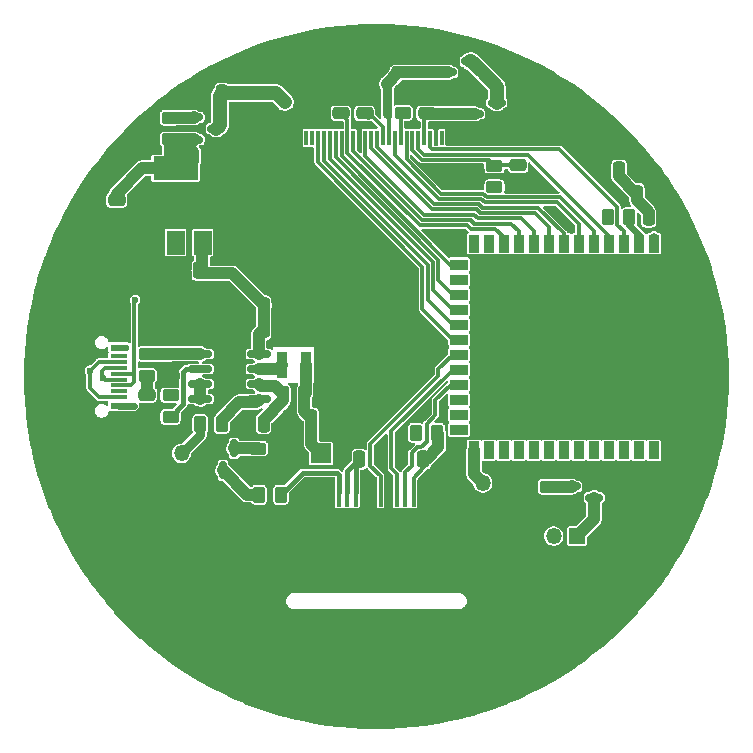
<source format=gbr>
%TF.GenerationSoftware,KiCad,Pcbnew,(6.0.7)*%
%TF.CreationDate,2023-03-05T02:05:44+08:00*%
%TF.ProjectId,CameraPosition,43616d65-7261-4506-9f73-6974696f6e2e,rev?*%
%TF.SameCoordinates,Original*%
%TF.FileFunction,Copper,L1,Top*%
%TF.FilePolarity,Positive*%
%FSLAX46Y46*%
G04 Gerber Fmt 4.6, Leading zero omitted, Abs format (unit mm)*
G04 Created by KiCad (PCBNEW (6.0.7)) date 2023-03-05 02:05:44*
%MOMM*%
%LPD*%
G01*
G04 APERTURE LIST*
G04 Aperture macros list*
%AMRoundRect*
0 Rectangle with rounded corners*
0 $1 Rounding radius*
0 $2 $3 $4 $5 $6 $7 $8 $9 X,Y pos of 4 corners*
0 Add a 4 corners polygon primitive as box body*
4,1,4,$2,$3,$4,$5,$6,$7,$8,$9,$2,$3,0*
0 Add four circle primitives for the rounded corners*
1,1,$1+$1,$2,$3*
1,1,$1+$1,$4,$5*
1,1,$1+$1,$6,$7*
1,1,$1+$1,$8,$9*
0 Add four rect primitives between the rounded corners*
20,1,$1+$1,$2,$3,$4,$5,0*
20,1,$1+$1,$4,$5,$6,$7,0*
20,1,$1+$1,$6,$7,$8,$9,0*
20,1,$1+$1,$8,$9,$2,$3,0*%
G04 Aperture macros list end*
%TA.AperFunction,SMDPad,CuDef*%
%ADD10RoundRect,0.250000X-0.450000X0.262500X-0.450000X-0.262500X0.450000X-0.262500X0.450000X0.262500X0*%
%TD*%
%TA.AperFunction,SMDPad,CuDef*%
%ADD11RoundRect,0.250000X-0.475000X0.250000X-0.475000X-0.250000X0.475000X-0.250000X0.475000X0.250000X0*%
%TD*%
%TA.AperFunction,SMDPad,CuDef*%
%ADD12RoundRect,0.250000X-0.250000X-0.475000X0.250000X-0.475000X0.250000X0.475000X-0.250000X0.475000X0*%
%TD*%
%TA.AperFunction,SMDPad,CuDef*%
%ADD13RoundRect,0.150000X-0.587500X-0.150000X0.587500X-0.150000X0.587500X0.150000X-0.587500X0.150000X0*%
%TD*%
%TA.AperFunction,SMDPad,CuDef*%
%ADD14RoundRect,0.250000X-0.262500X-0.450000X0.262500X-0.450000X0.262500X0.450000X-0.262500X0.450000X0*%
%TD*%
%TA.AperFunction,SMDPad,CuDef*%
%ADD15RoundRect,0.250000X0.475000X-0.250000X0.475000X0.250000X-0.475000X0.250000X-0.475000X-0.250000X0*%
%TD*%
%TA.AperFunction,SMDPad,CuDef*%
%ADD16RoundRect,0.250000X0.262500X0.450000X-0.262500X0.450000X-0.262500X-0.450000X0.262500X-0.450000X0*%
%TD*%
%TA.AperFunction,SMDPad,CuDef*%
%ADD17RoundRect,0.150000X-0.825000X-0.150000X0.825000X-0.150000X0.825000X0.150000X-0.825000X0.150000X0*%
%TD*%
%TA.AperFunction,SMDPad,CuDef*%
%ADD18R,2.290000X3.000000*%
%TD*%
%TA.AperFunction,SMDPad,CuDef*%
%ADD19RoundRect,0.250000X0.250000X0.475000X-0.250000X0.475000X-0.250000X-0.475000X0.250000X-0.475000X0*%
%TD*%
%TA.AperFunction,SMDPad,CuDef*%
%ADD20R,0.300000X1.300000*%
%TD*%
%TA.AperFunction,SMDPad,CuDef*%
%ADD21R,1.800000X2.200000*%
%TD*%
%TA.AperFunction,SMDPad,CuDef*%
%ADD22RoundRect,0.150000X-0.150000X0.587500X-0.150000X-0.587500X0.150000X-0.587500X0.150000X0.587500X0*%
%TD*%
%TA.AperFunction,SMDPad,CuDef*%
%ADD23RoundRect,0.250000X0.450000X-0.262500X0.450000X0.262500X-0.450000X0.262500X-0.450000X-0.262500X0*%
%TD*%
%TA.AperFunction,SMDPad,CuDef*%
%ADD24R,0.850000X2.300000*%
%TD*%
%TA.AperFunction,SMDPad,CuDef*%
%ADD25R,0.900000X1.500000*%
%TD*%
%TA.AperFunction,SMDPad,CuDef*%
%ADD26R,1.500000X0.900000*%
%TD*%
%TA.AperFunction,SMDPad,CuDef*%
%ADD27R,0.900000X0.900000*%
%TD*%
%TA.AperFunction,ComponentPad*%
%ADD28R,1.700000X1.700000*%
%TD*%
%TA.AperFunction,ComponentPad*%
%ADD29O,1.700000X1.700000*%
%TD*%
%TA.AperFunction,ComponentPad*%
%ADD30R,1.350000X1.350000*%
%TD*%
%TA.AperFunction,ComponentPad*%
%ADD31O,1.350000X1.350000*%
%TD*%
%TA.AperFunction,SMDPad,CuDef*%
%ADD32R,0.350000X2.500000*%
%TD*%
%TA.AperFunction,SMDPad,CuDef*%
%ADD33R,1.450000X0.600000*%
%TD*%
%TA.AperFunction,SMDPad,CuDef*%
%ADD34R,1.450000X0.300000*%
%TD*%
%TA.AperFunction,ComponentPad*%
%ADD35O,1.600000X1.000000*%
%TD*%
%TA.AperFunction,ComponentPad*%
%ADD36O,2.100000X1.000000*%
%TD*%
%TA.AperFunction,SMDPad,CuDef*%
%ADD37R,1.500000X2.000000*%
%TD*%
%TA.AperFunction,SMDPad,CuDef*%
%ADD38R,3.800000X2.000000*%
%TD*%
%TA.AperFunction,ViaPad*%
%ADD39C,0.600000*%
%TD*%
%TA.AperFunction,ViaPad*%
%ADD40C,0.800000*%
%TD*%
%TA.AperFunction,ViaPad*%
%ADD41C,1.000000*%
%TD*%
%TA.AperFunction,Conductor*%
%ADD42C,0.300000*%
%TD*%
%TA.AperFunction,Conductor*%
%ADD43C,0.400000*%
%TD*%
%TA.AperFunction,Conductor*%
%ADD44C,0.600000*%
%TD*%
%TA.AperFunction,Conductor*%
%ADD45C,1.000000*%
%TD*%
%TA.AperFunction,Conductor*%
%ADD46C,0.800000*%
%TD*%
%TA.AperFunction,Conductor*%
%ADD47C,1.200000*%
%TD*%
G04 APERTURE END LIST*
D10*
%TO.P,R12,1*%
%TO.N,GND*%
X51250000Y-24837500D03*
%TO.P,R12,2*%
%TO.N,Net-(J2-Pad17)*%
X51250000Y-26662500D03*
%TD*%
D11*
%TO.P,C5,1*%
%TO.N,GND*%
X53000000Y-21350000D03*
%TO.P,C5,2*%
%TO.N,+1V2*%
X53000000Y-23250000D03*
%TD*%
D12*
%TO.P,C20,1*%
%TO.N,+3V3*%
X69550000Y-31500000D03*
%TO.P,C20,2*%
%TO.N,GND*%
X71450000Y-31500000D03*
%TD*%
%TO.P,C3,1*%
%TO.N,GND*%
X32100000Y-40000000D03*
%TO.P,C3,2*%
%TO.N,+5V*%
X34000000Y-40000000D03*
%TD*%
D13*
%TO.P,Q3,1,G*%
%TO.N,/Motor*%
X65562500Y-58300000D03*
%TO.P,Q3,2,S*%
%TO.N,GND*%
X65562500Y-60200000D03*
%TO.P,Q3,3,D*%
%TO.N,Net-(Q3-Pad3)*%
X67437500Y-59250000D03*
%TD*%
D14*
%TO.P,R8,1*%
%TO.N,Net-(Q2-Pad3)*%
X39087500Y-59000000D03*
%TO.P,R8,2*%
%TO.N,Net-(R8-Pad2)*%
X40912500Y-59000000D03*
%TD*%
D12*
%TO.P,C21,1*%
%TO.N,+3V3*%
X71050000Y-33500000D03*
%TO.P,C21,2*%
%TO.N,GND*%
X72950000Y-33500000D03*
%TD*%
D13*
%TO.P,U4,1,GND*%
%TO.N,GND*%
X57312500Y-24850000D03*
%TO.P,U4,2,VO*%
%TO.N,+2V8*%
X57312500Y-26750000D03*
%TO.P,U4,3,VI*%
%TO.N,Net-(C7-Pad2)*%
X59187500Y-25800000D03*
%TD*%
D12*
%TO.P,C15,1*%
%TO.N,GND*%
X51050000Y-56000000D03*
%TO.P,C15,2*%
%TO.N,Net-(C15-Pad2)*%
X52950000Y-56000000D03*
%TD*%
D14*
%TO.P,R11,1*%
%TO.N,Net-(C18-Pad2)*%
X68587500Y-35500000D03*
%TO.P,R11,2*%
%TO.N,Net-(R11-Pad2)*%
X70412500Y-35500000D03*
%TD*%
D11*
%TO.P,C12,1*%
%TO.N,GND*%
X55250000Y-24850000D03*
%TO.P,C12,2*%
%TO.N,+2V8*%
X55250000Y-26750000D03*
%TD*%
D12*
%TO.P,C2,1*%
%TO.N,GND*%
X37550000Y-45000000D03*
%TO.P,C2,2*%
%TO.N,+5V*%
X39450000Y-45000000D03*
%TD*%
D15*
%TO.P,C14,1*%
%TO.N,/CAM_PCLK*%
X46000000Y-26700000D03*
%TO.P,C14,2*%
%TO.N,GND*%
X46000000Y-24800000D03*
%TD*%
D10*
%TO.P,R13,1*%
%TO.N,/Motor*%
X63500000Y-58337500D03*
%TO.P,R13,2*%
%TO.N,GND*%
X63500000Y-60162500D03*
%TD*%
%TO.P,R5,1*%
%TO.N,Net-(D1-Pad2)*%
X31570000Y-50587500D03*
%TO.P,R5,2*%
%TO.N,Net-(R5-Pad2)*%
X31570000Y-52412500D03*
%TD*%
D16*
%TO.P,R9,1*%
%TO.N,Net-(C15-Pad2)*%
X54162500Y-53750000D03*
%TO.P,R9,2*%
%TO.N,+3V3*%
X52337500Y-53750000D03*
%TD*%
D17*
%TO.P,U3,1,VIN*%
%TO.N,VCC*%
X34095000Y-47095000D03*
%TO.P,U3,2,LED1*%
%TO.N,Net-(R5-Pad2)*%
X34095000Y-48365000D03*
%TO.P,U3,3,LED2*%
%TO.N,/BAT*%
X34095000Y-49635000D03*
%TO.P,U3,4,LED3*%
X34095000Y-50905000D03*
%TO.P,U3,5,KEY*%
%TO.N,Net-(R6-Pad2)*%
X39045000Y-50905000D03*
%TO.P,U3,6,BAT*%
%TO.N,Net-(C11-Pad2)*%
X39045000Y-49635000D03*
%TO.P,U3,7,SW*%
%TO.N,Net-(L1-Pad1)*%
X39045000Y-48365000D03*
%TO.P,U3,8,VOUT*%
%TO.N,+5V*%
X39045000Y-47095000D03*
D18*
%TO.P,U3,9,GND*%
%TO.N,GND*%
X36570000Y-49000000D03*
%TD*%
D19*
%TO.P,C16,1*%
%TO.N,GND*%
X49450000Y-56000000D03*
%TO.P,C16,2*%
%TO.N,+3V3*%
X47550000Y-56000000D03*
%TD*%
D15*
%TO.P,C4,1*%
%TO.N,GND*%
X27000000Y-35950000D03*
%TO.P,C4,2*%
%TO.N,+3V3*%
X27000000Y-34050000D03*
%TD*%
D20*
%TO.P,J2,1,Pin_1*%
%TO.N,unconnected-(J2-Pad1)*%
X43050000Y-28800000D03*
%TO.P,J2,2,Pin_2*%
%TO.N,unconnected-(J2-Pad2)*%
X43550000Y-28800000D03*
%TO.P,J2,3,Pin_3*%
%TO.N,/CAM_D4*%
X44050000Y-28800000D03*
%TO.P,J2,4,Pin_4*%
%TO.N,/CAM_D3*%
X44550000Y-28800000D03*
%TO.P,J2,5,Pin_5*%
%TO.N,/CAM_D5*%
X45050000Y-28800000D03*
%TO.P,J2,6,Pin_6*%
%TO.N,/CAM_D2*%
X45550000Y-28800000D03*
%TO.P,J2,7,Pin_7*%
%TO.N,/CAM_D6*%
X46050000Y-28800000D03*
%TO.P,J2,8,Pin_8*%
%TO.N,/CAM_PCLK*%
X46550000Y-28800000D03*
%TO.P,J2,9,Pin_9*%
%TO.N,/CAM_D7*%
X47050000Y-28800000D03*
%TO.P,J2,10,Pin_10*%
%TO.N,GND*%
X47550000Y-28800000D03*
%TO.P,J2,11,Pin_11*%
%TO.N,/CAM_D8*%
X48050000Y-28800000D03*
%TO.P,J2,12,Pin_12*%
%TO.N,/CAM_MCLK*%
X48550000Y-28800000D03*
%TO.P,J2,13,Pin_13*%
%TO.N,/CAM_D9*%
X49050000Y-28800000D03*
%TO.P,J2,14,Pin_14*%
%TO.N,+3V3*%
X49550000Y-28800000D03*
%TO.P,J2,15,Pin_15*%
%TO.N,+1V2*%
X50050000Y-28800000D03*
%TO.P,J2,16,Pin_16*%
%TO.N,/CAM_HSYNC*%
X50550000Y-28800000D03*
%TO.P,J2,17,Pin_17*%
%TO.N,Net-(J2-Pad17)*%
X51050000Y-28800000D03*
%TO.P,J2,18,Pin_18*%
%TO.N,/CAM_VSYNC*%
X51550000Y-28800000D03*
%TO.P,J2,19,Pin_19*%
%TO.N,/CAM_RST*%
X52050000Y-28800000D03*
%TO.P,J2,20,Pin_20*%
%TO.N,/CAM_SCK*%
X52550000Y-28800000D03*
%TO.P,J2,21,Pin_21*%
%TO.N,+2V8*%
X53050000Y-28800000D03*
%TO.P,J2,22,Pin_22*%
%TO.N,/CAM_SDA*%
X53550000Y-28800000D03*
%TO.P,J2,23,Pin_23*%
%TO.N,GND*%
X54050000Y-28800000D03*
%TO.P,J2,24,Pin_24*%
%TO.N,unconnected-(J2-Pad24)*%
X54550000Y-28800000D03*
D21*
%TO.P,J2,25,Pin_25*%
%TO.N,GND*%
X41150000Y-32050000D03*
X56450000Y-32050000D03*
%TD*%
D12*
%TO.P,C1,1*%
%TO.N,GND*%
X37550000Y-43000000D03*
%TO.P,C1,2*%
%TO.N,+5V*%
X39450000Y-43000000D03*
%TD*%
D22*
%TO.P,Q2,1,G*%
%TO.N,/DIS_LED*%
X36950000Y-55062500D03*
%TO.P,Q2,2,S*%
%TO.N,GND*%
X35050000Y-55062500D03*
%TO.P,Q2,3,D*%
%TO.N,Net-(Q2-Pad3)*%
X36000000Y-56937500D03*
%TD*%
D10*
%TO.P,R10,1*%
%TO.N,/DIS_LED*%
X39000000Y-55087500D03*
%TO.P,R10,2*%
%TO.N,GND*%
X39000000Y-56912500D03*
%TD*%
D23*
%TO.P,R7,1*%
%TO.N,+3V3*%
X59000000Y-32962500D03*
%TO.P,R7,2*%
%TO.N,/CAM_RST*%
X59000000Y-31137500D03*
%TD*%
D13*
%TO.P,Q1,1,G*%
%TO.N,/CAM_PWR*%
X33562500Y-27050000D03*
%TO.P,Q1,2,S*%
%TO.N,+3V3*%
X33562500Y-28950000D03*
%TO.P,Q1,3,D*%
%TO.N,Net-(C7-Pad2)*%
X35437500Y-28000000D03*
%TD*%
D11*
%TO.P,C13,1*%
%TO.N,GND*%
X53250000Y-24800000D03*
%TO.P,C13,2*%
%TO.N,+2V8*%
X53250000Y-26700000D03*
%TD*%
D24*
%TO.P,L1,1*%
%TO.N,Net-(L1-Pad1)*%
X41050000Y-48000000D03*
%TO.P,L1,2*%
%TO.N,/BAT*%
X43000000Y-48000000D03*
%TD*%
D12*
%TO.P,C8,1*%
%TO.N,GND*%
X41600000Y-52500000D03*
%TO.P,C8,2*%
%TO.N,/BAT*%
X43500000Y-52500000D03*
%TD*%
D14*
%TO.P,R6,1*%
%TO.N,/D13*%
X34087500Y-53000000D03*
%TO.P,R6,2*%
%TO.N,Net-(R6-Pad2)*%
X35912500Y-53000000D03*
%TD*%
D11*
%TO.P,C19,1*%
%TO.N,/CAM_RST*%
X61000000Y-31100000D03*
%TO.P,C19,2*%
%TO.N,GND*%
X61000000Y-33000000D03*
%TD*%
D25*
%TO.P,U6,1,GND*%
%TO.N,GND*%
X73760000Y-37750000D03*
%TO.P,U6,2,3V3*%
%TO.N,+3V3*%
X72490000Y-37750000D03*
%TO.P,U6,3,EN*%
%TO.N,Net-(R11-Pad2)*%
X71220000Y-37750000D03*
%TO.P,U6,4,GPIO4/TOUCH4/ADC1_CH3*%
%TO.N,/CAM_SDA*%
X69950000Y-37750000D03*
%TO.P,U6,5,GPIO5/TOUCH5/ADC1_CH4*%
%TO.N,/CAM_SCK*%
X68680000Y-37750000D03*
%TO.P,U6,6,GPIO6/TOUCH6/ADC1_CH5*%
%TO.N,/CAM_VSYNC*%
X67410000Y-37750000D03*
%TO.P,U6,7,GPIO7/TOUCH7/ADC1_CH6*%
%TO.N,/CAM_HSYNC*%
X66140000Y-37750000D03*
%TO.P,U6,8,GPIO15/U0RTS/ADC2_CH4/XTAL_32K_P*%
%TO.N,/CAM_D9*%
X64870000Y-37750000D03*
%TO.P,U6,9,GPIO16/U0CTS/ADC2_CH5/XTAL_32K_NH5*%
%TO.N,/CAM_MCLK*%
X63600000Y-37750000D03*
%TO.P,U6,10,GPIO17/U1TXD/ADC2_CH6*%
%TO.N,/CAM_D8*%
X62330000Y-37750000D03*
%TO.P,U6,11,GPIO18/U1RXD/ADC2_CH7/CLK_OUT3*%
%TO.N,/CAM_D7*%
X61060000Y-37750000D03*
%TO.P,U6,12,GPIO8/TOUCH8/ADC1_CH7/SUBSPICS1*%
%TO.N,/CAM_PCLK*%
X59790000Y-37750000D03*
%TO.P,U6,13,GPIO19/U1RTS/ADC2_CH8/CLK_OUT2/USB_D-*%
%TO.N,/D-*%
X58520000Y-37750000D03*
%TO.P,U6,14,GPIO20/U1CTS/ADC2_CH9/CLK_OUT1/USB_D+*%
%TO.N,/D+*%
X57250000Y-37750000D03*
D26*
%TO.P,U6,15,GPIO3/TOUCH3/ADC1_CH2*%
%TO.N,/CAM_D6*%
X56000000Y-39515000D03*
%TO.P,U6,16,GPIO46*%
%TO.N,unconnected-(U6-Pad16)*%
X56000000Y-40785000D03*
%TO.P,U6,17,GPIO9/TOUCH9/ADC1_CH8/FSPIHD/SUBSPIHD*%
%TO.N,/CAM_D2*%
X56000000Y-42055000D03*
%TO.P,U6,18,GPIO10/TOUCH10/ADC1_CH9/FSPICS0/FSPIIO4/SUBSPICS0*%
%TO.N,/CAM_D5*%
X56000000Y-43325000D03*
%TO.P,U6,19,GPIO11/TOUCH11/ADC2_CH0/FSPID/FSPIIO5/SUBSPID*%
%TO.N,/CAM_D3*%
X56000000Y-44595000D03*
%TO.P,U6,20,GPIO12/TOUCH12/ADC2_CH1/FSPICLK/FSPIIO6/SUBSPICLK*%
%TO.N,/CAM_D4*%
X56000000Y-45865000D03*
%TO.P,U6,21,GPIO13/TOUCH13/ADC2_CH2/FSPIQ/FSPIIO7/SUBSPIQ*%
%TO.N,/DIS_DC*%
X56000000Y-47135000D03*
%TO.P,U6,22,GPIO14/TOUCH14/ADC2_CH3/FSPIWP/FSPIDQS/SUBSPIWP*%
%TO.N,/DIS_SCK*%
X56000000Y-48405000D03*
%TO.P,U6,23,GPIO21*%
%TO.N,/DIS_SDI*%
X56000000Y-49675000D03*
%TO.P,U6,24,GPIO47/SPICLK_P/SUBSPICLK_P_DIFF*%
%TO.N,/LED_IN*%
X56000000Y-50945000D03*
%TO.P,U6,25,GPIO48/SPICLK_N/SUBSPICLK_N_DIFF*%
%TO.N,unconnected-(U6-Pad25)*%
X56000000Y-52215000D03*
%TO.P,U6,26,GPIO45*%
%TO.N,unconnected-(U6-Pad26)*%
X56000000Y-53485000D03*
D25*
%TO.P,U6,27,GPIO0/BOOT*%
%TO.N,Net-(TP2-Pad2)*%
X57250000Y-55250000D03*
%TO.P,U6,28,SPIIO6/GPIO35/FSPID/SUBSPID*%
%TO.N,unconnected-(U6-Pad28)*%
X58520000Y-55250000D03*
%TO.P,U6,29,SPIIO7/GPIO36/FSPICLK/SUBSPICLK*%
%TO.N,unconnected-(U6-Pad29)*%
X59790000Y-55250000D03*
%TO.P,U6,30,SPIDQS/GPIO37/FSPIQ/SUBSPIQ*%
%TO.N,unconnected-(U6-Pad30)*%
X61060000Y-55250000D03*
%TO.P,U6,31,GPIO38/FSPIWP/SUBSPIWP*%
%TO.N,unconnected-(U6-Pad31)*%
X62330000Y-55250000D03*
%TO.P,U6,32,MTCK/GPIO39/CLK_OUT3/SUBSPICS1*%
%TO.N,unconnected-(U6-Pad32)*%
X63600000Y-55250000D03*
%TO.P,U6,33,MTDO/GPIO40/CLK_OUT2*%
%TO.N,unconnected-(U6-Pad33)*%
X64870000Y-55250000D03*
%TO.P,U6,34,MTDI/GPIO41/CLK_OUT1*%
%TO.N,unconnected-(U6-Pad34)*%
X66140000Y-55250000D03*
%TO.P,U6,35,MTMS/GPIO42*%
%TO.N,unconnected-(U6-Pad35)*%
X67410000Y-55250000D03*
%TO.P,U6,36,U0RXD/GPIO44/CLK_OUT2*%
%TO.N,unconnected-(U6-Pad36)*%
X68680000Y-55250000D03*
%TO.P,U6,37,U0TXD/GPIO43/CLK_OUT1*%
%TO.N,unconnected-(U6-Pad37)*%
X69950000Y-55250000D03*
%TO.P,U6,38,GPIO2/TOUCH2/ADC1_CH1*%
%TO.N,unconnected-(U6-Pad38)*%
X71220000Y-55250000D03*
%TO.P,U6,39,GPIO1/TOUCH1/ADC1_CH0*%
%TO.N,unconnected-(U6-Pad39)*%
X72490000Y-55250000D03*
%TO.P,U6,40,GND*%
%TO.N,GND*%
X73760000Y-55250000D03*
D27*
%TO.P,U6,41,GND*%
X67440000Y-45000000D03*
X67440000Y-43600000D03*
X66040000Y-45000000D03*
X66040000Y-46400000D03*
X64640000Y-45000000D03*
X67440000Y-46400000D03*
X64640000Y-43600000D03*
X64640000Y-46400000D03*
X66040000Y-43600000D03*
%TD*%
D23*
%TO.P,R2,1*%
%TO.N,Net-(C9-Pad2)*%
X29570000Y-48912500D03*
%TO.P,R2,2*%
%TO.N,VCC*%
X29570000Y-47087500D03*
%TD*%
D12*
%TO.P,C11,1*%
%TO.N,GND*%
X37550000Y-53000000D03*
%TO.P,C11,2*%
%TO.N,Net-(C11-Pad2)*%
X39450000Y-53000000D03*
%TD*%
D13*
%TO.P,U2,1,GND*%
%TO.N,GND*%
X55062500Y-21350000D03*
%TO.P,U2,2,VO*%
%TO.N,+1V2*%
X55062500Y-23250000D03*
%TO.P,U2,3,VI*%
%TO.N,Net-(C7-Pad2)*%
X56937500Y-22300000D03*
%TD*%
D28*
%TO.P,BT1,1,+*%
%TO.N,/BAT*%
X44300000Y-55500000D03*
D29*
%TO.P,BT1,2,-*%
%TO.N,GND*%
X41760000Y-55500000D03*
%TD*%
D30*
%TO.P,TP3,1,1*%
%TO.N,Net-(Q3-Pad3)*%
X66000000Y-62500000D03*
D31*
%TO.P,TP3,2,2*%
%TO.N,+3V3*%
X64000000Y-62500000D03*
%TD*%
D30*
%TO.P,TP2,1,1*%
%TO.N,GND*%
X58000000Y-60000000D03*
D31*
%TO.P,TP2,2,2*%
%TO.N,Net-(TP2-Pad2)*%
X58000000Y-58000000D03*
%TD*%
D32*
%TO.P,U5,1,GND*%
%TO.N,GND*%
X45150000Y-58750000D03*
%TO.P,U5,2,LEDK*%
%TO.N,Net-(R8-Pad2)*%
X45850000Y-58750000D03*
%TO.P,U5,3,LEDA*%
%TO.N,+3V3*%
X46550000Y-58750000D03*
%TO.P,U5,4,VDD*%
X47250000Y-58750000D03*
%TO.P,U5,5,GND*%
%TO.N,GND*%
X47950000Y-58750000D03*
%TO.P,U5,6,GND*%
X48650000Y-58750000D03*
%TO.P,U5,7,D/C*%
%TO.N,/DIS_DC*%
X49350000Y-58750000D03*
%TO.P,U5,8,~{CS}*%
%TO.N,GND*%
X50050000Y-58750000D03*
%TO.P,U5,9,SCK*%
%TO.N,/DIS_SCK*%
X50750000Y-58750000D03*
%TO.P,U5,10,SDI*%
%TO.N,/DIS_SDI*%
X51450000Y-58750000D03*
%TO.P,U5,11,~{RESET}*%
%TO.N,Net-(C15-Pad2)*%
X52150000Y-58750000D03*
%TO.P,U5,12,GND*%
%TO.N,GND*%
X52850000Y-58750000D03*
%TD*%
D10*
%TO.P,R1,1*%
%TO.N,/CAM_PWR*%
X31500000Y-27087500D03*
%TO.P,R1,2*%
%TO.N,+3V3*%
X31500000Y-28912500D03*
%TD*%
D30*
%TO.P,TP1,1,1*%
%TO.N,GND*%
X30500000Y-55500000D03*
D31*
%TO.P,TP1,2,2*%
%TO.N,/D13*%
X32500000Y-55500000D03*
%TD*%
D12*
%TO.P,C7,1*%
%TO.N,GND*%
X34050000Y-25000000D03*
%TO.P,C7,2*%
%TO.N,Net-(C7-Pad2)*%
X35950000Y-25000000D03*
%TD*%
%TO.P,C22,1*%
%TO.N,+3V3*%
X72050000Y-35500000D03*
%TO.P,C22,2*%
%TO.N,GND*%
X73950000Y-35500000D03*
%TD*%
D14*
%TO.P,R4,1*%
%TO.N,Net-(C11-Pad2)*%
X41087500Y-50500000D03*
%TO.P,R4,2*%
%TO.N,/BAT*%
X42912500Y-50500000D03*
%TD*%
D33*
%TO.P,J1,A1,GND*%
%TO.N,GND*%
X27185000Y-45750000D03*
%TO.P,J1,A4,VBUS*%
%TO.N,VCC*%
X27185000Y-46550000D03*
D34*
%TO.P,J1,A5,CC1*%
%TO.N,Net-(J1-PadA5)*%
X27185000Y-47750000D03*
%TO.P,J1,A6,D+*%
%TO.N,/D+*%
X27185000Y-48750000D03*
%TO.P,J1,A7,D-*%
%TO.N,/D-*%
X27185000Y-49250000D03*
%TO.P,J1,A8,SBU1*%
%TO.N,unconnected-(J1-PadA8)*%
X27185000Y-50250000D03*
D33*
%TO.P,J1,A9,VBUS*%
%TO.N,VCC*%
X27185000Y-51450000D03*
%TO.P,J1,A12,GND*%
%TO.N,GND*%
X27185000Y-52250000D03*
%TO.P,J1,B1,GND*%
X27185000Y-52250000D03*
%TO.P,J1,B4,VBUS*%
%TO.N,VCC*%
X27185000Y-51450000D03*
D34*
%TO.P,J1,B5,CC2*%
%TO.N,Net-(J1-PadA5)*%
X27185000Y-50750000D03*
%TO.P,J1,B6,D+*%
%TO.N,/D+*%
X27185000Y-49750000D03*
%TO.P,J1,B7,D-*%
%TO.N,/D-*%
X27185000Y-48250000D03*
%TO.P,J1,B8,SBU2*%
%TO.N,unconnected-(J1-PadB8)*%
X27185000Y-47250000D03*
D33*
%TO.P,J1,B9,VBUS*%
%TO.N,VCC*%
X27185000Y-46550000D03*
%TO.P,J1,B12,GND*%
%TO.N,GND*%
X27185000Y-45750000D03*
D35*
%TO.P,J1,S1,SHIELD*%
X22090000Y-53320000D03*
D36*
X26270000Y-44680000D03*
D35*
X22090000Y-44680000D03*
D36*
X26270000Y-53320000D03*
%TD*%
D15*
%TO.P,C17,1*%
%TO.N,+3V3*%
X48000000Y-26700000D03*
%TO.P,C17,2*%
%TO.N,GND*%
X48000000Y-24800000D03*
%TD*%
%TO.P,C10,1*%
%TO.N,GND*%
X31570000Y-48950000D03*
%TO.P,C10,2*%
%TO.N,VCC*%
X31570000Y-47050000D03*
%TD*%
D37*
%TO.P,U1,1,ADJ*%
%TO.N,GND*%
X29700000Y-37650000D03*
D38*
%TO.P,U1,2,VO*%
%TO.N,+3V3*%
X32000000Y-31350000D03*
D37*
X32000000Y-37650000D03*
%TO.P,U1,3,VI*%
%TO.N,+5V*%
X34300000Y-37650000D03*
%TD*%
D15*
%TO.P,C9,1*%
%TO.N,GND*%
X29570000Y-52450000D03*
%TO.P,C9,2*%
%TO.N,Net-(C9-Pad2)*%
X29570000Y-50550000D03*
%TD*%
D11*
%TO.P,C6,1*%
%TO.N,GND*%
X51000000Y-21350000D03*
%TO.P,C6,2*%
%TO.N,+1V2*%
X51000000Y-23250000D03*
%TD*%
D39*
%TO.N,GND*%
X49500000Y-56000000D03*
X51000000Y-56000000D03*
%TO.N,/LED_IN*%
X56000000Y-51000000D03*
%TO.N,GND*%
X67500000Y-46250000D03*
X66000000Y-46250000D03*
X64750000Y-46250000D03*
X64750000Y-45000000D03*
X66000000Y-45000000D03*
X67500000Y-45000000D03*
X67500000Y-43500000D03*
X66000000Y-43500000D03*
X64750000Y-43500000D03*
%TO.N,/D+*%
X28570000Y-42500000D03*
D40*
%TO.N,GND*%
X56500000Y-32000000D03*
X22750000Y-38000000D03*
X55500000Y-76750000D03*
X27500000Y-30250000D03*
X21250000Y-55500000D03*
X38000000Y-75250000D03*
X20500000Y-46500000D03*
X46500000Y-77500000D03*
X77250000Y-51500000D03*
X30250000Y-70500000D03*
X27750000Y-52299502D03*
X63750000Y-73500000D03*
X27500000Y-45500000D03*
X67750000Y-27500000D03*
X37250000Y-66250000D03*
X76750000Y-42500000D03*
X73000000Y-34000000D03*
X70500000Y-67750000D03*
X34250000Y-24500000D03*
X69500000Y-53500000D03*
X60000000Y-22750000D03*
X51000000Y-20750000D03*
X42500000Y-21250000D03*
X24500000Y-63750000D03*
X75250000Y-60250000D03*
D39*
X64750000Y-35750000D03*
%TO.N,VCC*%
X29366250Y-46883750D03*
X28450000Y-51450000D03*
X27816606Y-46608236D03*
D40*
%TO.N,+5V*%
X34250000Y-37750000D03*
X39500000Y-45000000D03*
X39045000Y-46955000D03*
X39500000Y-43000000D03*
X34000000Y-40000000D03*
%TO.N,+3V3*%
X69500000Y-31500000D03*
X59000000Y-33050000D03*
X72000000Y-35000000D03*
X72500000Y-37250000D03*
X47500000Y-56000000D03*
X52250000Y-53750000D03*
X48000000Y-26750000D03*
X71000000Y-33500000D03*
X33500000Y-30750000D03*
X32000000Y-37750000D03*
X33500000Y-31750000D03*
X27000000Y-34000000D03*
%TO.N,Net-(D1-Pad2)*%
X31500000Y-50500000D03*
D39*
%TO.N,Net-(J1-PadA5)*%
X24750000Y-48500000D03*
%TO.N,/D+*%
X57250000Y-37750000D03*
%TO.N,/D-*%
X25875000Y-49125000D03*
X58500000Y-37750000D03*
D40*
%TO.N,/BAT*%
X34095000Y-50905000D03*
X42956250Y-50456250D03*
D41*
%TO.N,Net-(C7-Pad2)*%
X58000000Y-23250000D03*
X41250000Y-25750000D03*
D40*
%TO.N,Net-(C18-Pad2)*%
X68500000Y-35500000D03*
%TD*%
D42*
%TO.N,/D+*%
X28570000Y-42500000D02*
X28500000Y-42570000D01*
X28500000Y-42570000D02*
X28500000Y-49250000D01*
D43*
%TO.N,Net-(R8-Pad2)*%
X45675000Y-57150000D02*
X42762500Y-57150000D01*
X45850000Y-57325000D02*
X45675000Y-57150000D01*
X42762500Y-57150000D02*
X40912500Y-59000000D01*
X45850000Y-58750000D02*
X45850000Y-57325000D01*
D42*
%TO.N,/DIS_SDI*%
X55325000Y-49675000D02*
X56000000Y-49675000D01*
X54000000Y-52222183D02*
X54000000Y-51000000D01*
X53250000Y-52972183D02*
X54000000Y-52222183D01*
X53250000Y-54500000D02*
X53250000Y-52972183D01*
X52775000Y-54975000D02*
X53250000Y-54500000D01*
X52000000Y-55447183D02*
X52472183Y-54975000D01*
X51450000Y-57102817D02*
X52000000Y-56552817D01*
X54000000Y-51000000D02*
X55325000Y-49675000D01*
X52000000Y-56552817D02*
X52000000Y-55447183D01*
X52472183Y-54975000D02*
X52775000Y-54975000D01*
X51450000Y-58750000D02*
X51450000Y-57102817D01*
%TO.N,/DIS_DC*%
X48500000Y-56552817D02*
X49350000Y-57402817D01*
X48500000Y-54727208D02*
X48500000Y-56552817D01*
X54250000Y-48977208D02*
X48500000Y-54727208D01*
X49350000Y-57402817D02*
X49350000Y-58750000D01*
X54250000Y-48355000D02*
X54250000Y-48977208D01*
X55470000Y-47135000D02*
X54250000Y-48355000D01*
X56000000Y-47135000D02*
X55470000Y-47135000D01*
%TO.N,/DIS_SCK*%
X55458604Y-48405000D02*
X56000000Y-48405000D01*
X50250000Y-53613604D02*
X55458604Y-48405000D01*
X50750000Y-57250000D02*
X50250000Y-56750000D01*
X50750000Y-58750000D02*
X50750000Y-57250000D01*
X50250000Y-56750000D02*
X50250000Y-53613604D01*
%TO.N,Net-(C15-Pad2)*%
X52950000Y-56775000D02*
X52950000Y-56000000D01*
X52150000Y-57575000D02*
X52950000Y-56775000D01*
X52150000Y-58750000D02*
X52150000Y-57575000D01*
%TO.N,/CAM_D4*%
X52900000Y-39695584D02*
X44050000Y-30845584D01*
X52900000Y-43295000D02*
X52900000Y-39695584D01*
X55470000Y-45865000D02*
X52900000Y-43295000D01*
X44050000Y-30845584D02*
X44050000Y-28800000D01*
X56000000Y-45865000D02*
X55470000Y-45865000D01*
%TO.N,/CAM_D3*%
X44550000Y-30709188D02*
X44550000Y-28800000D01*
X53350000Y-42475000D02*
X53350000Y-39509188D01*
X55470000Y-44595000D02*
X53350000Y-42475000D01*
X53350000Y-39509188D02*
X44550000Y-30709188D01*
X56000000Y-44595000D02*
X55470000Y-44595000D01*
%TO.N,/CAM_D5*%
X53800000Y-39322792D02*
X45050000Y-30572792D01*
X45050000Y-30572792D02*
X45050000Y-28800000D01*
X53800000Y-41655000D02*
X53800000Y-39322792D01*
X55470000Y-43325000D02*
X53800000Y-41655000D01*
X56000000Y-43325000D02*
X55470000Y-43325000D01*
%TO.N,/CAM_D2*%
X55470000Y-42055000D02*
X56000000Y-42055000D01*
X54250000Y-39136396D02*
X54250000Y-40835000D01*
X54250000Y-40835000D02*
X55470000Y-42055000D01*
X45550000Y-30436396D02*
X54250000Y-39136396D01*
X45550000Y-28800000D02*
X45550000Y-30436396D01*
%TO.N,/CAM_D6*%
X46050000Y-30300000D02*
X46050000Y-28800000D01*
X56000000Y-39515000D02*
X55265000Y-39515000D01*
X55265000Y-39515000D02*
X46050000Y-30300000D01*
%TO.N,/CAM_PCLK*%
X46550000Y-30072792D02*
X46550000Y-28800000D01*
X52677208Y-36200000D02*
X46550000Y-30072792D01*
X56700000Y-36200000D02*
X52677208Y-36200000D01*
X57000000Y-36500000D02*
X56700000Y-36200000D01*
X59070000Y-36500000D02*
X57000000Y-36500000D01*
X59790000Y-37220000D02*
X59070000Y-36500000D01*
X59790000Y-37750000D02*
X59790000Y-37220000D01*
%TO.N,/CAM_D7*%
X57000000Y-35750000D02*
X52863604Y-35750000D01*
X52863604Y-35750000D02*
X47050000Y-29936396D01*
X57300000Y-36050000D02*
X57000000Y-35750000D01*
X60410000Y-36050000D02*
X57300000Y-36050000D01*
X61060000Y-36700000D02*
X60410000Y-36050000D01*
X47050000Y-29936396D02*
X47050000Y-28800000D01*
X61060000Y-37750000D02*
X61060000Y-36700000D01*
%TO.N,/CAM_D8*%
X62330000Y-36680000D02*
X62330000Y-37750000D01*
X57601599Y-35600000D02*
X61250000Y-35600000D01*
X53050000Y-35300000D02*
X57301599Y-35300000D01*
X48050000Y-30300000D02*
X53050000Y-35300000D01*
X48050000Y-28800000D02*
X48050000Y-30300000D01*
X57301599Y-35300000D02*
X57601599Y-35600000D01*
X61250000Y-35600000D02*
X62330000Y-36680000D01*
%TO.N,/CAM_MCLK*%
X57787995Y-35150000D02*
X62400000Y-35150000D01*
X57487995Y-34850000D02*
X57787995Y-35150000D01*
X53713604Y-34850000D02*
X57487995Y-34850000D01*
X48550000Y-29686396D02*
X53713604Y-34850000D01*
X63600000Y-36350000D02*
X63600000Y-37750000D01*
X48550000Y-28800000D02*
X48550000Y-29686396D01*
X62400000Y-35150000D02*
X63600000Y-36350000D01*
%TO.N,/CAM_D9*%
X64870000Y-36870000D02*
X64870000Y-37750000D01*
X57974391Y-34700000D02*
X62700000Y-34700000D01*
X53900000Y-34400000D02*
X57674391Y-34400000D01*
X62700000Y-34700000D02*
X64870000Y-36870000D01*
X49050000Y-29550000D02*
X53900000Y-34400000D01*
X49050000Y-28800000D02*
X49050000Y-29550000D01*
X57674391Y-34400000D02*
X57974391Y-34700000D01*
%TO.N,/CAM_HSYNC*%
X50600000Y-28850000D02*
X50550000Y-28800000D01*
X54313604Y-33950000D02*
X50600000Y-30236396D01*
X57860787Y-33950000D02*
X54313604Y-33950000D01*
X58160787Y-34250000D02*
X57860787Y-33950000D01*
X50600000Y-30236396D02*
X50600000Y-28850000D01*
X64323604Y-34250000D02*
X58160787Y-34250000D01*
X66140000Y-36066396D02*
X64323604Y-34250000D01*
X66140000Y-37750000D02*
X66140000Y-36066396D01*
%TO.N,/CAM_VSYNC*%
X64510000Y-33800000D02*
X67410000Y-36700000D01*
X54500000Y-33500000D02*
X58047183Y-33500000D01*
X58047183Y-33500000D02*
X58347183Y-33800000D01*
X51550000Y-30550000D02*
X54500000Y-33500000D01*
X58347183Y-33800000D02*
X64510000Y-33800000D01*
X67410000Y-36700000D02*
X67410000Y-37750000D01*
X51550000Y-28800000D02*
X51550000Y-30550000D01*
%TO.N,/CAM_RST*%
X52863604Y-30650000D02*
X52050000Y-29836396D01*
X52050000Y-29836396D02*
X52050000Y-28800000D01*
X58512500Y-30650000D02*
X52863604Y-30650000D01*
X59000000Y-31137500D02*
X58512500Y-30650000D01*
%TO.N,/CAM_SCK*%
X61797183Y-30200000D02*
X68680000Y-37082817D01*
X68680000Y-37082817D02*
X68680000Y-37750000D01*
X53050000Y-30200000D02*
X61797183Y-30200000D01*
X52550000Y-29700000D02*
X53050000Y-30200000D01*
X52550000Y-28800000D02*
X52550000Y-29700000D01*
%TO.N,/CAM_SDA*%
X53750000Y-29750000D02*
X53550000Y-29550000D01*
X64500000Y-29750000D02*
X53750000Y-29750000D01*
X69400000Y-36150000D02*
X69400000Y-34650000D01*
X69400000Y-34650000D02*
X64500000Y-29750000D01*
X69950000Y-36700000D02*
X69400000Y-36150000D01*
X69950000Y-37750000D02*
X69950000Y-36700000D01*
X53550000Y-29550000D02*
X53550000Y-28800000D01*
%TO.N,/CAM_RST*%
X59037500Y-31100000D02*
X59000000Y-31137500D01*
X61000000Y-31100000D02*
X59037500Y-31100000D01*
D44*
%TO.N,VCC*%
X27185000Y-51450000D02*
X28450000Y-51450000D01*
D45*
X34050000Y-47050000D02*
X34095000Y-47095000D01*
X29570000Y-47087500D02*
X31532500Y-47087500D01*
D44*
X29366250Y-46883750D02*
X29570000Y-47087500D01*
D45*
X31570000Y-47050000D02*
X34050000Y-47050000D01*
X31532500Y-47087500D02*
X31570000Y-47050000D01*
%TO.N,+5V*%
X34000000Y-40000000D02*
X34250000Y-40250000D01*
X39045000Y-46955000D02*
X39045000Y-45405000D01*
X39500000Y-42952208D02*
X39500000Y-43000000D01*
X39450000Y-45000000D02*
X39450000Y-43000000D01*
X34250000Y-40250000D02*
X36797792Y-40250000D01*
X34250000Y-37750000D02*
X34250000Y-39750000D01*
X39045000Y-45405000D02*
X39450000Y-45000000D01*
X39045000Y-47095000D02*
X39045000Y-46955000D01*
X36797792Y-40250000D02*
X39500000Y-42952208D01*
X34250000Y-39750000D02*
X34000000Y-40000000D01*
%TO.N,+3V3*%
X71050000Y-33500000D02*
X71050000Y-34050000D01*
X33000000Y-29500000D02*
X33550000Y-28950000D01*
X31500000Y-28912500D02*
X31500000Y-30850000D01*
D42*
X49550000Y-27850000D02*
X48450000Y-26750000D01*
D45*
X33500000Y-30750000D02*
X33500000Y-30000000D01*
X32543750Y-29956250D02*
X31500000Y-28912500D01*
X33550000Y-28950000D02*
X33562500Y-28950000D01*
X31500000Y-30850000D02*
X32000000Y-31350000D01*
X71050000Y-34050000D02*
X72000000Y-35000000D01*
X33500000Y-30750000D02*
X33337500Y-30750000D01*
X29150000Y-31350000D02*
X32000000Y-31350000D01*
X33525000Y-28912500D02*
X33562500Y-28950000D01*
X69500000Y-31500000D02*
X69500000Y-32000000D01*
X69500000Y-32000000D02*
X71000000Y-33500000D01*
D42*
X48450000Y-26750000D02*
X48000000Y-26750000D01*
D43*
X47250000Y-56300000D02*
X47550000Y-56000000D01*
X47250000Y-58750000D02*
X47250000Y-56300000D01*
D45*
X32000000Y-30500000D02*
X32543750Y-29956250D01*
X31500000Y-28912500D02*
X33525000Y-28912500D01*
X27000000Y-34050000D02*
X27000000Y-33500000D01*
D42*
X49550000Y-28800000D02*
X49550000Y-27850000D01*
D43*
X46550000Y-56950000D02*
X47500000Y-56000000D01*
X48000000Y-26750000D02*
X48250000Y-27000000D01*
D45*
X27000000Y-33500000D02*
X29150000Y-31350000D01*
X33337500Y-30750000D02*
X32543750Y-29956250D01*
D43*
X46550000Y-58750000D02*
X46550000Y-56950000D01*
D45*
X33500000Y-30000000D02*
X33000000Y-29500000D01*
X32000000Y-31350000D02*
X32000000Y-30500000D01*
D43*
%TO.N,+1V2*%
X49900000Y-26750000D02*
X50050000Y-26900000D01*
D45*
X50852208Y-23250000D02*
X51000000Y-23250000D01*
D42*
X50050000Y-26900000D02*
X50050000Y-28800000D01*
D45*
X51000000Y-23250000D02*
X53000000Y-23250000D01*
D46*
X49900000Y-24250000D02*
X49900000Y-26750000D01*
D45*
X53000000Y-23250000D02*
X55062500Y-23250000D01*
X49900000Y-24250000D02*
X49900000Y-24202208D01*
X49900000Y-24202208D02*
X50852208Y-23250000D01*
D42*
%TO.N,+2V8*%
X53050000Y-28800000D02*
X53050000Y-26900000D01*
D43*
X53050000Y-26900000D02*
X53250000Y-26700000D01*
D45*
X53300000Y-26750000D02*
X53250000Y-26700000D01*
X57312500Y-26750000D02*
X55250000Y-26750000D01*
X55250000Y-26750000D02*
X53300000Y-26750000D01*
D42*
%TO.N,Net-(J1-PadA5)*%
X24750000Y-50000000D02*
X25500000Y-50750000D01*
X25500000Y-50750000D02*
X27185000Y-50750000D01*
X24750000Y-48500000D02*
X24750000Y-50000000D01*
X25500000Y-47750000D02*
X27185000Y-47750000D01*
X24750000Y-48500000D02*
X25500000Y-47750000D01*
%TO.N,/D+*%
X28500000Y-49000000D02*
X28500000Y-49460000D01*
X27185000Y-48750000D02*
X28250000Y-48750000D01*
X28210000Y-49750000D02*
X27185000Y-49750000D01*
X28500000Y-49460000D02*
X28210000Y-49750000D01*
X28375000Y-48875000D02*
X28500000Y-49000000D01*
X28250000Y-48750000D02*
X28375000Y-48875000D01*
%TO.N,/D-*%
X27185000Y-48250000D02*
X26000000Y-48250000D01*
X26000000Y-49250000D02*
X27185000Y-49250000D01*
X26000000Y-48250000D02*
X25750000Y-48500000D01*
X25750000Y-48500000D02*
X25750000Y-49000000D01*
X25750000Y-49000000D02*
X25875000Y-49125000D01*
X25875000Y-49125000D02*
X26000000Y-49250000D01*
D45*
%TO.N,Net-(L1-Pad1)*%
X40685000Y-48365000D02*
X41050000Y-48000000D01*
X39045000Y-48365000D02*
X40685000Y-48365000D01*
%TO.N,/CAM_PWR*%
X33525000Y-27087500D02*
X33562500Y-27050000D01*
X31500000Y-27087500D02*
X33525000Y-27087500D01*
D42*
%TO.N,/CAM_PCLK*%
X46550000Y-27250000D02*
X46000000Y-26700000D01*
X46550000Y-28800000D02*
X46550000Y-27250000D01*
D46*
%TO.N,/D13*%
X34087500Y-53912500D02*
X32500000Y-55500000D01*
X34087500Y-53000000D02*
X34087500Y-53912500D01*
D43*
%TO.N,Net-(R5-Pad2)*%
X34095000Y-48365000D02*
X32885000Y-48365000D01*
X32885000Y-48365000D02*
X32645000Y-48605000D01*
X32645000Y-51337500D02*
X31570000Y-52412500D01*
X32645000Y-48605000D02*
X32645000Y-51337500D01*
D42*
%TO.N,Net-(J2-Pad17)*%
X51050000Y-28800000D02*
X51050000Y-26862500D01*
D43*
X51050000Y-26862500D02*
X51250000Y-26662500D01*
D45*
%TO.N,Net-(R6-Pad2)*%
X35912500Y-52639708D02*
X37402208Y-51150000D01*
X37402208Y-51150000D02*
X38845000Y-51150000D01*
X35912500Y-53000000D02*
X35912500Y-52639708D01*
X38845000Y-51150000D02*
X39045000Y-50950000D01*
%TO.N,Net-(TP2-Pad2)*%
X57250000Y-55250000D02*
X57250000Y-57250000D01*
X57250000Y-57250000D02*
X58000000Y-58000000D01*
%TO.N,/BAT*%
X43500000Y-54700000D02*
X44300000Y-55500000D01*
X43000000Y-50412500D02*
X42956250Y-50456250D01*
X43500000Y-52500000D02*
X43500000Y-54700000D01*
X42956250Y-50456250D02*
X42912500Y-50500000D01*
X42912500Y-50500000D02*
X42912500Y-51912500D01*
X34095000Y-49635000D02*
X34095000Y-50905000D01*
X42912500Y-51912500D02*
X43500000Y-52500000D01*
X43000000Y-48000000D02*
X43000000Y-50412500D01*
%TO.N,/DIS_LED*%
X36950000Y-55062500D02*
X38975000Y-55062500D01*
X38975000Y-55062500D02*
X39000000Y-55087500D01*
%TO.N,Net-(Q2-Pad3)*%
X38062500Y-59000000D02*
X36000000Y-56937500D01*
X39087500Y-59000000D02*
X38062500Y-59000000D01*
D44*
%TO.N,Net-(R11-Pad2)*%
X71220000Y-37750000D02*
X71220000Y-36970000D01*
X71220000Y-36970000D02*
X70412500Y-36162500D01*
X70412500Y-36162500D02*
X70412500Y-35500000D01*
D45*
%TO.N,/Motor*%
X63500000Y-58337500D02*
X65525000Y-58337500D01*
X65525000Y-58337500D02*
X65562500Y-58300000D01*
%TO.N,Net-(Q3-Pad3)*%
X67437500Y-61062500D02*
X67437500Y-59250000D01*
X66000000Y-62500000D02*
X67437500Y-61062500D01*
D47*
%TO.N,Net-(C7-Pad2)*%
X35750000Y-25200000D02*
X35950000Y-25000000D01*
X40500000Y-25000000D02*
X41250000Y-25750000D01*
X35950000Y-25000000D02*
X40500000Y-25000000D01*
X57050000Y-22300000D02*
X58000000Y-23250000D01*
X58000000Y-23250000D02*
X59187500Y-24437500D01*
X59187500Y-24437500D02*
X59187500Y-25800000D01*
X56937500Y-22300000D02*
X57050000Y-22300000D01*
X35750000Y-27687500D02*
X35750000Y-25200000D01*
X35437500Y-28000000D02*
X35750000Y-27687500D01*
D45*
%TO.N,Net-(C9-Pad2)*%
X29570000Y-48912500D02*
X29570000Y-50550000D01*
%TO.N,Net-(C11-Pad2)*%
X39450000Y-52652208D02*
X41087500Y-51014708D01*
X40387500Y-49800000D02*
X41087500Y-50500000D01*
X39045000Y-49635000D02*
X39210000Y-49800000D01*
X39210000Y-49800000D02*
X40387500Y-49800000D01*
X41087500Y-51014708D02*
X41087500Y-50500000D01*
X39450000Y-53000000D02*
X39450000Y-52652208D01*
%TO.N,Net-(C15-Pad2)*%
X54250000Y-55000000D02*
X54250000Y-53837500D01*
X52950000Y-56000000D02*
X53250000Y-56000000D01*
X53250000Y-56000000D02*
X54250000Y-55000000D01*
X54250000Y-53837500D02*
X54162500Y-53750000D01*
%TD*%
%TA.AperFunction,Conductor*%
%TO.N,GND*%
G36*
X50040020Y-19168654D02*
G01*
X50043468Y-19168775D01*
X50104455Y-19171971D01*
X51080469Y-19223122D01*
X51083916Y-19223363D01*
X52118393Y-19313868D01*
X52121830Y-19314229D01*
X53152534Y-19440783D01*
X53155956Y-19441264D01*
X53549235Y-19503553D01*
X54181630Y-19603715D01*
X54184980Y-19604305D01*
X54884767Y-19740330D01*
X55204352Y-19802451D01*
X55207731Y-19803169D01*
X56219576Y-20036772D01*
X56222906Y-20037602D01*
X56667949Y-20156851D01*
X57225979Y-20306375D01*
X57229301Y-20307328D01*
X57272372Y-20320496D01*
X58222379Y-20610942D01*
X58225625Y-20611998D01*
X59207501Y-20950084D01*
X59210748Y-20951266D01*
X60180194Y-21323402D01*
X60183398Y-21324696D01*
X61139304Y-21730454D01*
X61142461Y-21731860D01*
X62083573Y-22170707D01*
X62086679Y-22172221D01*
X63011968Y-22643680D01*
X63015020Y-22645303D01*
X63749518Y-23052442D01*
X63923217Y-23148725D01*
X63926199Y-23150446D01*
X64411060Y-23441779D01*
X64816367Y-23685312D01*
X64819297Y-23687144D01*
X65690170Y-24252696D01*
X65693035Y-24254628D01*
X66034153Y-24493481D01*
X66543696Y-24850267D01*
X66546446Y-24852264D01*
X66926401Y-25138581D01*
X67375817Y-25477241D01*
X67378540Y-25479369D01*
X68185544Y-26132867D01*
X68188191Y-26135088D01*
X68971906Y-26816362D01*
X68974474Y-26818674D01*
X69733931Y-27526879D01*
X69736417Y-27529279D01*
X70470721Y-28263583D01*
X70473121Y-28266069D01*
X71181326Y-29025526D01*
X71183638Y-29028094D01*
X71864912Y-29811809D01*
X71867133Y-29814456D01*
X72520631Y-30621460D01*
X72522759Y-30624183D01*
X72726865Y-30895040D01*
X73147736Y-31453554D01*
X73149733Y-31456304D01*
X73390741Y-31800499D01*
X73745372Y-32306965D01*
X73747304Y-32309830D01*
X74312856Y-33180703D01*
X74314688Y-33183633D01*
X74333774Y-33215397D01*
X74666101Y-33768482D01*
X74849548Y-34073790D01*
X74851269Y-34076772D01*
X75217469Y-34737415D01*
X75354697Y-34984981D01*
X75356320Y-34988032D01*
X75827779Y-35913321D01*
X75829293Y-35916427D01*
X76268140Y-36857539D01*
X76269546Y-36860696D01*
X76675304Y-37816602D01*
X76676598Y-37819806D01*
X77048734Y-38789252D01*
X77049914Y-38792494D01*
X77382775Y-39759191D01*
X77387996Y-39774355D01*
X77389058Y-39777621D01*
X77524308Y-40220004D01*
X77692672Y-40770699D01*
X77693625Y-40774021D01*
X77759674Y-41020520D01*
X77870865Y-41435487D01*
X77962395Y-41777083D01*
X77963228Y-41780424D01*
X78182533Y-42730337D01*
X78196831Y-42792268D01*
X78197549Y-42795648D01*
X78390797Y-43789820D01*
X78395690Y-43814994D01*
X78396285Y-43818370D01*
X78424182Y-43994500D01*
X78558736Y-44844044D01*
X78559217Y-44847466D01*
X78685771Y-45878170D01*
X78686132Y-45881607D01*
X78776637Y-46916084D01*
X78776878Y-46919531D01*
X78828029Y-47895545D01*
X78830757Y-47947591D01*
X78831225Y-47956530D01*
X78831346Y-47959980D01*
X78848893Y-48965194D01*
X78849470Y-48998272D01*
X78849470Y-49001719D01*
X78831467Y-50033108D01*
X78831346Y-50040017D01*
X78831225Y-50043468D01*
X78830756Y-50052425D01*
X78776878Y-51080469D01*
X78776637Y-51083916D01*
X78686132Y-52118393D01*
X78685771Y-52121830D01*
X78559217Y-53152534D01*
X78558736Y-53155956D01*
X78497408Y-53543164D01*
X78396941Y-54177494D01*
X78396290Y-54181603D01*
X78395695Y-54184980D01*
X78225805Y-55058988D01*
X78197549Y-55204352D01*
X78196831Y-55207731D01*
X77963398Y-56218842D01*
X77963231Y-56219564D01*
X77962398Y-56222906D01*
X77888017Y-56500500D01*
X77693625Y-57225979D01*
X77692672Y-57229301D01*
X77618077Y-57473292D01*
X77402778Y-58177504D01*
X77389064Y-58222359D01*
X77388002Y-58225625D01*
X77049916Y-59207501D01*
X77048736Y-59210743D01*
X76949091Y-59470327D01*
X76676598Y-60180194D01*
X76675304Y-60183398D01*
X76269546Y-61139304D01*
X76268140Y-61142461D01*
X75829293Y-62083573D01*
X75827779Y-62086679D01*
X75356320Y-63011968D01*
X75354697Y-63015019D01*
X75201996Y-63290500D01*
X74851275Y-63923217D01*
X74849548Y-63926210D01*
X74314688Y-64816367D01*
X74312856Y-64819297D01*
X73747304Y-65690170D01*
X73745372Y-65693035D01*
X73626576Y-65862694D01*
X73149733Y-66543696D01*
X73147736Y-66546446D01*
X73013255Y-66724908D01*
X72522759Y-67375817D01*
X72520631Y-67378540D01*
X71867133Y-68185544D01*
X71864912Y-68188191D01*
X71183638Y-68971906D01*
X71181326Y-68974474D01*
X70473121Y-69733931D01*
X70470721Y-69736417D01*
X69736417Y-70470721D01*
X69733931Y-70473121D01*
X68974474Y-71181326D01*
X68971906Y-71183638D01*
X68188191Y-71864912D01*
X68185544Y-71867133D01*
X67378540Y-72520631D01*
X67375817Y-72522759D01*
X66546446Y-73147736D01*
X66543696Y-73149733D01*
X66191644Y-73396243D01*
X65693035Y-73745372D01*
X65690170Y-73747304D01*
X64819297Y-74312856D01*
X64816367Y-74314688D01*
X64386061Y-74573242D01*
X63926210Y-74849548D01*
X63923217Y-74851275D01*
X63015019Y-75354697D01*
X63011968Y-75356320D01*
X62086679Y-75827779D01*
X62083573Y-75829293D01*
X61142461Y-76268140D01*
X61139304Y-76269546D01*
X60183398Y-76675304D01*
X60180194Y-76676598D01*
X59210748Y-77048734D01*
X59207506Y-77049914D01*
X58225625Y-77388002D01*
X58222379Y-77389058D01*
X57637149Y-77567981D01*
X57229301Y-77692672D01*
X57225979Y-77693625D01*
X56667949Y-77843149D01*
X56222906Y-77962398D01*
X56219576Y-77963228D01*
X55207732Y-78196831D01*
X55204352Y-78197549D01*
X54184980Y-78395695D01*
X54181630Y-78396285D01*
X53567181Y-78493605D01*
X53155956Y-78558736D01*
X53152534Y-78559217D01*
X52121830Y-78685771D01*
X52118393Y-78686132D01*
X51083916Y-78776637D01*
X51080469Y-78776878D01*
X50104455Y-78828029D01*
X50043468Y-78831225D01*
X50040020Y-78831346D01*
X49001719Y-78849470D01*
X48998281Y-78849470D01*
X47959980Y-78831346D01*
X47956532Y-78831225D01*
X47895545Y-78828029D01*
X46919531Y-78776878D01*
X46916084Y-78776637D01*
X45881607Y-78686132D01*
X45878170Y-78685771D01*
X44847466Y-78559217D01*
X44844044Y-78558736D01*
X44432819Y-78493605D01*
X43818370Y-78396285D01*
X43815020Y-78395695D01*
X42795648Y-78197549D01*
X42792268Y-78196831D01*
X41780424Y-77963228D01*
X41777094Y-77962398D01*
X41332051Y-77843149D01*
X40774021Y-77693625D01*
X40770699Y-77692672D01*
X40362851Y-77567981D01*
X39777621Y-77389058D01*
X39774375Y-77388002D01*
X38792494Y-77049914D01*
X38789252Y-77048734D01*
X37819806Y-76676598D01*
X37816602Y-76675304D01*
X36860696Y-76269546D01*
X36857539Y-76268140D01*
X35916427Y-75829293D01*
X35913321Y-75827779D01*
X34988032Y-75356320D01*
X34984981Y-75354697D01*
X34076783Y-74851275D01*
X34073790Y-74849548D01*
X33613940Y-74573242D01*
X33183633Y-74314688D01*
X33180703Y-74312856D01*
X32309830Y-73747304D01*
X32306965Y-73745372D01*
X31808356Y-73396243D01*
X31456304Y-73149733D01*
X31453554Y-73147736D01*
X30624183Y-72522759D01*
X30621460Y-72520631D01*
X29814456Y-71867133D01*
X29811809Y-71864912D01*
X29028094Y-71183638D01*
X29025526Y-71181326D01*
X28266069Y-70473121D01*
X28263583Y-70470721D01*
X27529279Y-69736417D01*
X27526879Y-69733931D01*
X26818674Y-68974474D01*
X26816362Y-68971906D01*
X26135088Y-68188191D01*
X26132867Y-68185544D01*
X25982617Y-68000000D01*
X41345384Y-68000000D01*
X41361797Y-68145666D01*
X41410211Y-68284027D01*
X41488201Y-68408146D01*
X41591854Y-68511799D01*
X41715973Y-68589789D01*
X41854334Y-68638203D01*
X41992317Y-68653750D01*
X42000000Y-68655809D01*
X42012589Y-68652436D01*
X42018145Y-68652436D01*
X42032847Y-68650500D01*
X55967153Y-68650500D01*
X55981855Y-68652436D01*
X55987411Y-68652436D01*
X56000000Y-68655809D01*
X56007683Y-68653750D01*
X56018858Y-68652491D01*
X56018859Y-68652491D01*
X56072902Y-68646402D01*
X56145666Y-68638203D01*
X56284027Y-68589789D01*
X56408146Y-68511799D01*
X56511799Y-68408146D01*
X56589789Y-68284027D01*
X56638203Y-68145666D01*
X56654616Y-68000000D01*
X56638203Y-67854334D01*
X56589789Y-67715973D01*
X56511799Y-67591854D01*
X56408146Y-67488201D01*
X56284027Y-67410211D01*
X56145666Y-67361797D01*
X56007683Y-67346250D01*
X56000000Y-67344191D01*
X55987411Y-67347564D01*
X55981855Y-67347564D01*
X55967153Y-67349500D01*
X42032847Y-67349500D01*
X42018145Y-67347564D01*
X42012589Y-67347564D01*
X42000000Y-67344191D01*
X41992317Y-67346250D01*
X41981142Y-67347509D01*
X41981141Y-67347509D01*
X41927098Y-67353598D01*
X41854334Y-67361797D01*
X41715973Y-67410211D01*
X41591854Y-67488201D01*
X41488201Y-67591854D01*
X41410211Y-67715973D01*
X41361797Y-67854334D01*
X41345384Y-68000000D01*
X25982617Y-68000000D01*
X25479369Y-67378540D01*
X25477241Y-67375817D01*
X24986745Y-66724908D01*
X24852264Y-66546446D01*
X24850267Y-66543696D01*
X24373424Y-65862694D01*
X24254628Y-65693035D01*
X24252696Y-65690170D01*
X23687144Y-64819297D01*
X23685312Y-64816367D01*
X23150452Y-63926210D01*
X23148725Y-63923217D01*
X22798005Y-63290500D01*
X22645303Y-63015019D01*
X22643680Y-63011968D01*
X22382819Y-62500000D01*
X63169953Y-62500000D01*
X63188092Y-62672576D01*
X63241714Y-62837611D01*
X63328478Y-62987889D01*
X63331946Y-62991741D01*
X63331950Y-62991746D01*
X63441120Y-63112992D01*
X63441124Y-63112996D01*
X63444590Y-63116845D01*
X63584976Y-63218842D01*
X63589708Y-63220949D01*
X63589710Y-63220950D01*
X63738763Y-63287313D01*
X63738767Y-63287314D01*
X63743501Y-63289422D01*
X63748571Y-63290500D01*
X63748572Y-63290500D01*
X63782539Y-63297720D01*
X63913236Y-63325500D01*
X64086764Y-63325500D01*
X64217461Y-63297720D01*
X64251428Y-63290500D01*
X64251429Y-63290500D01*
X64256499Y-63289422D01*
X64261233Y-63287314D01*
X64261237Y-63287313D01*
X64410290Y-63220950D01*
X64410292Y-63220949D01*
X64415024Y-63218842D01*
X64454969Y-63189820D01*
X65174500Y-63189820D01*
X65183233Y-63233722D01*
X65216496Y-63283504D01*
X65266278Y-63316767D01*
X65275838Y-63318669D01*
X65275839Y-63318669D01*
X65305417Y-63324553D01*
X65305422Y-63324553D01*
X65310180Y-63325500D01*
X66689820Y-63325500D01*
X66694578Y-63324553D01*
X66694583Y-63324553D01*
X66724161Y-63318669D01*
X66724162Y-63318669D01*
X66733722Y-63316767D01*
X66783504Y-63283504D01*
X66816767Y-63233722D01*
X66825500Y-63189820D01*
X66825500Y-62635454D01*
X66844407Y-62577263D01*
X66854496Y-62565450D01*
X67839502Y-61580444D01*
X67846399Y-61574169D01*
X67850185Y-61571037D01*
X67855440Y-61567702D01*
X67859700Y-61563165D01*
X67859703Y-61563163D01*
X67903611Y-61516405D01*
X67905775Y-61514171D01*
X67926411Y-61493535D01*
X67929839Y-61489116D01*
X67935882Y-61482040D01*
X67967948Y-61447893D01*
X67979118Y-61427575D01*
X67987649Y-61414588D01*
X67998043Y-61401188D01*
X67998045Y-61401185D01*
X68001862Y-61396264D01*
X68020460Y-61353285D01*
X68024563Y-61344911D01*
X68044126Y-61309327D01*
X68044126Y-61309326D01*
X68047127Y-61303868D01*
X68048675Y-61297837D01*
X68048677Y-61297833D01*
X68052894Y-61281406D01*
X68057927Y-61266705D01*
X68064663Y-61251141D01*
X68064665Y-61251133D01*
X68067135Y-61245426D01*
X68074461Y-61199171D01*
X68076352Y-61190044D01*
X68086452Y-61150710D01*
X68086453Y-61150702D01*
X68088000Y-61144677D01*
X68088000Y-61121488D01*
X68089219Y-61106000D01*
X68091873Y-61089246D01*
X68091873Y-61089244D01*
X68092847Y-61083095D01*
X68088439Y-61036466D01*
X68088000Y-61027149D01*
X68088000Y-59765220D01*
X68106907Y-59707029D01*
X68146812Y-59674744D01*
X68189797Y-59655651D01*
X68189799Y-59655650D01*
X68198153Y-59651939D01*
X68277241Y-59572713D01*
X68317558Y-59481519D01*
X68319496Y-59477136D01*
X68319496Y-59477134D01*
X68322506Y-59470327D01*
X68325500Y-59444646D01*
X68325500Y-59055354D01*
X68322382Y-59029154D01*
X68276939Y-58926847D01*
X68247937Y-58897895D01*
X68207003Y-58857033D01*
X68197713Y-58847759D01*
X68144924Y-58824421D01*
X68102136Y-58805504D01*
X68102134Y-58805504D01*
X68095327Y-58802494D01*
X68081322Y-58800861D01*
X68072494Y-58799832D01*
X68072493Y-58799832D01*
X68069646Y-58799500D01*
X67949095Y-58799500D01*
X67885990Y-58776781D01*
X67884784Y-58775783D01*
X67788826Y-58696400D01*
X67783193Y-58693749D01*
X67783191Y-58693748D01*
X67700436Y-58654807D01*
X67640113Y-58626421D01*
X67478670Y-58595624D01*
X67396655Y-58600784D01*
X67320851Y-58605553D01*
X67320849Y-58605553D01*
X67314640Y-58605944D01*
X67308722Y-58607867D01*
X67308721Y-58607867D01*
X67164253Y-58654807D01*
X67164252Y-58654808D01*
X67158329Y-58656732D01*
X67019560Y-58744798D01*
X67011285Y-58753610D01*
X66997517Y-58768271D01*
X66943900Y-58797747D01*
X66925350Y-58799500D01*
X66805354Y-58799500D01*
X66788951Y-58801452D01*
X66786531Y-58801740D01*
X66786530Y-58801740D01*
X66779154Y-58802618D01*
X66676847Y-58848061D01*
X66670390Y-58854529D01*
X66670389Y-58854530D01*
X66659835Y-58865103D01*
X66597759Y-58927287D01*
X66594064Y-58935645D01*
X66565661Y-58999891D01*
X66552494Y-59029673D01*
X66549500Y-59055354D01*
X66549500Y-59444646D01*
X66552618Y-59470846D01*
X66598061Y-59573153D01*
X66677287Y-59652241D01*
X66685643Y-59655935D01*
X66728031Y-59674675D01*
X66773607Y-59715498D01*
X66787000Y-59765221D01*
X66787000Y-60752046D01*
X66768093Y-60810237D01*
X66758004Y-60822050D01*
X65934550Y-61645504D01*
X65880033Y-61673281D01*
X65864546Y-61674500D01*
X65310180Y-61674500D01*
X65305422Y-61675447D01*
X65305417Y-61675447D01*
X65275839Y-61681331D01*
X65275838Y-61681331D01*
X65266278Y-61683233D01*
X65216496Y-61716496D01*
X65183233Y-61766278D01*
X65174500Y-61810180D01*
X65174500Y-63189820D01*
X64454969Y-63189820D01*
X64555410Y-63116845D01*
X64558876Y-63112996D01*
X64558880Y-63112992D01*
X64668050Y-62991746D01*
X64668054Y-62991741D01*
X64671522Y-62987889D01*
X64758286Y-62837611D01*
X64811908Y-62672576D01*
X64830047Y-62500000D01*
X64811908Y-62327424D01*
X64758286Y-62162389D01*
X64671522Y-62012111D01*
X64668054Y-62008259D01*
X64668050Y-62008254D01*
X64558880Y-61887008D01*
X64558876Y-61887004D01*
X64555410Y-61883155D01*
X64415024Y-61781158D01*
X64410292Y-61779051D01*
X64410290Y-61779050D01*
X64261237Y-61712687D01*
X64261233Y-61712686D01*
X64256499Y-61710578D01*
X64251429Y-61709500D01*
X64251428Y-61709500D01*
X64217461Y-61702280D01*
X64086764Y-61674500D01*
X63913236Y-61674500D01*
X63782539Y-61702280D01*
X63748572Y-61709500D01*
X63748571Y-61709500D01*
X63743501Y-61710578D01*
X63738767Y-61712686D01*
X63738763Y-61712687D01*
X63589711Y-61779050D01*
X63589709Y-61779051D01*
X63584977Y-61781158D01*
X63444590Y-61883155D01*
X63441124Y-61887004D01*
X63441120Y-61887008D01*
X63331950Y-62008254D01*
X63331946Y-62008259D01*
X63328478Y-62012111D01*
X63241714Y-62162389D01*
X63188092Y-62327424D01*
X63169953Y-62500000D01*
X22382819Y-62500000D01*
X22172221Y-62086679D01*
X22170707Y-62083573D01*
X21731860Y-61142461D01*
X21730454Y-61139304D01*
X21324696Y-60183398D01*
X21323402Y-60180194D01*
X21050909Y-59470327D01*
X20951264Y-59210743D01*
X20950084Y-59207501D01*
X20611998Y-58225625D01*
X20610936Y-58222359D01*
X20597223Y-58177504D01*
X20381923Y-57473292D01*
X20307328Y-57229301D01*
X20306375Y-57225979D01*
X20212544Y-56875796D01*
X35347240Y-56875796D01*
X35348430Y-56913660D01*
X35351786Y-57020425D01*
X35352403Y-57040069D01*
X35374674Y-57116726D01*
X35390444Y-57171007D01*
X35398256Y-57197898D01*
X35414793Y-57225861D01*
X35474732Y-57327212D01*
X35481919Y-57339365D01*
X35520504Y-57377950D01*
X35548281Y-57432467D01*
X35549500Y-57447954D01*
X35549500Y-57569646D01*
X35552618Y-57595846D01*
X35598061Y-57698153D01*
X35677287Y-57777241D01*
X35685645Y-57780936D01*
X35772864Y-57819496D01*
X35772866Y-57819496D01*
X35779673Y-57822506D01*
X35805354Y-57825500D01*
X35927046Y-57825500D01*
X35985237Y-57844407D01*
X35997050Y-57854496D01*
X37544556Y-59402002D01*
X37550831Y-59408899D01*
X37553963Y-59412685D01*
X37557298Y-59417940D01*
X37561835Y-59422200D01*
X37561837Y-59422203D01*
X37608595Y-59466111D01*
X37610829Y-59468275D01*
X37631465Y-59488911D01*
X37635884Y-59492339D01*
X37642960Y-59498382D01*
X37677107Y-59530448D01*
X37682564Y-59533448D01*
X37697425Y-59541618D01*
X37710412Y-59550149D01*
X37723809Y-59560541D01*
X37723814Y-59560544D01*
X37728736Y-59564362D01*
X37763974Y-59579611D01*
X37771706Y-59582957D01*
X37780080Y-59587059D01*
X37795884Y-59595747D01*
X37821132Y-59609627D01*
X37842283Y-59615058D01*
X37843600Y-59615396D01*
X37858290Y-59620425D01*
X37879573Y-59629635D01*
X37920427Y-59636106D01*
X37925824Y-59636961D01*
X37934955Y-59638852D01*
X37974293Y-59648952D01*
X37974294Y-59648952D01*
X37980323Y-59650500D01*
X38003517Y-59650500D01*
X38019004Y-59651719D01*
X38035753Y-59654372D01*
X38035755Y-59654372D01*
X38041904Y-59655346D01*
X38048103Y-59654760D01*
X38088526Y-59650939D01*
X38097843Y-59650500D01*
X38420519Y-59650500D01*
X38478710Y-59669407D01*
X38496228Y-59686925D01*
X38496950Y-59688342D01*
X38586658Y-59778050D01*
X38593595Y-59781585D01*
X38593597Y-59781586D01*
X38692756Y-59832110D01*
X38699696Y-59835646D01*
X38707390Y-59836865D01*
X38707391Y-59836865D01*
X38789635Y-59849891D01*
X38789637Y-59849891D01*
X38793481Y-59850500D01*
X39087462Y-59850500D01*
X39381518Y-59850499D01*
X39385361Y-59849890D01*
X39385366Y-59849890D01*
X39422217Y-59844053D01*
X39475304Y-59835646D01*
X39531823Y-59806848D01*
X39581403Y-59781586D01*
X39581405Y-59781585D01*
X39588342Y-59778050D01*
X39678050Y-59688342D01*
X39694563Y-59655935D01*
X39732110Y-59582244D01*
X39732110Y-59582243D01*
X39735646Y-59575304D01*
X39740982Y-59541618D01*
X39749891Y-59485365D01*
X39749891Y-59485363D01*
X39750500Y-59481519D01*
X39750499Y-58518482D01*
X39750499Y-58518481D01*
X40249500Y-58518481D01*
X40249501Y-59481518D01*
X40250110Y-59485361D01*
X40250110Y-59485366D01*
X40251667Y-59495195D01*
X40264354Y-59575304D01*
X40281843Y-59609627D01*
X40305138Y-59655346D01*
X40321950Y-59688342D01*
X40411658Y-59778050D01*
X40418595Y-59781585D01*
X40418597Y-59781586D01*
X40517756Y-59832110D01*
X40524696Y-59835646D01*
X40532390Y-59836865D01*
X40532391Y-59836865D01*
X40614635Y-59849891D01*
X40614637Y-59849891D01*
X40618481Y-59850500D01*
X40912462Y-59850500D01*
X41206518Y-59850499D01*
X41210361Y-59849890D01*
X41210366Y-59849890D01*
X41247217Y-59844053D01*
X41300304Y-59835646D01*
X41356823Y-59806848D01*
X41406403Y-59781586D01*
X41406405Y-59781585D01*
X41413342Y-59778050D01*
X41503050Y-59688342D01*
X41519563Y-59655935D01*
X41557110Y-59582244D01*
X41557110Y-59582243D01*
X41560646Y-59575304D01*
X41565982Y-59541618D01*
X41574891Y-59485365D01*
X41574891Y-59485363D01*
X41575500Y-59481519D01*
X41575499Y-58873691D01*
X41594406Y-58815500D01*
X41604495Y-58803687D01*
X42878686Y-57529496D01*
X42933203Y-57501719D01*
X42948690Y-57500500D01*
X45400500Y-57500500D01*
X45458691Y-57519407D01*
X45494655Y-57568907D01*
X45499500Y-57599500D01*
X45499500Y-58779115D01*
X45500170Y-58783139D01*
X45500170Y-58783142D01*
X45501395Y-58790500D01*
X45513812Y-58865103D01*
X45517698Y-58872304D01*
X45519162Y-58876581D01*
X45524500Y-58908650D01*
X45524500Y-60014820D01*
X45533233Y-60058722D01*
X45566496Y-60108504D01*
X45616278Y-60141767D01*
X45625838Y-60143669D01*
X45625839Y-60143669D01*
X45655417Y-60149553D01*
X45655422Y-60149553D01*
X45660180Y-60150500D01*
X46039820Y-60150500D01*
X46044578Y-60149553D01*
X46044583Y-60149553D01*
X46074161Y-60143669D01*
X46074162Y-60143669D01*
X46083722Y-60141767D01*
X46133504Y-60108504D01*
X46134487Y-60107033D01*
X46184513Y-60081544D01*
X46244945Y-60091115D01*
X46264247Y-60105139D01*
X46266496Y-60108504D01*
X46316278Y-60141767D01*
X46325838Y-60143669D01*
X46325839Y-60143669D01*
X46355417Y-60149553D01*
X46355422Y-60149553D01*
X46360180Y-60150500D01*
X46739820Y-60150500D01*
X46744578Y-60149553D01*
X46744583Y-60149553D01*
X46774161Y-60143669D01*
X46774162Y-60143669D01*
X46783722Y-60141767D01*
X46833504Y-60108504D01*
X46834487Y-60107033D01*
X46884513Y-60081544D01*
X46944945Y-60091115D01*
X46964247Y-60105139D01*
X46966496Y-60108504D01*
X47016278Y-60141767D01*
X47025838Y-60143669D01*
X47025839Y-60143669D01*
X47055417Y-60149553D01*
X47055422Y-60149553D01*
X47060180Y-60150500D01*
X47439820Y-60150500D01*
X47444578Y-60149553D01*
X47444583Y-60149553D01*
X47474161Y-60143669D01*
X47474162Y-60143669D01*
X47483722Y-60141767D01*
X47533504Y-60108504D01*
X47566767Y-60058722D01*
X47575500Y-60014820D01*
X47575500Y-58897895D01*
X47581092Y-58865092D01*
X47583319Y-58858752D01*
X47600055Y-58811094D01*
X47600500Y-58805956D01*
X47600500Y-56974499D01*
X47619407Y-56916308D01*
X47668907Y-56880344D01*
X47699500Y-56875499D01*
X47831518Y-56875499D01*
X47835361Y-56874890D01*
X47835366Y-56874890D01*
X47877827Y-56868165D01*
X47925304Y-56860646D01*
X47983705Y-56830889D01*
X48031403Y-56806586D01*
X48031405Y-56806585D01*
X48038342Y-56803050D01*
X48111798Y-56729594D01*
X48166315Y-56701817D01*
X48226747Y-56711388D01*
X48251806Y-56729594D01*
X48254342Y-56732130D01*
X48268613Y-56750185D01*
X48273532Y-56758165D01*
X48296769Y-56775835D01*
X48306839Y-56784627D01*
X48995504Y-57473292D01*
X49023281Y-57527809D01*
X49024500Y-57543296D01*
X49024500Y-60014820D01*
X49033233Y-60058722D01*
X49066496Y-60108504D01*
X49116278Y-60141767D01*
X49125838Y-60143669D01*
X49125839Y-60143669D01*
X49155417Y-60149553D01*
X49155422Y-60149553D01*
X49160180Y-60150500D01*
X49539820Y-60150500D01*
X49544578Y-60149553D01*
X49544583Y-60149553D01*
X49574161Y-60143669D01*
X49574162Y-60143669D01*
X49583722Y-60141767D01*
X49633504Y-60108504D01*
X49666767Y-60058722D01*
X49675500Y-60014820D01*
X49675500Y-57485180D01*
X49673136Y-57473292D01*
X49668669Y-57450839D01*
X49668669Y-57450838D01*
X49666767Y-57441278D01*
X49661350Y-57433170D01*
X49658037Y-57425173D01*
X49650500Y-57387285D01*
X49650500Y-57374869D01*
X49649675Y-57370439D01*
X49649339Y-57365253D01*
X49648569Y-57344742D01*
X49648569Y-57344741D01*
X49648226Y-57335609D01*
X49644620Y-57327215D01*
X49644619Y-57327212D01*
X49643683Y-57325034D01*
X49637317Y-57304083D01*
X49635209Y-57292764D01*
X49621230Y-57270086D01*
X49614550Y-57257226D01*
X49606792Y-57239170D01*
X49604036Y-57232755D01*
X49600023Y-57227869D01*
X49595658Y-57223504D01*
X49581387Y-57205449D01*
X49581264Y-57205250D01*
X49576468Y-57197469D01*
X49553231Y-57179799D01*
X49543161Y-57171007D01*
X48829496Y-56457342D01*
X48801719Y-56402825D01*
X48800500Y-56387338D01*
X48800500Y-54892687D01*
X48819407Y-54834496D01*
X48829496Y-54822683D01*
X49780496Y-53871683D01*
X49835013Y-53843906D01*
X49895445Y-53853477D01*
X49938710Y-53896742D01*
X49949500Y-53941687D01*
X49949500Y-56696492D01*
X49949197Y-56700617D01*
X49947575Y-56705342D01*
X49948925Y-56741319D01*
X49949430Y-56754761D01*
X49949500Y-56758474D01*
X49949500Y-56777948D01*
X49950325Y-56782378D01*
X49950661Y-56787571D01*
X49951774Y-56817208D01*
X49955380Y-56825602D01*
X49955381Y-56825605D01*
X49956317Y-56827783D01*
X49962683Y-56848734D01*
X49964791Y-56860053D01*
X49978055Y-56881572D01*
X49978768Y-56882728D01*
X49985452Y-56895596D01*
X49993203Y-56913636D01*
X49995964Y-56920063D01*
X49999978Y-56924949D01*
X50004342Y-56929313D01*
X50018613Y-56947368D01*
X50023532Y-56955348D01*
X50046769Y-56973018D01*
X50056839Y-56981810D01*
X50412246Y-57337217D01*
X50440023Y-57391734D01*
X50434358Y-57439595D01*
X50433233Y-57441278D01*
X50424500Y-57485180D01*
X50424500Y-60014820D01*
X50433233Y-60058722D01*
X50466496Y-60108504D01*
X50516278Y-60141767D01*
X50525838Y-60143669D01*
X50525839Y-60143669D01*
X50555417Y-60149553D01*
X50555422Y-60149553D01*
X50560180Y-60150500D01*
X50939820Y-60150500D01*
X50944578Y-60149553D01*
X50944583Y-60149553D01*
X50974161Y-60143669D01*
X50974162Y-60143669D01*
X50983722Y-60141767D01*
X51033504Y-60108504D01*
X51034487Y-60107033D01*
X51084513Y-60081544D01*
X51144945Y-60091115D01*
X51164247Y-60105139D01*
X51166496Y-60108504D01*
X51216278Y-60141767D01*
X51225838Y-60143669D01*
X51225839Y-60143669D01*
X51255417Y-60149553D01*
X51255422Y-60149553D01*
X51260180Y-60150500D01*
X51639820Y-60150500D01*
X51644578Y-60149553D01*
X51644583Y-60149553D01*
X51674161Y-60143669D01*
X51674162Y-60143669D01*
X51683722Y-60141767D01*
X51733504Y-60108504D01*
X51734487Y-60107033D01*
X51784513Y-60081544D01*
X51844945Y-60091115D01*
X51864247Y-60105139D01*
X51866496Y-60108504D01*
X51916278Y-60141767D01*
X51925838Y-60143669D01*
X51925839Y-60143669D01*
X51955417Y-60149553D01*
X51955422Y-60149553D01*
X51960180Y-60150500D01*
X52339820Y-60150500D01*
X52344578Y-60149553D01*
X52344583Y-60149553D01*
X52374161Y-60143669D01*
X52374162Y-60143669D01*
X52383722Y-60141767D01*
X52433504Y-60108504D01*
X52466767Y-60058722D01*
X52475500Y-60014820D01*
X52475500Y-57715479D01*
X52494407Y-57657288D01*
X52504496Y-57645475D01*
X52961675Y-57188296D01*
X56597240Y-57188296D01*
X56598484Y-57227869D01*
X56599451Y-57258644D01*
X56599500Y-57261754D01*
X56599500Y-57290925D01*
X56600200Y-57296467D01*
X56600932Y-57305761D01*
X56602403Y-57352569D01*
X56604140Y-57358547D01*
X56604141Y-57358554D01*
X56608871Y-57374835D01*
X56612021Y-57390045D01*
X56614147Y-57406873D01*
X56614148Y-57406879D01*
X56614929Y-57413058D01*
X56632176Y-57456618D01*
X56635191Y-57465426D01*
X56648256Y-57510398D01*
X56651428Y-57515762D01*
X56651429Y-57515764D01*
X56660060Y-57530358D01*
X56666894Y-57544307D01*
X56675432Y-57565871D01*
X56679092Y-57570909D01*
X56679094Y-57570912D01*
X56702957Y-57603757D01*
X56708079Y-57611554D01*
X56728748Y-57646504D01*
X56728750Y-57646507D01*
X56731919Y-57651865D01*
X56748318Y-57668264D01*
X56758407Y-57680077D01*
X56772037Y-57698837D01*
X56776831Y-57702803D01*
X56776834Y-57702806D01*
X56808116Y-57728684D01*
X56815015Y-57734961D01*
X57155723Y-58075669D01*
X57184177Y-58135324D01*
X57188092Y-58172576D01*
X57241714Y-58337611D01*
X57328478Y-58487889D01*
X57331946Y-58491741D01*
X57331950Y-58491746D01*
X57441120Y-58612992D01*
X57441124Y-58612996D01*
X57444590Y-58616845D01*
X57584976Y-58718842D01*
X57589708Y-58720949D01*
X57589710Y-58720950D01*
X57738763Y-58787313D01*
X57738767Y-58787314D01*
X57743501Y-58789422D01*
X57748571Y-58790500D01*
X57748572Y-58790500D01*
X57782539Y-58797720D01*
X57913236Y-58825500D01*
X58086764Y-58825500D01*
X58217461Y-58797720D01*
X58251428Y-58790500D01*
X58251429Y-58790500D01*
X58256499Y-58789422D01*
X58261233Y-58787314D01*
X58261237Y-58787313D01*
X58410290Y-58720950D01*
X58410292Y-58720949D01*
X58415024Y-58718842D01*
X58555410Y-58616845D01*
X58558876Y-58612996D01*
X58558880Y-58612992D01*
X58668050Y-58491746D01*
X58668054Y-58491741D01*
X58671522Y-58487889D01*
X58758286Y-58337611D01*
X58811908Y-58172576D01*
X58812451Y-58167416D01*
X58825477Y-58043481D01*
X62649500Y-58043481D01*
X62649501Y-58631518D01*
X62664354Y-58725304D01*
X62677192Y-58750500D01*
X62715407Y-58825500D01*
X62721950Y-58838342D01*
X62811658Y-58928050D01*
X62818595Y-58931585D01*
X62818597Y-58931586D01*
X62910924Y-58978629D01*
X62924696Y-58985646D01*
X62932390Y-58986865D01*
X62932391Y-58986865D01*
X63014635Y-58999891D01*
X63014637Y-58999891D01*
X63018481Y-59000500D01*
X63499938Y-59000500D01*
X63981518Y-59000499D01*
X63985361Y-58999890D01*
X63985366Y-58999890D01*
X64052743Y-58989219D01*
X64068229Y-58988000D01*
X65443013Y-58988000D01*
X65452329Y-58988439D01*
X65457215Y-58988901D01*
X65463296Y-58990260D01*
X65533644Y-58988049D01*
X65536754Y-58988000D01*
X65565925Y-58988000D01*
X65571469Y-58987300D01*
X65580761Y-58986568D01*
X65599322Y-58985985D01*
X65621345Y-58985293D01*
X65621348Y-58985293D01*
X65627569Y-58985097D01*
X65633547Y-58983360D01*
X65633554Y-58983359D01*
X65649835Y-58978629D01*
X65665045Y-58975479D01*
X65681873Y-58973353D01*
X65681879Y-58973352D01*
X65688058Y-58972571D01*
X65731618Y-58955324D01*
X65740426Y-58952309D01*
X65744915Y-58951005D01*
X65785398Y-58939244D01*
X65790762Y-58936072D01*
X65790764Y-58936071D01*
X65805358Y-58927440D01*
X65819307Y-58920606D01*
X65819855Y-58920389D01*
X65840871Y-58912068D01*
X65845909Y-58908408D01*
X65845912Y-58908406D01*
X65878757Y-58884543D01*
X65886554Y-58879421D01*
X65921504Y-58858752D01*
X65921507Y-58858750D01*
X65926865Y-58855581D01*
X65943264Y-58839182D01*
X65955077Y-58829093D01*
X65968801Y-58819122D01*
X65968802Y-58819121D01*
X65973837Y-58815463D01*
X65977803Y-58810669D01*
X65977806Y-58810666D01*
X65997884Y-58786395D01*
X66049544Y-58753610D01*
X66074165Y-58750500D01*
X66194646Y-58750500D01*
X66211049Y-58748548D01*
X66213469Y-58748260D01*
X66213470Y-58748260D01*
X66220846Y-58747382D01*
X66323153Y-58701939D01*
X66402241Y-58622713D01*
X66447506Y-58520327D01*
X66450500Y-58494646D01*
X66450500Y-58105354D01*
X66447382Y-58079154D01*
X66401939Y-57976847D01*
X66322713Y-57897759D01*
X66293591Y-57884884D01*
X66227136Y-57855504D01*
X66227134Y-57855504D01*
X66220327Y-57852494D01*
X66194646Y-57849500D01*
X66072567Y-57849500D01*
X66014376Y-57830593D01*
X66007097Y-57824761D01*
X65935712Y-57761827D01*
X65931041Y-57757709D01*
X65784600Y-57683092D01*
X65624204Y-57647240D01*
X65553803Y-57649453D01*
X65466156Y-57652207D01*
X65466153Y-57652207D01*
X65459931Y-57652403D01*
X65354377Y-57683069D01*
X65326757Y-57687000D01*
X64068232Y-57687000D01*
X64052745Y-57685781D01*
X63985365Y-57675109D01*
X63985363Y-57675109D01*
X63981519Y-57674500D01*
X63500062Y-57674500D01*
X63018482Y-57674501D01*
X63014639Y-57675110D01*
X63014634Y-57675110D01*
X62977783Y-57680947D01*
X62924696Y-57689354D01*
X62894753Y-57704611D01*
X62818597Y-57743414D01*
X62818595Y-57743415D01*
X62811658Y-57746950D01*
X62721950Y-57836658D01*
X62718415Y-57843595D01*
X62718414Y-57843597D01*
X62715237Y-57849832D01*
X62664354Y-57949696D01*
X62663135Y-57957390D01*
X62663135Y-57957391D01*
X62655570Y-58005157D01*
X62649500Y-58043481D01*
X58825477Y-58043481D01*
X58829505Y-58005157D01*
X58830047Y-58000000D01*
X58828492Y-57985203D01*
X58812450Y-57832576D01*
X58812449Y-57832571D01*
X58811908Y-57827424D01*
X58796804Y-57780936D01*
X58767047Y-57689354D01*
X58758286Y-57662389D01*
X58752408Y-57652207D01*
X58704740Y-57569646D01*
X58671522Y-57512111D01*
X58668054Y-57508259D01*
X58668050Y-57508254D01*
X58558880Y-57387008D01*
X58558876Y-57387004D01*
X58555410Y-57383155D01*
X58415024Y-57281158D01*
X58410292Y-57279051D01*
X58410290Y-57279050D01*
X58261237Y-57212687D01*
X58261233Y-57212686D01*
X58256499Y-57210578D01*
X58251429Y-57209500D01*
X58251428Y-57209500D01*
X58125205Y-57182671D01*
X58075784Y-57155838D01*
X57929496Y-57009550D01*
X57901719Y-56955033D01*
X57900500Y-56939546D01*
X57900500Y-56240364D01*
X57919407Y-56182173D01*
X57968907Y-56146209D01*
X58018815Y-56143267D01*
X58050408Y-56149552D01*
X58050420Y-56149553D01*
X58055180Y-56150500D01*
X58984820Y-56150500D01*
X58989578Y-56149553D01*
X58989583Y-56149553D01*
X59019161Y-56143669D01*
X59019162Y-56143669D01*
X59028722Y-56141767D01*
X59078504Y-56108504D01*
X59083923Y-56100394D01*
X59084996Y-56099321D01*
X59139513Y-56071544D01*
X59199945Y-56081115D01*
X59225004Y-56099321D01*
X59226077Y-56100394D01*
X59231496Y-56108504D01*
X59281278Y-56141767D01*
X59290838Y-56143669D01*
X59290839Y-56143669D01*
X59320417Y-56149553D01*
X59320422Y-56149553D01*
X59325180Y-56150500D01*
X60254820Y-56150500D01*
X60259578Y-56149553D01*
X60259583Y-56149553D01*
X60289161Y-56143669D01*
X60289162Y-56143669D01*
X60298722Y-56141767D01*
X60348504Y-56108504D01*
X60353923Y-56100394D01*
X60354996Y-56099321D01*
X60409513Y-56071544D01*
X60469945Y-56081115D01*
X60495004Y-56099321D01*
X60496077Y-56100394D01*
X60501496Y-56108504D01*
X60551278Y-56141767D01*
X60560838Y-56143669D01*
X60560839Y-56143669D01*
X60590417Y-56149553D01*
X60590422Y-56149553D01*
X60595180Y-56150500D01*
X61524820Y-56150500D01*
X61529578Y-56149553D01*
X61529583Y-56149553D01*
X61559161Y-56143669D01*
X61559162Y-56143669D01*
X61568722Y-56141767D01*
X61618504Y-56108504D01*
X61623923Y-56100394D01*
X61624996Y-56099321D01*
X61679513Y-56071544D01*
X61739945Y-56081115D01*
X61765004Y-56099321D01*
X61766077Y-56100394D01*
X61771496Y-56108504D01*
X61821278Y-56141767D01*
X61830838Y-56143669D01*
X61830839Y-56143669D01*
X61860417Y-56149553D01*
X61860422Y-56149553D01*
X61865180Y-56150500D01*
X62794820Y-56150500D01*
X62799578Y-56149553D01*
X62799583Y-56149553D01*
X62829161Y-56143669D01*
X62829162Y-56143669D01*
X62838722Y-56141767D01*
X62888504Y-56108504D01*
X62893923Y-56100394D01*
X62894996Y-56099321D01*
X62949513Y-56071544D01*
X63009945Y-56081115D01*
X63035004Y-56099321D01*
X63036077Y-56100394D01*
X63041496Y-56108504D01*
X63091278Y-56141767D01*
X63100838Y-56143669D01*
X63100839Y-56143669D01*
X63130417Y-56149553D01*
X63130422Y-56149553D01*
X63135180Y-56150500D01*
X64064820Y-56150500D01*
X64069578Y-56149553D01*
X64069583Y-56149553D01*
X64099161Y-56143669D01*
X64099162Y-56143669D01*
X64108722Y-56141767D01*
X64158504Y-56108504D01*
X64163923Y-56100394D01*
X64164996Y-56099321D01*
X64219513Y-56071544D01*
X64279945Y-56081115D01*
X64305004Y-56099321D01*
X64306077Y-56100394D01*
X64311496Y-56108504D01*
X64361278Y-56141767D01*
X64370838Y-56143669D01*
X64370839Y-56143669D01*
X64400417Y-56149553D01*
X64400422Y-56149553D01*
X64405180Y-56150500D01*
X65334820Y-56150500D01*
X65339578Y-56149553D01*
X65339583Y-56149553D01*
X65369161Y-56143669D01*
X65369162Y-56143669D01*
X65378722Y-56141767D01*
X65428504Y-56108504D01*
X65433923Y-56100394D01*
X65434996Y-56099321D01*
X65489513Y-56071544D01*
X65549945Y-56081115D01*
X65575004Y-56099321D01*
X65576077Y-56100394D01*
X65581496Y-56108504D01*
X65631278Y-56141767D01*
X65640838Y-56143669D01*
X65640839Y-56143669D01*
X65670417Y-56149553D01*
X65670422Y-56149553D01*
X65675180Y-56150500D01*
X66604820Y-56150500D01*
X66609578Y-56149553D01*
X66609583Y-56149553D01*
X66639161Y-56143669D01*
X66639162Y-56143669D01*
X66648722Y-56141767D01*
X66698504Y-56108504D01*
X66703923Y-56100394D01*
X66704996Y-56099321D01*
X66759513Y-56071544D01*
X66819945Y-56081115D01*
X66845004Y-56099321D01*
X66846077Y-56100394D01*
X66851496Y-56108504D01*
X66901278Y-56141767D01*
X66910838Y-56143669D01*
X66910839Y-56143669D01*
X66940417Y-56149553D01*
X66940422Y-56149553D01*
X66945180Y-56150500D01*
X67874820Y-56150500D01*
X67879578Y-56149553D01*
X67879583Y-56149553D01*
X67909161Y-56143669D01*
X67909162Y-56143669D01*
X67918722Y-56141767D01*
X67968504Y-56108504D01*
X67973923Y-56100394D01*
X67974996Y-56099321D01*
X68029513Y-56071544D01*
X68089945Y-56081115D01*
X68115004Y-56099321D01*
X68116077Y-56100394D01*
X68121496Y-56108504D01*
X68171278Y-56141767D01*
X68180838Y-56143669D01*
X68180839Y-56143669D01*
X68210417Y-56149553D01*
X68210422Y-56149553D01*
X68215180Y-56150500D01*
X69144820Y-56150500D01*
X69149578Y-56149553D01*
X69149583Y-56149553D01*
X69179161Y-56143669D01*
X69179162Y-56143669D01*
X69188722Y-56141767D01*
X69238504Y-56108504D01*
X69243923Y-56100394D01*
X69244996Y-56099321D01*
X69299513Y-56071544D01*
X69359945Y-56081115D01*
X69385004Y-56099321D01*
X69386077Y-56100394D01*
X69391496Y-56108504D01*
X69441278Y-56141767D01*
X69450838Y-56143669D01*
X69450839Y-56143669D01*
X69480417Y-56149553D01*
X69480422Y-56149553D01*
X69485180Y-56150500D01*
X70414820Y-56150500D01*
X70419578Y-56149553D01*
X70419583Y-56149553D01*
X70449161Y-56143669D01*
X70449162Y-56143669D01*
X70458722Y-56141767D01*
X70508504Y-56108504D01*
X70513923Y-56100394D01*
X70514996Y-56099321D01*
X70569513Y-56071544D01*
X70629945Y-56081115D01*
X70655004Y-56099321D01*
X70656077Y-56100394D01*
X70661496Y-56108504D01*
X70711278Y-56141767D01*
X70720838Y-56143669D01*
X70720839Y-56143669D01*
X70750417Y-56149553D01*
X70750422Y-56149553D01*
X70755180Y-56150500D01*
X71684820Y-56150500D01*
X71689578Y-56149553D01*
X71689583Y-56149553D01*
X71719161Y-56143669D01*
X71719162Y-56143669D01*
X71728722Y-56141767D01*
X71778504Y-56108504D01*
X71783923Y-56100394D01*
X71784996Y-56099321D01*
X71839513Y-56071544D01*
X71899945Y-56081115D01*
X71925004Y-56099321D01*
X71926077Y-56100394D01*
X71931496Y-56108504D01*
X71981278Y-56141767D01*
X71990838Y-56143669D01*
X71990839Y-56143669D01*
X72020417Y-56149553D01*
X72020422Y-56149553D01*
X72025180Y-56150500D01*
X72954820Y-56150500D01*
X72959578Y-56149553D01*
X72959583Y-56149553D01*
X72989161Y-56143669D01*
X72989162Y-56143669D01*
X72998722Y-56141767D01*
X73048504Y-56108504D01*
X73057961Y-56094350D01*
X73076351Y-56066828D01*
X73076351Y-56066827D01*
X73081767Y-56058722D01*
X73090500Y-56014820D01*
X73090500Y-54485180D01*
X73089345Y-54479370D01*
X73083669Y-54450839D01*
X73083669Y-54450838D01*
X73081767Y-54441278D01*
X73070557Y-54424500D01*
X73053923Y-54399606D01*
X73048504Y-54391496D01*
X72998722Y-54358233D01*
X72989162Y-54356331D01*
X72989161Y-54356331D01*
X72959583Y-54350447D01*
X72959578Y-54350447D01*
X72954820Y-54349500D01*
X72025180Y-54349500D01*
X72020422Y-54350447D01*
X72020417Y-54350447D01*
X71990839Y-54356331D01*
X71990838Y-54356331D01*
X71981278Y-54358233D01*
X71931496Y-54391496D01*
X71926077Y-54399606D01*
X71925004Y-54400679D01*
X71870487Y-54428456D01*
X71810055Y-54418885D01*
X71784996Y-54400679D01*
X71783923Y-54399606D01*
X71778504Y-54391496D01*
X71728722Y-54358233D01*
X71719162Y-54356331D01*
X71719161Y-54356331D01*
X71689583Y-54350447D01*
X71689578Y-54350447D01*
X71684820Y-54349500D01*
X70755180Y-54349500D01*
X70750422Y-54350447D01*
X70750417Y-54350447D01*
X70720839Y-54356331D01*
X70720838Y-54356331D01*
X70711278Y-54358233D01*
X70661496Y-54391496D01*
X70656077Y-54399606D01*
X70655004Y-54400679D01*
X70600487Y-54428456D01*
X70540055Y-54418885D01*
X70514996Y-54400679D01*
X70513923Y-54399606D01*
X70508504Y-54391496D01*
X70458722Y-54358233D01*
X70449162Y-54356331D01*
X70449161Y-54356331D01*
X70419583Y-54350447D01*
X70419578Y-54350447D01*
X70414820Y-54349500D01*
X69485180Y-54349500D01*
X69480422Y-54350447D01*
X69480417Y-54350447D01*
X69450839Y-54356331D01*
X69450838Y-54356331D01*
X69441278Y-54358233D01*
X69391496Y-54391496D01*
X69386077Y-54399606D01*
X69385004Y-54400679D01*
X69330487Y-54428456D01*
X69270055Y-54418885D01*
X69244996Y-54400679D01*
X69243923Y-54399606D01*
X69238504Y-54391496D01*
X69188722Y-54358233D01*
X69179162Y-54356331D01*
X69179161Y-54356331D01*
X69149583Y-54350447D01*
X69149578Y-54350447D01*
X69144820Y-54349500D01*
X68215180Y-54349500D01*
X68210422Y-54350447D01*
X68210417Y-54350447D01*
X68180839Y-54356331D01*
X68180838Y-54356331D01*
X68171278Y-54358233D01*
X68121496Y-54391496D01*
X68116077Y-54399606D01*
X68115004Y-54400679D01*
X68060487Y-54428456D01*
X68000055Y-54418885D01*
X67974996Y-54400679D01*
X67973923Y-54399606D01*
X67968504Y-54391496D01*
X67918722Y-54358233D01*
X67909162Y-54356331D01*
X67909161Y-54356331D01*
X67879583Y-54350447D01*
X67879578Y-54350447D01*
X67874820Y-54349500D01*
X66945180Y-54349500D01*
X66940422Y-54350447D01*
X66940417Y-54350447D01*
X66910839Y-54356331D01*
X66910838Y-54356331D01*
X66901278Y-54358233D01*
X66851496Y-54391496D01*
X66846077Y-54399606D01*
X66845004Y-54400679D01*
X66790487Y-54428456D01*
X66730055Y-54418885D01*
X66704996Y-54400679D01*
X66703923Y-54399606D01*
X66698504Y-54391496D01*
X66648722Y-54358233D01*
X66639162Y-54356331D01*
X66639161Y-54356331D01*
X66609583Y-54350447D01*
X66609578Y-54350447D01*
X66604820Y-54349500D01*
X65675180Y-54349500D01*
X65670422Y-54350447D01*
X65670417Y-54350447D01*
X65640839Y-54356331D01*
X65640838Y-54356331D01*
X65631278Y-54358233D01*
X65581496Y-54391496D01*
X65576077Y-54399606D01*
X65575004Y-54400679D01*
X65520487Y-54428456D01*
X65460055Y-54418885D01*
X65434996Y-54400679D01*
X65433923Y-54399606D01*
X65428504Y-54391496D01*
X65378722Y-54358233D01*
X65369162Y-54356331D01*
X65369161Y-54356331D01*
X65339583Y-54350447D01*
X65339578Y-54350447D01*
X65334820Y-54349500D01*
X64405180Y-54349500D01*
X64400422Y-54350447D01*
X64400417Y-54350447D01*
X64370839Y-54356331D01*
X64370838Y-54356331D01*
X64361278Y-54358233D01*
X64311496Y-54391496D01*
X64306077Y-54399606D01*
X64305004Y-54400679D01*
X64250487Y-54428456D01*
X64190055Y-54418885D01*
X64164996Y-54400679D01*
X64163923Y-54399606D01*
X64158504Y-54391496D01*
X64108722Y-54358233D01*
X64099162Y-54356331D01*
X64099161Y-54356331D01*
X64069583Y-54350447D01*
X64069578Y-54350447D01*
X64064820Y-54349500D01*
X63135180Y-54349500D01*
X63130422Y-54350447D01*
X63130417Y-54350447D01*
X63100839Y-54356331D01*
X63100838Y-54356331D01*
X63091278Y-54358233D01*
X63041496Y-54391496D01*
X63036077Y-54399606D01*
X63035004Y-54400679D01*
X62980487Y-54428456D01*
X62920055Y-54418885D01*
X62894996Y-54400679D01*
X62893923Y-54399606D01*
X62888504Y-54391496D01*
X62838722Y-54358233D01*
X62829162Y-54356331D01*
X62829161Y-54356331D01*
X62799583Y-54350447D01*
X62799578Y-54350447D01*
X62794820Y-54349500D01*
X61865180Y-54349500D01*
X61860422Y-54350447D01*
X61860417Y-54350447D01*
X61830839Y-54356331D01*
X61830838Y-54356331D01*
X61821278Y-54358233D01*
X61771496Y-54391496D01*
X61766077Y-54399606D01*
X61765004Y-54400679D01*
X61710487Y-54428456D01*
X61650055Y-54418885D01*
X61624996Y-54400679D01*
X61623923Y-54399606D01*
X61618504Y-54391496D01*
X61568722Y-54358233D01*
X61559162Y-54356331D01*
X61559161Y-54356331D01*
X61529583Y-54350447D01*
X61529578Y-54350447D01*
X61524820Y-54349500D01*
X60595180Y-54349500D01*
X60590422Y-54350447D01*
X60590417Y-54350447D01*
X60560839Y-54356331D01*
X60560838Y-54356331D01*
X60551278Y-54358233D01*
X60501496Y-54391496D01*
X60496077Y-54399606D01*
X60495004Y-54400679D01*
X60440487Y-54428456D01*
X60380055Y-54418885D01*
X60354996Y-54400679D01*
X60353923Y-54399606D01*
X60348504Y-54391496D01*
X60298722Y-54358233D01*
X60289162Y-54356331D01*
X60289161Y-54356331D01*
X60259583Y-54350447D01*
X60259578Y-54350447D01*
X60254820Y-54349500D01*
X59325180Y-54349500D01*
X59320422Y-54350447D01*
X59320417Y-54350447D01*
X59290839Y-54356331D01*
X59290838Y-54356331D01*
X59281278Y-54358233D01*
X59231496Y-54391496D01*
X59226077Y-54399606D01*
X59225004Y-54400679D01*
X59170487Y-54428456D01*
X59110055Y-54418885D01*
X59084996Y-54400679D01*
X59083923Y-54399606D01*
X59078504Y-54391496D01*
X59028722Y-54358233D01*
X59019162Y-54356331D01*
X59019161Y-54356331D01*
X58989583Y-54350447D01*
X58989578Y-54350447D01*
X58984820Y-54349500D01*
X58055180Y-54349500D01*
X58050422Y-54350447D01*
X58050417Y-54350447D01*
X58020839Y-54356331D01*
X58020838Y-54356331D01*
X58011278Y-54358233D01*
X57961496Y-54391496D01*
X57956077Y-54399606D01*
X57955004Y-54400679D01*
X57900487Y-54428456D01*
X57840055Y-54418885D01*
X57814996Y-54400679D01*
X57813923Y-54399606D01*
X57808504Y-54391496D01*
X57758722Y-54358233D01*
X57749162Y-54356331D01*
X57749161Y-54356331D01*
X57719583Y-54350447D01*
X57719578Y-54350447D01*
X57714820Y-54349500D01*
X56785180Y-54349500D01*
X56780422Y-54350447D01*
X56780417Y-54350447D01*
X56750839Y-54356331D01*
X56750838Y-54356331D01*
X56741278Y-54358233D01*
X56691496Y-54391496D01*
X56686077Y-54399606D01*
X56669444Y-54424500D01*
X56658233Y-54441278D01*
X56656331Y-54450838D01*
X56656331Y-54450839D01*
X56650656Y-54479370D01*
X56649500Y-54485180D01*
X56649500Y-54968815D01*
X56642719Y-55004365D01*
X56640373Y-55008632D01*
X56599500Y-55167823D01*
X56599500Y-57168013D01*
X56599061Y-57177329D01*
X56598599Y-57182215D01*
X56597240Y-57188296D01*
X52961675Y-57188296D01*
X53124651Y-57025320D01*
X53127780Y-57022620D01*
X53132269Y-57020425D01*
X53165893Y-56984178D01*
X53168469Y-56981502D01*
X53182248Y-56967723D01*
X53184793Y-56964013D01*
X53188229Y-56960100D01*
X53202187Y-56945053D01*
X53208401Y-56938354D01*
X53211788Y-56929866D01*
X53212667Y-56927663D01*
X53222995Y-56908329D01*
X53223146Y-56908109D01*
X53271664Y-56870831D01*
X53289282Y-56866351D01*
X53300309Y-56864604D01*
X53325304Y-56860646D01*
X53383705Y-56830889D01*
X53431403Y-56806586D01*
X53431405Y-56806585D01*
X53438342Y-56803050D01*
X53528050Y-56713342D01*
X53532127Y-56705342D01*
X53582109Y-56607246D01*
X53582109Y-56607245D01*
X53585646Y-56600304D01*
X53586865Y-56592608D01*
X53589272Y-56585200D01*
X53592308Y-56586186D01*
X53613681Y-56544269D01*
X53633270Y-56529078D01*
X53646507Y-56521250D01*
X53646509Y-56521249D01*
X53651865Y-56518081D01*
X53668264Y-56501682D01*
X53680077Y-56491593D01*
X53693801Y-56481622D01*
X53693802Y-56481621D01*
X53698837Y-56477963D01*
X53702803Y-56473169D01*
X53702806Y-56473166D01*
X53728684Y-56441884D01*
X53734961Y-56434985D01*
X54652002Y-55517944D01*
X54658899Y-55511669D01*
X54662685Y-55508537D01*
X54667940Y-55505202D01*
X54672200Y-55500665D01*
X54672203Y-55500663D01*
X54716111Y-55453905D01*
X54718275Y-55451671D01*
X54738912Y-55431034D01*
X54742335Y-55426621D01*
X54748392Y-55419529D01*
X54776186Y-55389932D01*
X54776188Y-55389930D01*
X54780448Y-55385393D01*
X54791620Y-55365071D01*
X54800148Y-55352089D01*
X54810546Y-55338684D01*
X54814363Y-55333763D01*
X54832964Y-55290779D01*
X54837060Y-55282416D01*
X54859627Y-55241368D01*
X54861177Y-55235333D01*
X54865396Y-55218903D01*
X54870426Y-55204209D01*
X54871668Y-55201339D01*
X54879636Y-55182926D01*
X54886963Y-55136664D01*
X54888850Y-55127553D01*
X54900500Y-55082177D01*
X54900500Y-55058988D01*
X54901719Y-55043501D01*
X54904373Y-55026746D01*
X54904373Y-55026744D01*
X54905347Y-55020595D01*
X54900939Y-54973963D01*
X54900500Y-54964646D01*
X54900500Y-53919487D01*
X54900939Y-53910171D01*
X54901401Y-53905285D01*
X54902760Y-53899204D01*
X54902716Y-53897796D01*
X54909161Y-53882901D01*
X54901549Y-53860666D01*
X54901458Y-53857754D01*
X54900549Y-53828842D01*
X54900500Y-53825733D01*
X54900500Y-53796575D01*
X54899801Y-53791039D01*
X54899069Y-53781741D01*
X54898986Y-53779083D01*
X54897598Y-53734931D01*
X54891126Y-53712654D01*
X54887978Y-53697450D01*
X54885852Y-53680621D01*
X54885851Y-53680618D01*
X54885071Y-53674442D01*
X54867831Y-53630899D01*
X54864811Y-53622076D01*
X54853484Y-53583086D01*
X54853482Y-53583082D01*
X54851745Y-53577102D01*
X54839935Y-53557132D01*
X54833094Y-53543164D01*
X54832442Y-53541516D01*
X54825499Y-53505095D01*
X54825499Y-53268482D01*
X54810646Y-53174696D01*
X54774500Y-53103756D01*
X54756586Y-53068597D01*
X54756585Y-53068595D01*
X54753050Y-53061658D01*
X54663342Y-52971950D01*
X54656405Y-52968415D01*
X54656403Y-52968414D01*
X54557244Y-52917890D01*
X54557243Y-52917890D01*
X54550304Y-52914354D01*
X54542610Y-52913135D01*
X54542609Y-52913135D01*
X54460365Y-52900109D01*
X54460363Y-52900109D01*
X54456519Y-52899500D01*
X54437766Y-52899500D01*
X53986660Y-52899501D01*
X53928470Y-52880594D01*
X53892506Y-52831094D01*
X53892506Y-52769909D01*
X53916657Y-52730497D01*
X54174651Y-52472503D01*
X54177780Y-52469803D01*
X54182269Y-52467608D01*
X54215893Y-52431361D01*
X54218469Y-52428685D01*
X54232248Y-52414906D01*
X54234793Y-52411196D01*
X54238229Y-52407283D01*
X54250399Y-52394163D01*
X54258401Y-52385537D01*
X54262666Y-52374847D01*
X54272980Y-52355531D01*
X54274321Y-52353576D01*
X54274322Y-52353573D01*
X54279492Y-52346037D01*
X54285641Y-52320124D01*
X54290014Y-52306299D01*
X54297294Y-52288051D01*
X54297294Y-52288049D01*
X54299883Y-52281561D01*
X54300500Y-52275268D01*
X54300500Y-52269099D01*
X54303175Y-52246240D01*
X54303230Y-52246010D01*
X54303230Y-52246008D01*
X54305340Y-52237117D01*
X54301404Y-52208195D01*
X54300500Y-52194846D01*
X54300500Y-51165479D01*
X54319407Y-51107288D01*
X54329496Y-51095475D01*
X54930496Y-50494475D01*
X54985013Y-50466698D01*
X55045445Y-50476269D01*
X55088710Y-50519534D01*
X55099500Y-50564479D01*
X55099500Y-51409820D01*
X55108233Y-51453722D01*
X55113649Y-51461827D01*
X55113649Y-51461828D01*
X55134449Y-51492957D01*
X55141496Y-51503504D01*
X55149606Y-51508923D01*
X55150679Y-51509996D01*
X55178456Y-51564513D01*
X55168885Y-51624945D01*
X55150679Y-51650004D01*
X55149606Y-51651077D01*
X55141496Y-51656496D01*
X55136077Y-51664606D01*
X55114404Y-51697043D01*
X55108233Y-51706278D01*
X55106331Y-51715838D01*
X55106331Y-51715839D01*
X55101549Y-51739880D01*
X55099500Y-51750180D01*
X55099500Y-52679820D01*
X55100447Y-52684578D01*
X55100447Y-52684583D01*
X55104811Y-52706518D01*
X55108233Y-52723722D01*
X55141496Y-52773504D01*
X55149606Y-52778923D01*
X55150679Y-52779996D01*
X55178456Y-52834513D01*
X55168885Y-52894945D01*
X55150679Y-52920004D01*
X55149606Y-52921077D01*
X55141496Y-52926496D01*
X55136077Y-52934606D01*
X55120948Y-52957249D01*
X55108233Y-52976278D01*
X55106331Y-52985838D01*
X55106331Y-52985839D01*
X55102908Y-53003050D01*
X55099500Y-53020180D01*
X55099500Y-53857557D01*
X55091873Y-53881030D01*
X55099500Y-53908907D01*
X55099500Y-53949820D01*
X55108233Y-53993722D01*
X55141496Y-54043504D01*
X55149606Y-54048923D01*
X55153203Y-54051326D01*
X55191278Y-54076767D01*
X55200838Y-54078669D01*
X55200839Y-54078669D01*
X55230417Y-54084553D01*
X55230422Y-54084553D01*
X55235180Y-54085500D01*
X56764820Y-54085500D01*
X56769578Y-54084553D01*
X56769583Y-54084553D01*
X56799161Y-54078669D01*
X56799162Y-54078669D01*
X56808722Y-54076767D01*
X56846798Y-54051326D01*
X56850394Y-54048923D01*
X56858504Y-54043504D01*
X56891767Y-53993722D01*
X56900500Y-53949820D01*
X56900500Y-53020180D01*
X56897093Y-53003050D01*
X56893669Y-52985839D01*
X56893669Y-52985838D01*
X56891767Y-52976278D01*
X56879053Y-52957249D01*
X56863923Y-52934606D01*
X56858504Y-52926496D01*
X56850394Y-52921077D01*
X56849321Y-52920004D01*
X56821544Y-52865487D01*
X56831115Y-52805055D01*
X56849321Y-52779996D01*
X56850394Y-52778923D01*
X56858504Y-52773504D01*
X56891767Y-52723722D01*
X56895189Y-52706518D01*
X56899553Y-52684583D01*
X56899553Y-52684578D01*
X56900500Y-52679820D01*
X56900500Y-51750180D01*
X56898452Y-51739880D01*
X56893669Y-51715839D01*
X56893669Y-51715838D01*
X56891767Y-51706278D01*
X56885597Y-51697043D01*
X56863923Y-51664606D01*
X56858504Y-51656496D01*
X56850394Y-51651077D01*
X56849321Y-51650004D01*
X56821544Y-51595487D01*
X56831115Y-51535055D01*
X56849321Y-51509996D01*
X56850394Y-51508923D01*
X56858504Y-51503504D01*
X56865551Y-51492957D01*
X56886351Y-51461828D01*
X56886351Y-51461827D01*
X56891767Y-51453722D01*
X56900500Y-51409820D01*
X56900500Y-50480180D01*
X56897819Y-50466698D01*
X56893669Y-50445839D01*
X56893669Y-50445838D01*
X56891767Y-50436278D01*
X56877430Y-50414820D01*
X56863923Y-50394606D01*
X56858504Y-50386496D01*
X56850394Y-50381077D01*
X56849321Y-50380004D01*
X56821544Y-50325487D01*
X56831115Y-50265055D01*
X56849321Y-50239996D01*
X56850394Y-50238923D01*
X56858504Y-50233504D01*
X56863923Y-50225394D01*
X56886351Y-50191828D01*
X56886351Y-50191827D01*
X56891767Y-50183722D01*
X56894943Y-50167756D01*
X56899553Y-50144583D01*
X56899553Y-50144578D01*
X56900500Y-50139820D01*
X56900500Y-49210180D01*
X56898998Y-49202626D01*
X56893669Y-49175839D01*
X56893669Y-49175838D01*
X56891767Y-49166278D01*
X56880557Y-49149500D01*
X56863923Y-49124606D01*
X56858504Y-49116496D01*
X56850394Y-49111077D01*
X56849321Y-49110004D01*
X56821544Y-49055487D01*
X56831115Y-48995055D01*
X56849321Y-48969996D01*
X56850394Y-48968923D01*
X56858504Y-48963504D01*
X56891767Y-48913722D01*
X56897698Y-48883907D01*
X56899553Y-48874583D01*
X56899553Y-48874578D01*
X56900500Y-48869820D01*
X56900500Y-47940180D01*
X56895988Y-47917494D01*
X56893669Y-47905839D01*
X56893669Y-47905838D01*
X56891767Y-47896278D01*
X56885593Y-47887037D01*
X56863923Y-47854606D01*
X56858504Y-47846496D01*
X56850394Y-47841077D01*
X56849321Y-47840004D01*
X56821544Y-47785487D01*
X56831115Y-47725055D01*
X56849321Y-47699996D01*
X56850394Y-47698923D01*
X56858504Y-47693504D01*
X56891767Y-47643722D01*
X56900500Y-47599820D01*
X56900500Y-46670180D01*
X56898669Y-46660971D01*
X56893669Y-46635839D01*
X56893669Y-46635838D01*
X56891767Y-46626278D01*
X56858504Y-46576496D01*
X56850394Y-46571077D01*
X56849321Y-46570004D01*
X56821544Y-46515487D01*
X56831115Y-46455055D01*
X56849321Y-46429996D01*
X56850394Y-46428923D01*
X56858504Y-46423504D01*
X56870615Y-46405379D01*
X56886351Y-46381828D01*
X56886351Y-46381827D01*
X56891767Y-46373722D01*
X56893669Y-46364161D01*
X56899553Y-46334583D01*
X56899553Y-46334578D01*
X56900500Y-46329820D01*
X56900500Y-45400180D01*
X56896139Y-45378254D01*
X56893669Y-45365839D01*
X56893669Y-45365838D01*
X56891767Y-45356278D01*
X56858504Y-45306496D01*
X56850394Y-45301077D01*
X56849321Y-45300004D01*
X56821544Y-45245487D01*
X56831115Y-45185055D01*
X56849321Y-45159996D01*
X56850394Y-45158923D01*
X56858504Y-45153504D01*
X56879161Y-45122589D01*
X56886351Y-45111828D01*
X56886351Y-45111827D01*
X56891767Y-45103722D01*
X56893669Y-45094161D01*
X56899553Y-45064583D01*
X56899553Y-45064578D01*
X56900500Y-45059820D01*
X56900500Y-44130180D01*
X56891767Y-44086278D01*
X56858504Y-44036496D01*
X56850394Y-44031077D01*
X56849321Y-44030004D01*
X56821544Y-43975487D01*
X56831115Y-43915055D01*
X56849321Y-43889996D01*
X56850394Y-43888923D01*
X56858504Y-43883504D01*
X56891767Y-43833722D01*
X56893669Y-43824161D01*
X56899553Y-43794583D01*
X56899553Y-43794578D01*
X56900500Y-43789820D01*
X56900500Y-42860180D01*
X56893974Y-42827370D01*
X56893669Y-42825839D01*
X56893669Y-42825838D01*
X56891767Y-42816278D01*
X56876842Y-42793940D01*
X56863923Y-42774606D01*
X56858504Y-42766496D01*
X56850394Y-42761077D01*
X56849321Y-42760004D01*
X56821544Y-42705487D01*
X56831115Y-42645055D01*
X56849321Y-42619996D01*
X56850394Y-42618923D01*
X56858504Y-42613504D01*
X56891767Y-42563722D01*
X56893669Y-42554161D01*
X56899553Y-42524583D01*
X56899553Y-42524578D01*
X56900500Y-42519820D01*
X56900500Y-41590180D01*
X56891767Y-41546278D01*
X56864192Y-41505008D01*
X56863923Y-41504606D01*
X56858504Y-41496496D01*
X56850394Y-41491077D01*
X56849321Y-41490004D01*
X56821544Y-41435487D01*
X56831115Y-41375055D01*
X56849321Y-41349996D01*
X56850394Y-41348923D01*
X56858504Y-41343504D01*
X56891767Y-41293722D01*
X56894601Y-41279475D01*
X56899553Y-41254583D01*
X56899553Y-41254578D01*
X56900500Y-41249820D01*
X56900500Y-40320180D01*
X56891767Y-40276278D01*
X56858504Y-40226496D01*
X56850394Y-40221077D01*
X56849321Y-40220004D01*
X56821544Y-40165487D01*
X56831115Y-40105055D01*
X56849321Y-40079996D01*
X56850394Y-40078923D01*
X56858504Y-40073504D01*
X56863923Y-40065394D01*
X56886351Y-40031828D01*
X56886351Y-40031827D01*
X56891767Y-40023722D01*
X56900500Y-39979820D01*
X56900500Y-39050180D01*
X56891767Y-39006278D01*
X56858504Y-38956496D01*
X56808722Y-38923233D01*
X56799162Y-38921331D01*
X56799161Y-38921331D01*
X56769583Y-38915447D01*
X56769578Y-38915447D01*
X56764820Y-38914500D01*
X55235180Y-38914500D01*
X55230422Y-38915447D01*
X55230417Y-38915447D01*
X55200839Y-38921331D01*
X55200838Y-38921331D01*
X55191278Y-38923233D01*
X55185941Y-38926799D01*
X55127042Y-38931436D01*
X55080146Y-38905175D01*
X52844475Y-36669504D01*
X52816698Y-36614987D01*
X52826269Y-36554555D01*
X52869534Y-36511290D01*
X52914479Y-36500500D01*
X56534521Y-36500500D01*
X56592712Y-36519407D01*
X56604525Y-36529496D01*
X56749680Y-36674651D01*
X56752380Y-36677780D01*
X56754575Y-36682269D01*
X56761279Y-36688488D01*
X56769977Y-36696557D01*
X56799780Y-36749993D01*
X56792481Y-36810742D01*
X56750869Y-36855598D01*
X56748318Y-36856833D01*
X56741278Y-36858233D01*
X56691496Y-36891496D01*
X56686077Y-36899606D01*
X56666800Y-36928457D01*
X56658233Y-36941278D01*
X56649500Y-36985180D01*
X56649500Y-38514820D01*
X56658233Y-38558722D01*
X56691496Y-38608504D01*
X56741278Y-38641767D01*
X56750838Y-38643669D01*
X56750839Y-38643669D01*
X56780417Y-38649553D01*
X56780422Y-38649553D01*
X56785180Y-38650500D01*
X57714820Y-38650500D01*
X57719578Y-38649553D01*
X57719583Y-38649553D01*
X57749161Y-38643669D01*
X57749162Y-38643669D01*
X57758722Y-38641767D01*
X57808504Y-38608504D01*
X57813923Y-38600394D01*
X57814996Y-38599321D01*
X57869513Y-38571544D01*
X57929945Y-38581115D01*
X57955004Y-38599321D01*
X57956077Y-38600394D01*
X57961496Y-38608504D01*
X58011278Y-38641767D01*
X58020838Y-38643669D01*
X58020839Y-38643669D01*
X58050417Y-38649553D01*
X58050422Y-38649553D01*
X58055180Y-38650500D01*
X58984820Y-38650500D01*
X58989578Y-38649553D01*
X58989583Y-38649553D01*
X59019161Y-38643669D01*
X59019162Y-38643669D01*
X59028722Y-38641767D01*
X59078504Y-38608504D01*
X59083923Y-38600394D01*
X59084996Y-38599321D01*
X59139513Y-38571544D01*
X59199945Y-38581115D01*
X59225004Y-38599321D01*
X59226077Y-38600394D01*
X59231496Y-38608504D01*
X59281278Y-38641767D01*
X59290838Y-38643669D01*
X59290839Y-38643669D01*
X59320417Y-38649553D01*
X59320422Y-38649553D01*
X59325180Y-38650500D01*
X60254820Y-38650500D01*
X60259578Y-38649553D01*
X60259583Y-38649553D01*
X60289161Y-38643669D01*
X60289162Y-38643669D01*
X60298722Y-38641767D01*
X60348504Y-38608504D01*
X60353923Y-38600394D01*
X60354996Y-38599321D01*
X60409513Y-38571544D01*
X60469945Y-38581115D01*
X60495004Y-38599321D01*
X60496077Y-38600394D01*
X60501496Y-38608504D01*
X60551278Y-38641767D01*
X60560838Y-38643669D01*
X60560839Y-38643669D01*
X60590417Y-38649553D01*
X60590422Y-38649553D01*
X60595180Y-38650500D01*
X61524820Y-38650500D01*
X61529578Y-38649553D01*
X61529583Y-38649553D01*
X61559161Y-38643669D01*
X61559162Y-38643669D01*
X61568722Y-38641767D01*
X61618504Y-38608504D01*
X61623923Y-38600394D01*
X61624996Y-38599321D01*
X61679513Y-38571544D01*
X61739945Y-38581115D01*
X61765004Y-38599321D01*
X61766077Y-38600394D01*
X61771496Y-38608504D01*
X61821278Y-38641767D01*
X61830838Y-38643669D01*
X61830839Y-38643669D01*
X61860417Y-38649553D01*
X61860422Y-38649553D01*
X61865180Y-38650500D01*
X62794820Y-38650500D01*
X62799578Y-38649553D01*
X62799583Y-38649553D01*
X62829161Y-38643669D01*
X62829162Y-38643669D01*
X62838722Y-38641767D01*
X62888504Y-38608504D01*
X62893923Y-38600394D01*
X62894996Y-38599321D01*
X62949513Y-38571544D01*
X63009945Y-38581115D01*
X63035004Y-38599321D01*
X63036077Y-38600394D01*
X63041496Y-38608504D01*
X63091278Y-38641767D01*
X63100838Y-38643669D01*
X63100839Y-38643669D01*
X63130417Y-38649553D01*
X63130422Y-38649553D01*
X63135180Y-38650500D01*
X64064820Y-38650500D01*
X64069578Y-38649553D01*
X64069583Y-38649553D01*
X64099161Y-38643669D01*
X64099162Y-38643669D01*
X64108722Y-38641767D01*
X64158504Y-38608504D01*
X64163923Y-38600394D01*
X64164996Y-38599321D01*
X64219513Y-38571544D01*
X64279945Y-38581115D01*
X64305004Y-38599321D01*
X64306077Y-38600394D01*
X64311496Y-38608504D01*
X64361278Y-38641767D01*
X64370838Y-38643669D01*
X64370839Y-38643669D01*
X64400417Y-38649553D01*
X64400422Y-38649553D01*
X64405180Y-38650500D01*
X65334820Y-38650500D01*
X65339578Y-38649553D01*
X65339583Y-38649553D01*
X65369161Y-38643669D01*
X65369162Y-38643669D01*
X65378722Y-38641767D01*
X65428504Y-38608504D01*
X65433923Y-38600394D01*
X65434996Y-38599321D01*
X65489513Y-38571544D01*
X65549945Y-38581115D01*
X65575004Y-38599321D01*
X65576077Y-38600394D01*
X65581496Y-38608504D01*
X65631278Y-38641767D01*
X65640838Y-38643669D01*
X65640839Y-38643669D01*
X65670417Y-38649553D01*
X65670422Y-38649553D01*
X65675180Y-38650500D01*
X66604820Y-38650500D01*
X66609578Y-38649553D01*
X66609583Y-38649553D01*
X66639161Y-38643669D01*
X66639162Y-38643669D01*
X66648722Y-38641767D01*
X66698504Y-38608504D01*
X66703923Y-38600394D01*
X66704996Y-38599321D01*
X66759513Y-38571544D01*
X66819945Y-38581115D01*
X66845004Y-38599321D01*
X66846077Y-38600394D01*
X66851496Y-38608504D01*
X66901278Y-38641767D01*
X66910838Y-38643669D01*
X66910839Y-38643669D01*
X66940417Y-38649553D01*
X66940422Y-38649553D01*
X66945180Y-38650500D01*
X67874820Y-38650500D01*
X67879578Y-38649553D01*
X67879583Y-38649553D01*
X67909161Y-38643669D01*
X67909162Y-38643669D01*
X67918722Y-38641767D01*
X67968504Y-38608504D01*
X67973923Y-38600394D01*
X67974996Y-38599321D01*
X68029513Y-38571544D01*
X68089945Y-38581115D01*
X68115004Y-38599321D01*
X68116077Y-38600394D01*
X68121496Y-38608504D01*
X68171278Y-38641767D01*
X68180838Y-38643669D01*
X68180839Y-38643669D01*
X68210417Y-38649553D01*
X68210422Y-38649553D01*
X68215180Y-38650500D01*
X69144820Y-38650500D01*
X69149578Y-38649553D01*
X69149583Y-38649553D01*
X69179161Y-38643669D01*
X69179162Y-38643669D01*
X69188722Y-38641767D01*
X69238504Y-38608504D01*
X69243923Y-38600394D01*
X69244996Y-38599321D01*
X69299513Y-38571544D01*
X69359945Y-38581115D01*
X69385004Y-38599321D01*
X69386077Y-38600394D01*
X69391496Y-38608504D01*
X69441278Y-38641767D01*
X69450838Y-38643669D01*
X69450839Y-38643669D01*
X69480417Y-38649553D01*
X69480422Y-38649553D01*
X69485180Y-38650500D01*
X70414820Y-38650500D01*
X70419578Y-38649553D01*
X70419583Y-38649553D01*
X70449161Y-38643669D01*
X70449162Y-38643669D01*
X70458722Y-38641767D01*
X70508504Y-38608504D01*
X70513923Y-38600394D01*
X70514996Y-38599321D01*
X70569513Y-38571544D01*
X70629945Y-38581115D01*
X70655004Y-38599321D01*
X70656077Y-38600394D01*
X70661496Y-38608504D01*
X70711278Y-38641767D01*
X70720838Y-38643669D01*
X70720839Y-38643669D01*
X70750417Y-38649553D01*
X70750422Y-38649553D01*
X70755180Y-38650500D01*
X71684820Y-38650500D01*
X71689578Y-38649553D01*
X71689583Y-38649553D01*
X71719161Y-38643669D01*
X71719162Y-38643669D01*
X71728722Y-38641767D01*
X71778504Y-38608504D01*
X71783923Y-38600394D01*
X71784996Y-38599321D01*
X71839513Y-38571544D01*
X71899945Y-38581115D01*
X71925004Y-38599321D01*
X71926077Y-38600394D01*
X71931496Y-38608504D01*
X71981278Y-38641767D01*
X71990838Y-38643669D01*
X71990839Y-38643669D01*
X72020417Y-38649553D01*
X72020422Y-38649553D01*
X72025180Y-38650500D01*
X72954820Y-38650500D01*
X72959578Y-38649553D01*
X72959583Y-38649553D01*
X72989161Y-38643669D01*
X72989162Y-38643669D01*
X72998722Y-38641767D01*
X73048504Y-38608504D01*
X73081767Y-38558722D01*
X73090500Y-38514820D01*
X73090500Y-36985180D01*
X73081767Y-36941278D01*
X73073201Y-36928457D01*
X73053923Y-36899606D01*
X73048504Y-36891496D01*
X72998722Y-36858233D01*
X72989162Y-36856331D01*
X72989161Y-36856331D01*
X72959583Y-36850447D01*
X72959578Y-36850447D01*
X72954820Y-36849500D01*
X72915960Y-36849500D01*
X72855693Y-36829042D01*
X72782778Y-36773092D01*
X72782772Y-36773089D01*
X72777625Y-36769139D01*
X72643709Y-36713670D01*
X72637280Y-36712824D01*
X72637278Y-36712823D01*
X72525612Y-36698122D01*
X72500000Y-36694750D01*
X72474388Y-36698122D01*
X72362722Y-36712823D01*
X72362720Y-36712824D01*
X72356291Y-36713670D01*
X72222375Y-36769139D01*
X72217228Y-36773089D01*
X72217222Y-36773092D01*
X72144307Y-36829042D01*
X72084040Y-36849500D01*
X72025180Y-36849500D01*
X72020422Y-36850447D01*
X72020417Y-36850447D01*
X71990839Y-36856331D01*
X71990838Y-36856331D01*
X71981278Y-36858233D01*
X71931496Y-36891496D01*
X71926077Y-36899606D01*
X71925004Y-36900679D01*
X71870487Y-36928456D01*
X71810055Y-36918885D01*
X71784996Y-36900679D01*
X71783923Y-36899606D01*
X71778504Y-36891496D01*
X71728722Y-36858233D01*
X71719159Y-36856331D01*
X71719157Y-36856330D01*
X71709438Y-36854396D01*
X71656055Y-36824498D01*
X71640901Y-36802936D01*
X71639293Y-36799841D01*
X71623782Y-36769980D01*
X71622406Y-36767226D01*
X71600013Y-36720593D01*
X71600013Y-36720592D01*
X71596809Y-36713921D01*
X71592705Y-36709481D01*
X71591180Y-36707218D01*
X71588579Y-36702211D01*
X71584275Y-36697172D01*
X71546643Y-36659540D01*
X71543949Y-36656737D01*
X71509876Y-36619876D01*
X71509873Y-36619874D01*
X71504854Y-36614444D01*
X71498790Y-36610922D01*
X71491465Y-36604362D01*
X71078347Y-36191244D01*
X71050570Y-36136727D01*
X71057855Y-36090682D01*
X71054701Y-36089657D01*
X71057110Y-36082244D01*
X71060646Y-36075304D01*
X71071541Y-36006519D01*
X71074891Y-35985365D01*
X71074891Y-35985363D01*
X71075500Y-35981519D01*
X71075499Y-35234452D01*
X71094406Y-35176262D01*
X71143906Y-35140298D01*
X71205092Y-35140298D01*
X71244503Y-35164449D01*
X71370504Y-35290450D01*
X71398281Y-35344967D01*
X71399500Y-35360454D01*
X71399501Y-35721530D01*
X71399501Y-36006518D01*
X71414354Y-36100304D01*
X71471950Y-36213342D01*
X71561658Y-36303050D01*
X71568595Y-36306585D01*
X71568597Y-36306586D01*
X71649027Y-36347567D01*
X71674696Y-36360646D01*
X71682390Y-36361865D01*
X71682391Y-36361865D01*
X71764635Y-36374891D01*
X71764637Y-36374891D01*
X71768481Y-36375500D01*
X72049963Y-36375500D01*
X72331518Y-36375499D01*
X72335361Y-36374890D01*
X72335366Y-36374890D01*
X72372217Y-36369053D01*
X72425304Y-36360646D01*
X72486798Y-36329313D01*
X72531403Y-36306586D01*
X72531405Y-36306585D01*
X72538342Y-36303050D01*
X72628050Y-36213342D01*
X72657537Y-36155472D01*
X72682110Y-36107244D01*
X72682110Y-36107243D01*
X72685646Y-36100304D01*
X72687333Y-36089657D01*
X72699891Y-36010365D01*
X72699891Y-36010363D01*
X72700500Y-36006519D01*
X72700499Y-34993482D01*
X72685646Y-34899696D01*
X72628050Y-34786658D01*
X72622544Y-34781152D01*
X72618155Y-34775111D01*
X72606395Y-34751107D01*
X72605954Y-34751298D01*
X72603483Y-34745588D01*
X72601744Y-34739602D01*
X72534921Y-34626610D01*
X72521250Y-34603493D01*
X72521249Y-34603491D01*
X72518081Y-34598135D01*
X71729496Y-33809550D01*
X71701719Y-33755033D01*
X71700500Y-33739546D01*
X71700500Y-33459075D01*
X71700499Y-33459071D01*
X71700499Y-32993482D01*
X71699829Y-32989247D01*
X71694053Y-32952783D01*
X71685646Y-32899696D01*
X71628050Y-32786658D01*
X71538342Y-32696950D01*
X71531405Y-32693415D01*
X71531403Y-32693414D01*
X71432244Y-32642890D01*
X71432243Y-32642890D01*
X71425304Y-32639354D01*
X71417610Y-32638135D01*
X71417609Y-32638135D01*
X71335365Y-32625109D01*
X71335363Y-32625109D01*
X71331519Y-32624500D01*
X71306629Y-32624500D01*
X71085455Y-32624501D01*
X71027265Y-32605594D01*
X71015451Y-32595505D01*
X70229496Y-31809550D01*
X70201719Y-31755033D01*
X70200500Y-31739546D01*
X70200499Y-30997376D01*
X70200499Y-30993482D01*
X70199077Y-30984498D01*
X70189546Y-30924322D01*
X70185646Y-30899696D01*
X70148071Y-30825951D01*
X70131586Y-30793597D01*
X70131585Y-30793595D01*
X70128050Y-30786658D01*
X70038342Y-30696950D01*
X70031405Y-30693415D01*
X70031403Y-30693414D01*
X69932244Y-30642890D01*
X69932243Y-30642890D01*
X69925304Y-30639354D01*
X69917610Y-30638135D01*
X69917609Y-30638135D01*
X69835365Y-30625109D01*
X69835363Y-30625109D01*
X69831519Y-30624500D01*
X69550037Y-30624500D01*
X69268482Y-30624501D01*
X69264639Y-30625110D01*
X69264634Y-30625110D01*
X69227783Y-30630947D01*
X69174696Y-30639354D01*
X69152305Y-30650763D01*
X69068597Y-30693414D01*
X69068595Y-30693415D01*
X69061658Y-30696950D01*
X68971950Y-30786658D01*
X68968415Y-30793595D01*
X68968414Y-30793597D01*
X68922012Y-30884667D01*
X68914354Y-30899696D01*
X68913135Y-30907390D01*
X68913135Y-30907391D01*
X68901572Y-30980398D01*
X68899500Y-30993481D01*
X68899500Y-31218815D01*
X68892719Y-31254365D01*
X68890373Y-31258632D01*
X68849500Y-31417823D01*
X68849500Y-31918013D01*
X68849061Y-31927329D01*
X68848599Y-31932215D01*
X68847240Y-31938296D01*
X68847436Y-31944525D01*
X68849451Y-32008644D01*
X68849500Y-32011754D01*
X68849500Y-32040925D01*
X68849890Y-32044012D01*
X68850200Y-32046467D01*
X68850932Y-32055761D01*
X68852403Y-32102569D01*
X68854140Y-32108547D01*
X68854141Y-32108554D01*
X68858871Y-32124835D01*
X68862021Y-32140045D01*
X68864147Y-32156873D01*
X68864148Y-32156879D01*
X68864929Y-32163058D01*
X68882176Y-32206618D01*
X68885191Y-32215426D01*
X68898256Y-32260398D01*
X68901428Y-32265762D01*
X68901429Y-32265764D01*
X68910060Y-32280358D01*
X68916894Y-32294307D01*
X68925432Y-32315871D01*
X68929092Y-32320909D01*
X68929094Y-32320912D01*
X68952957Y-32353757D01*
X68958079Y-32361554D01*
X68978748Y-32396504D01*
X68978750Y-32396507D01*
X68981919Y-32401865D01*
X68998318Y-32418264D01*
X69008407Y-32430077D01*
X69022037Y-32448837D01*
X69026831Y-32452803D01*
X69026834Y-32452806D01*
X69058116Y-32478684D01*
X69065015Y-32484961D01*
X70370504Y-33790450D01*
X70398281Y-33844967D01*
X70399500Y-33860454D01*
X70399500Y-33968013D01*
X70399061Y-33977329D01*
X70398599Y-33982215D01*
X70397240Y-33988296D01*
X70397436Y-33994525D01*
X70399451Y-34058644D01*
X70399500Y-34061754D01*
X70399500Y-34090925D01*
X70399890Y-34094012D01*
X70400200Y-34096467D01*
X70400932Y-34105761D01*
X70402403Y-34152569D01*
X70404140Y-34158547D01*
X70404141Y-34158554D01*
X70408871Y-34174835D01*
X70412021Y-34190045D01*
X70414147Y-34206873D01*
X70414148Y-34206879D01*
X70414929Y-34213058D01*
X70432176Y-34256618D01*
X70435191Y-34265426D01*
X70448256Y-34310398D01*
X70451428Y-34315762D01*
X70451429Y-34315764D01*
X70460060Y-34330358D01*
X70466894Y-34344307D01*
X70475432Y-34365871D01*
X70479092Y-34370909D01*
X70479094Y-34370912D01*
X70502957Y-34403757D01*
X70508079Y-34411554D01*
X70528748Y-34446504D01*
X70528750Y-34446507D01*
X70531919Y-34451865D01*
X70548318Y-34468264D01*
X70558407Y-34480078D01*
X70567294Y-34492310D01*
X70586201Y-34550500D01*
X70567293Y-34608691D01*
X70517793Y-34644655D01*
X70487201Y-34649500D01*
X70128740Y-34649501D01*
X70118482Y-34649501D01*
X70114639Y-34650110D01*
X70114634Y-34650110D01*
X70077783Y-34655947D01*
X70024696Y-34664354D01*
X69980518Y-34686864D01*
X69918597Y-34718414D01*
X69918595Y-34718415D01*
X69911658Y-34721950D01*
X69871134Y-34762474D01*
X69816617Y-34790251D01*
X69756185Y-34780680D01*
X69712920Y-34737415D01*
X69705893Y-34694528D01*
X69702425Y-34694658D01*
X69700570Y-34645250D01*
X69700500Y-34641536D01*
X69700500Y-34622052D01*
X69699675Y-34617620D01*
X69699337Y-34612415D01*
X69699198Y-34608691D01*
X69698225Y-34582791D01*
X69693683Y-34572219D01*
X69687317Y-34551266D01*
X69686883Y-34548934D01*
X69686882Y-34548932D01*
X69685209Y-34539947D01*
X69671229Y-34517268D01*
X69664549Y-34504407D01*
X69656796Y-34486361D01*
X69654036Y-34479937D01*
X69650022Y-34475051D01*
X69645658Y-34470687D01*
X69631387Y-34452632D01*
X69631264Y-34452433D01*
X69626468Y-34444652D01*
X69603231Y-34426982D01*
X69593161Y-34418190D01*
X64750320Y-29575349D01*
X64747620Y-29572220D01*
X64745425Y-29567731D01*
X64709178Y-29534107D01*
X64706502Y-29531531D01*
X64692723Y-29517752D01*
X64689013Y-29515207D01*
X64685100Y-29511771D01*
X64674491Y-29501930D01*
X64663354Y-29491599D01*
X64652664Y-29487334D01*
X64633348Y-29477020D01*
X64631393Y-29475679D01*
X64631390Y-29475678D01*
X64623854Y-29470508D01*
X64597941Y-29464359D01*
X64584116Y-29459986D01*
X64565868Y-29452706D01*
X64565866Y-29452706D01*
X64559378Y-29450117D01*
X64553085Y-29449500D01*
X64546916Y-29449500D01*
X64524057Y-29446825D01*
X64523827Y-29446770D01*
X64523825Y-29446770D01*
X64514934Y-29444660D01*
X64486013Y-29448596D01*
X64472663Y-29449500D01*
X54949500Y-29449500D01*
X54891309Y-29430593D01*
X54855345Y-29381093D01*
X54850500Y-29350500D01*
X54850500Y-28135180D01*
X54841767Y-28091278D01*
X54833793Y-28079343D01*
X54813923Y-28049606D01*
X54808504Y-28041496D01*
X54774365Y-28018685D01*
X54766828Y-28013649D01*
X54766827Y-28013649D01*
X54758722Y-28008233D01*
X54749162Y-28006331D01*
X54749161Y-28006331D01*
X54719583Y-28000447D01*
X54719578Y-28000447D01*
X54714820Y-27999500D01*
X54385180Y-27999500D01*
X54380422Y-28000447D01*
X54380417Y-28000447D01*
X54350839Y-28006331D01*
X54350838Y-28006331D01*
X54341278Y-28008233D01*
X54333173Y-28013649D01*
X54333172Y-28013649D01*
X54325635Y-28018685D01*
X54291496Y-28041496D01*
X54286077Y-28049606D01*
X54266208Y-28079343D01*
X54258233Y-28091278D01*
X54249500Y-28135180D01*
X54249500Y-29350500D01*
X54230593Y-29408691D01*
X54181093Y-29444655D01*
X54150500Y-29449500D01*
X53949500Y-29449500D01*
X53891309Y-29430593D01*
X53855345Y-29381093D01*
X53850500Y-29350500D01*
X53850500Y-28135180D01*
X53841767Y-28091278D01*
X53833793Y-28079343D01*
X53813923Y-28049606D01*
X53808504Y-28041496D01*
X53774365Y-28018685D01*
X53766828Y-28013649D01*
X53766827Y-28013649D01*
X53758722Y-28008233D01*
X53749162Y-28006331D01*
X53749161Y-28006331D01*
X53719583Y-28000447D01*
X53719578Y-28000447D01*
X53714820Y-27999500D01*
X53449500Y-27999500D01*
X53391309Y-27980593D01*
X53355345Y-27931093D01*
X53350500Y-27900500D01*
X53350500Y-27499500D01*
X53369407Y-27441309D01*
X53418907Y-27405345D01*
X53449500Y-27400500D01*
X57353425Y-27400500D01*
X57443387Y-27389135D01*
X57469377Y-27385852D01*
X57469378Y-27385852D01*
X57475558Y-27385071D01*
X57628371Y-27324568D01*
X57734455Y-27247494D01*
X57756300Y-27231623D01*
X57756302Y-27231621D01*
X57761337Y-27227963D01*
X57762487Y-27226572D01*
X57816223Y-27201281D01*
X57828638Y-27200500D01*
X57944646Y-27200500D01*
X57961049Y-27198548D01*
X57963469Y-27198260D01*
X57963470Y-27198260D01*
X57970846Y-27197382D01*
X58073153Y-27151939D01*
X58152241Y-27072713D01*
X58192558Y-26981519D01*
X58194496Y-26977136D01*
X58194496Y-26977134D01*
X58197506Y-26970327D01*
X58200500Y-26944646D01*
X58200500Y-26555354D01*
X58197382Y-26529154D01*
X58151939Y-26426847D01*
X58143560Y-26418482D01*
X58097373Y-26372376D01*
X58072713Y-26347759D01*
X58037952Y-26332391D01*
X57977136Y-26305504D01*
X57977134Y-26305504D01*
X57970327Y-26302494D01*
X57944646Y-26299500D01*
X57822226Y-26299500D01*
X57764035Y-26280593D01*
X57754456Y-26272668D01*
X57702436Y-26223818D01*
X57702435Y-26223817D01*
X57697893Y-26219552D01*
X57553868Y-26140373D01*
X57394677Y-26099500D01*
X53943050Y-26099500D01*
X53898105Y-26088710D01*
X53857244Y-26067890D01*
X53857243Y-26067890D01*
X53850304Y-26064354D01*
X53842610Y-26063135D01*
X53842609Y-26063135D01*
X53760365Y-26050109D01*
X53760363Y-26050109D01*
X53756519Y-26049500D01*
X53308988Y-26049500D01*
X53293503Y-26048281D01*
X53287435Y-26047320D01*
X53276747Y-26045627D01*
X53276744Y-26045627D01*
X53270595Y-26044653D01*
X53264396Y-26045239D01*
X53264392Y-26045239D01*
X53223971Y-26049061D01*
X53214653Y-26049501D01*
X52743482Y-26049501D01*
X52739639Y-26050110D01*
X52739634Y-26050110D01*
X52707219Y-26055244D01*
X52649696Y-26064354D01*
X52623982Y-26077456D01*
X52543597Y-26118414D01*
X52543595Y-26118415D01*
X52536658Y-26121950D01*
X52446950Y-26211658D01*
X52443415Y-26218595D01*
X52443414Y-26218597D01*
X52392890Y-26317756D01*
X52389354Y-26324696D01*
X52388135Y-26332390D01*
X52388135Y-26332391D01*
X52377046Y-26402403D01*
X52374500Y-26418481D01*
X52374501Y-26981518D01*
X52389354Y-27075304D01*
X52411848Y-27119450D01*
X52430293Y-27155650D01*
X52446950Y-27188342D01*
X52536658Y-27278050D01*
X52543595Y-27281585D01*
X52543597Y-27281586D01*
X52639290Y-27330344D01*
X52649696Y-27335646D01*
X52657390Y-27336865D01*
X52657391Y-27336865D01*
X52665986Y-27338226D01*
X52720503Y-27366002D01*
X52748281Y-27420519D01*
X52749500Y-27436007D01*
X52749500Y-27900500D01*
X52730593Y-27958691D01*
X52681093Y-27994655D01*
X52650500Y-27999500D01*
X52385180Y-27999500D01*
X52380422Y-28000447D01*
X52380417Y-28000447D01*
X52350839Y-28006331D01*
X52350838Y-28006331D01*
X52341278Y-28008233D01*
X52335856Y-28011856D01*
X52276891Y-28016498D01*
X52265602Y-28012830D01*
X52258722Y-28008233D01*
X52249162Y-28006331D01*
X52249161Y-28006331D01*
X52219583Y-28000447D01*
X52219578Y-28000447D01*
X52214820Y-27999500D01*
X51885180Y-27999500D01*
X51880422Y-28000447D01*
X51880417Y-28000447D01*
X51850839Y-28006331D01*
X51850838Y-28006331D01*
X51841278Y-28008233D01*
X51835856Y-28011856D01*
X51776891Y-28016498D01*
X51765602Y-28012830D01*
X51758722Y-28008233D01*
X51749162Y-28006331D01*
X51749161Y-28006331D01*
X51719583Y-28000447D01*
X51719578Y-28000447D01*
X51714820Y-27999500D01*
X51449500Y-27999500D01*
X51391309Y-27980593D01*
X51355345Y-27931093D01*
X51350500Y-27900500D01*
X51350500Y-27424499D01*
X51369407Y-27366308D01*
X51418907Y-27330344D01*
X51449500Y-27325499D01*
X51731518Y-27325499D01*
X51735361Y-27324890D01*
X51735366Y-27324890D01*
X51772217Y-27319053D01*
X51825304Y-27310646D01*
X51918946Y-27262933D01*
X51931403Y-27256586D01*
X51931405Y-27256585D01*
X51938342Y-27253050D01*
X52028050Y-27163342D01*
X52031970Y-27155650D01*
X52082110Y-27057244D01*
X52082110Y-27057243D01*
X52085646Y-27050304D01*
X52088734Y-27030811D01*
X52099891Y-26960365D01*
X52099891Y-26960363D01*
X52100500Y-26956519D01*
X52100499Y-26368482D01*
X52098527Y-26356026D01*
X52091784Y-26313453D01*
X52085646Y-26274696D01*
X52028050Y-26161658D01*
X51938342Y-26071950D01*
X51931405Y-26068415D01*
X51931403Y-26068414D01*
X51832244Y-26017890D01*
X51832243Y-26017890D01*
X51825304Y-26014354D01*
X51817610Y-26013135D01*
X51817609Y-26013135D01*
X51735365Y-26000109D01*
X51735363Y-26000109D01*
X51731519Y-25999500D01*
X51250062Y-25999500D01*
X50768482Y-25999501D01*
X50764639Y-26000110D01*
X50764634Y-26000110D01*
X50727783Y-26005947D01*
X50674696Y-26014354D01*
X50615231Y-26044653D01*
X50594445Y-26055244D01*
X50534013Y-26064815D01*
X50479496Y-26037038D01*
X50451719Y-25982521D01*
X50450500Y-25967034D01*
X50450500Y-24624338D01*
X50462745Y-24576645D01*
X50463868Y-24574603D01*
X50477003Y-24550710D01*
X50493752Y-24528402D01*
X51092658Y-23929496D01*
X51147175Y-23901719D01*
X51162662Y-23900500D01*
X55103425Y-23900500D01*
X55193387Y-23889135D01*
X55219377Y-23885852D01*
X55219378Y-23885852D01*
X55225558Y-23885071D01*
X55378371Y-23824568D01*
X55454882Y-23768980D01*
X55506300Y-23731623D01*
X55506302Y-23731621D01*
X55511337Y-23727963D01*
X55512487Y-23726572D01*
X55566223Y-23701281D01*
X55578638Y-23700500D01*
X55694646Y-23700500D01*
X55711049Y-23698548D01*
X55713469Y-23698260D01*
X55713470Y-23698260D01*
X55720846Y-23697382D01*
X55823153Y-23651939D01*
X55902241Y-23572713D01*
X55947506Y-23470327D01*
X55950500Y-23444646D01*
X55950500Y-23055354D01*
X55947382Y-23029154D01*
X55901939Y-22926847D01*
X55822713Y-22847759D01*
X55757773Y-22819049D01*
X55727136Y-22805504D01*
X55727134Y-22805504D01*
X55720327Y-22802494D01*
X55694646Y-22799500D01*
X55572226Y-22799500D01*
X55514035Y-22780593D01*
X55504456Y-22772668D01*
X55452436Y-22723818D01*
X55452435Y-22723817D01*
X55447893Y-22719552D01*
X55303868Y-22640373D01*
X55144677Y-22599500D01*
X50934194Y-22599500D01*
X50924878Y-22599061D01*
X50919992Y-22598599D01*
X50913911Y-22597240D01*
X50843967Y-22599438D01*
X50843563Y-22599451D01*
X50840453Y-22599500D01*
X50811283Y-22599500D01*
X50811280Y-22599501D01*
X50493482Y-22599501D01*
X50489639Y-22600110D01*
X50489634Y-22600110D01*
X50452783Y-22605947D01*
X50399696Y-22614354D01*
X50369753Y-22629611D01*
X50293597Y-22668414D01*
X50293595Y-22668415D01*
X50286658Y-22671950D01*
X50196950Y-22761658D01*
X50193415Y-22768595D01*
X50193414Y-22768597D01*
X50154962Y-22844064D01*
X50139354Y-22874696D01*
X50138135Y-22882390D01*
X50138135Y-22882391D01*
X50131094Y-22926847D01*
X50124500Y-22968481D01*
X50124500Y-23016754D01*
X50105593Y-23074945D01*
X50095504Y-23086758D01*
X49497998Y-23684264D01*
X49491101Y-23690539D01*
X49487315Y-23693671D01*
X49482060Y-23697006D01*
X49477800Y-23701543D01*
X49477797Y-23701545D01*
X49433889Y-23748303D01*
X49431725Y-23750537D01*
X49411089Y-23771173D01*
X49407661Y-23775592D01*
X49401618Y-23782668D01*
X49369552Y-23816815D01*
X49366552Y-23822272D01*
X49358382Y-23837133D01*
X49349851Y-23850120D01*
X49339457Y-23863520D01*
X49339455Y-23863523D01*
X49335638Y-23868444D01*
X49333165Y-23874159D01*
X49317041Y-23911420D01*
X49312938Y-23919794D01*
X49290373Y-23960840D01*
X49288825Y-23966871D01*
X49288823Y-23966875D01*
X49284606Y-23983302D01*
X49279573Y-23998003D01*
X49272837Y-24013567D01*
X49272835Y-24013575D01*
X49270365Y-24019282D01*
X49269391Y-24025428D01*
X49269391Y-24025430D01*
X49263040Y-24065530D01*
X49261148Y-24074664D01*
X49251048Y-24113998D01*
X49251047Y-24114006D01*
X49249500Y-24120031D01*
X49249500Y-24143220D01*
X49248281Y-24158708D01*
X49244653Y-24181613D01*
X49249061Y-24228242D01*
X49249500Y-24237559D01*
X49249500Y-24290925D01*
X49264929Y-24413058D01*
X49277463Y-24444715D01*
X49319431Y-24550713D01*
X49325432Y-24565871D01*
X49329092Y-24570908D01*
X49330595Y-24572977D01*
X49331123Y-24574603D01*
X49332093Y-24576367D01*
X49331756Y-24576552D01*
X49349500Y-24631165D01*
X49349500Y-26787785D01*
X49349958Y-26791128D01*
X49349958Y-26791129D01*
X49363878Y-26892749D01*
X49363879Y-26892753D01*
X49364794Y-26899432D01*
X49367471Y-26905618D01*
X49367472Y-26905622D01*
X49418352Y-27023197D01*
X49424110Y-27084111D01*
X49392964Y-27136776D01*
X49336811Y-27161076D01*
X49277099Y-27147728D01*
X49257490Y-27132519D01*
X48904496Y-26779525D01*
X48876719Y-26725008D01*
X48875500Y-26709521D01*
X48875499Y-26422376D01*
X48875499Y-26418482D01*
X48871831Y-26395317D01*
X48865068Y-26352617D01*
X48860646Y-26324696D01*
X48821316Y-26247506D01*
X48806586Y-26218597D01*
X48806585Y-26218595D01*
X48803050Y-26211658D01*
X48713342Y-26121950D01*
X48706405Y-26118415D01*
X48706403Y-26118414D01*
X48607244Y-26067890D01*
X48607243Y-26067890D01*
X48600304Y-26064354D01*
X48592610Y-26063135D01*
X48592609Y-26063135D01*
X48510365Y-26050109D01*
X48510363Y-26050109D01*
X48506519Y-26049500D01*
X48000066Y-26049500D01*
X47493482Y-26049501D01*
X47489639Y-26050110D01*
X47489634Y-26050110D01*
X47457219Y-26055244D01*
X47399696Y-26064354D01*
X47373982Y-26077456D01*
X47293597Y-26118414D01*
X47293595Y-26118415D01*
X47286658Y-26121950D01*
X47196950Y-26211658D01*
X47193415Y-26218595D01*
X47193414Y-26218597D01*
X47142890Y-26317756D01*
X47139354Y-26324696D01*
X47138135Y-26332390D01*
X47138135Y-26332391D01*
X47127046Y-26402403D01*
X47124500Y-26418481D01*
X47124501Y-26981518D01*
X47139354Y-27075304D01*
X47161848Y-27119450D01*
X47180293Y-27155650D01*
X47196950Y-27188342D01*
X47286658Y-27278050D01*
X47293595Y-27281585D01*
X47293597Y-27281586D01*
X47389290Y-27330344D01*
X47399696Y-27335646D01*
X47407390Y-27336865D01*
X47407391Y-27336865D01*
X47489635Y-27349891D01*
X47489637Y-27349891D01*
X47493481Y-27350500D01*
X47807355Y-27350500D01*
X48193776Y-27350499D01*
X48199922Y-27350886D01*
X48205463Y-27352543D01*
X48213639Y-27352222D01*
X48213640Y-27352222D01*
X48255558Y-27350575D01*
X48259444Y-27350499D01*
X48506518Y-27350499D01*
X48517282Y-27348794D01*
X48559436Y-27342119D01*
X48619868Y-27351691D01*
X48644925Y-27369896D01*
X49105525Y-27830496D01*
X49133302Y-27885013D01*
X49123731Y-27945445D01*
X49080466Y-27988710D01*
X49035521Y-27999500D01*
X48885180Y-27999500D01*
X48880422Y-28000447D01*
X48880417Y-28000447D01*
X48850839Y-28006331D01*
X48850838Y-28006331D01*
X48841278Y-28008233D01*
X48835856Y-28011856D01*
X48776891Y-28016498D01*
X48765602Y-28012830D01*
X48758722Y-28008233D01*
X48749162Y-28006331D01*
X48749161Y-28006331D01*
X48719583Y-28000447D01*
X48719578Y-28000447D01*
X48714820Y-27999500D01*
X48385180Y-27999500D01*
X48380422Y-28000447D01*
X48380417Y-28000447D01*
X48350839Y-28006331D01*
X48350838Y-28006331D01*
X48341278Y-28008233D01*
X48335856Y-28011856D01*
X48276891Y-28016498D01*
X48265602Y-28012830D01*
X48258722Y-28008233D01*
X48249162Y-28006331D01*
X48249161Y-28006331D01*
X48219583Y-28000447D01*
X48219578Y-28000447D01*
X48214820Y-27999500D01*
X47885180Y-27999500D01*
X47880422Y-28000447D01*
X47880417Y-28000447D01*
X47850839Y-28006331D01*
X47850838Y-28006331D01*
X47841278Y-28008233D01*
X47833173Y-28013649D01*
X47833172Y-28013649D01*
X47825635Y-28018685D01*
X47791496Y-28041496D01*
X47786077Y-28049606D01*
X47766208Y-28079343D01*
X47758233Y-28091278D01*
X47749500Y-28135180D01*
X47749500Y-29971917D01*
X47730593Y-30030108D01*
X47681093Y-30066072D01*
X47619907Y-30066072D01*
X47580496Y-30041921D01*
X47379496Y-29840921D01*
X47351719Y-29786404D01*
X47350500Y-29770917D01*
X47350500Y-28135180D01*
X47341767Y-28091278D01*
X47333793Y-28079343D01*
X47313923Y-28049606D01*
X47308504Y-28041496D01*
X47274365Y-28018685D01*
X47266828Y-28013649D01*
X47266827Y-28013649D01*
X47258722Y-28008233D01*
X47249162Y-28006331D01*
X47249161Y-28006331D01*
X47219583Y-28000447D01*
X47219578Y-28000447D01*
X47214820Y-27999500D01*
X46949500Y-27999500D01*
X46891309Y-27980593D01*
X46855345Y-27931093D01*
X46850500Y-27900500D01*
X46850500Y-27303507D01*
X46850803Y-27299383D01*
X46852425Y-27294658D01*
X46850570Y-27245250D01*
X46850500Y-27241536D01*
X46850500Y-27222052D01*
X46849675Y-27217620D01*
X46849337Y-27212415D01*
X46848568Y-27191926D01*
X46848225Y-27182791D01*
X46844616Y-27174392D01*
X46842607Y-27165476D01*
X46845750Y-27164768D01*
X46841577Y-27119450D01*
X46849931Y-27096334D01*
X46857109Y-27082247D01*
X46857110Y-27082243D01*
X46860646Y-27075304D01*
X46863507Y-27057244D01*
X46874891Y-26985365D01*
X46874891Y-26985363D01*
X46875500Y-26981519D01*
X46875499Y-26418482D01*
X46871831Y-26395317D01*
X46865068Y-26352617D01*
X46860646Y-26324696D01*
X46821316Y-26247506D01*
X46806586Y-26218597D01*
X46806585Y-26218595D01*
X46803050Y-26211658D01*
X46713342Y-26121950D01*
X46706405Y-26118415D01*
X46706403Y-26118414D01*
X46607244Y-26067890D01*
X46607243Y-26067890D01*
X46600304Y-26064354D01*
X46592610Y-26063135D01*
X46592609Y-26063135D01*
X46510365Y-26050109D01*
X46510363Y-26050109D01*
X46506519Y-26049500D01*
X46000066Y-26049500D01*
X45493482Y-26049501D01*
X45489639Y-26050110D01*
X45489634Y-26050110D01*
X45457219Y-26055244D01*
X45399696Y-26064354D01*
X45373982Y-26077456D01*
X45293597Y-26118414D01*
X45293595Y-26118415D01*
X45286658Y-26121950D01*
X45196950Y-26211658D01*
X45193415Y-26218595D01*
X45193414Y-26218597D01*
X45142890Y-26317756D01*
X45139354Y-26324696D01*
X45138135Y-26332390D01*
X45138135Y-26332391D01*
X45127046Y-26402403D01*
X45124500Y-26418481D01*
X45124501Y-26981518D01*
X45139354Y-27075304D01*
X45161848Y-27119450D01*
X45180293Y-27155650D01*
X45196950Y-27188342D01*
X45286658Y-27278050D01*
X45293595Y-27281585D01*
X45293597Y-27281586D01*
X45389290Y-27330344D01*
X45399696Y-27335646D01*
X45407390Y-27336865D01*
X45407391Y-27336865D01*
X45489635Y-27349891D01*
X45489637Y-27349891D01*
X45493481Y-27350500D01*
X45529591Y-27350500D01*
X46150500Y-27350499D01*
X46208691Y-27369406D01*
X46244655Y-27418906D01*
X46249500Y-27449499D01*
X46249500Y-27900500D01*
X46230593Y-27958691D01*
X46181093Y-27994655D01*
X46150500Y-27999500D01*
X45885180Y-27999500D01*
X45880422Y-28000447D01*
X45880417Y-28000447D01*
X45850839Y-28006331D01*
X45850838Y-28006331D01*
X45841278Y-28008233D01*
X45835856Y-28011856D01*
X45776891Y-28016498D01*
X45765602Y-28012830D01*
X45758722Y-28008233D01*
X45749162Y-28006331D01*
X45749161Y-28006331D01*
X45719583Y-28000447D01*
X45719578Y-28000447D01*
X45714820Y-27999500D01*
X45385180Y-27999500D01*
X45380422Y-28000447D01*
X45380417Y-28000447D01*
X45350839Y-28006331D01*
X45350838Y-28006331D01*
X45341278Y-28008233D01*
X45335856Y-28011856D01*
X45276891Y-28016498D01*
X45265602Y-28012830D01*
X45258722Y-28008233D01*
X45249162Y-28006331D01*
X45249161Y-28006331D01*
X45219583Y-28000447D01*
X45219578Y-28000447D01*
X45214820Y-27999500D01*
X44885180Y-27999500D01*
X44880422Y-28000447D01*
X44880417Y-28000447D01*
X44850839Y-28006331D01*
X44850838Y-28006331D01*
X44841278Y-28008233D01*
X44835856Y-28011856D01*
X44776891Y-28016498D01*
X44765602Y-28012830D01*
X44758722Y-28008233D01*
X44749162Y-28006331D01*
X44749161Y-28006331D01*
X44719583Y-28000447D01*
X44719578Y-28000447D01*
X44714820Y-27999500D01*
X44385180Y-27999500D01*
X44380422Y-28000447D01*
X44380417Y-28000447D01*
X44350839Y-28006331D01*
X44350838Y-28006331D01*
X44341278Y-28008233D01*
X44335856Y-28011856D01*
X44276891Y-28016498D01*
X44265602Y-28012830D01*
X44258722Y-28008233D01*
X44249162Y-28006331D01*
X44249161Y-28006331D01*
X44219583Y-28000447D01*
X44219578Y-28000447D01*
X44214820Y-27999500D01*
X43885180Y-27999500D01*
X43880422Y-28000447D01*
X43880417Y-28000447D01*
X43850839Y-28006331D01*
X43850838Y-28006331D01*
X43841278Y-28008233D01*
X43835856Y-28011856D01*
X43776891Y-28016498D01*
X43765602Y-28012830D01*
X43758722Y-28008233D01*
X43749162Y-28006331D01*
X43749161Y-28006331D01*
X43719583Y-28000447D01*
X43719578Y-28000447D01*
X43714820Y-27999500D01*
X43385180Y-27999500D01*
X43380422Y-28000447D01*
X43380417Y-28000447D01*
X43350839Y-28006331D01*
X43350838Y-28006331D01*
X43341278Y-28008233D01*
X43335856Y-28011856D01*
X43276891Y-28016498D01*
X43265602Y-28012830D01*
X43258722Y-28008233D01*
X43249162Y-28006331D01*
X43249161Y-28006331D01*
X43219583Y-28000447D01*
X43219578Y-28000447D01*
X43214820Y-27999500D01*
X42885180Y-27999500D01*
X42880422Y-28000447D01*
X42880417Y-28000447D01*
X42850839Y-28006331D01*
X42850838Y-28006331D01*
X42841278Y-28008233D01*
X42833173Y-28013649D01*
X42833172Y-28013649D01*
X42825635Y-28018685D01*
X42791496Y-28041496D01*
X42786077Y-28049606D01*
X42766208Y-28079343D01*
X42758233Y-28091278D01*
X42749500Y-28135180D01*
X42749500Y-29464820D01*
X42750447Y-29469578D01*
X42750447Y-29469583D01*
X42753166Y-29483251D01*
X42758233Y-29508722D01*
X42763649Y-29516827D01*
X42763649Y-29516828D01*
X42785071Y-29548888D01*
X42791496Y-29558504D01*
X42799606Y-29563923D01*
X42822891Y-29579481D01*
X42841278Y-29591767D01*
X42850838Y-29593669D01*
X42850839Y-29593669D01*
X42880417Y-29599553D01*
X42880422Y-29599553D01*
X42885180Y-29600500D01*
X43214820Y-29600500D01*
X43219578Y-29599553D01*
X43219583Y-29599553D01*
X43249161Y-29593669D01*
X43249162Y-29593669D01*
X43258722Y-29591767D01*
X43264144Y-29588144D01*
X43323109Y-29583502D01*
X43334398Y-29587170D01*
X43341278Y-29591767D01*
X43350838Y-29593669D01*
X43350839Y-29593669D01*
X43380417Y-29599553D01*
X43380422Y-29599553D01*
X43385180Y-29600500D01*
X43650500Y-29600500D01*
X43708691Y-29619407D01*
X43744655Y-29668907D01*
X43749500Y-29699500D01*
X43749500Y-30792076D01*
X43749197Y-30796201D01*
X43747575Y-30800926D01*
X43748878Y-30835627D01*
X43749430Y-30850345D01*
X43749500Y-30854058D01*
X43749500Y-30873532D01*
X43750325Y-30877962D01*
X43750661Y-30883155D01*
X43751774Y-30912792D01*
X43755380Y-30921186D01*
X43755381Y-30921189D01*
X43756317Y-30923367D01*
X43762683Y-30944318D01*
X43764791Y-30955637D01*
X43769588Y-30963419D01*
X43778768Y-30978312D01*
X43785451Y-30991179D01*
X43795964Y-31015647D01*
X43799978Y-31020533D01*
X43804342Y-31024897D01*
X43818613Y-31042952D01*
X43823532Y-31050932D01*
X43846769Y-31068602D01*
X43856839Y-31077394D01*
X52570504Y-39791059D01*
X52598281Y-39845576D01*
X52599500Y-39861063D01*
X52599500Y-43241492D01*
X52599197Y-43245617D01*
X52597575Y-43250342D01*
X52597918Y-43259476D01*
X52599430Y-43299761D01*
X52599500Y-43303474D01*
X52599500Y-43322948D01*
X52600325Y-43327378D01*
X52600661Y-43332571D01*
X52601774Y-43362208D01*
X52605380Y-43370602D01*
X52605381Y-43370605D01*
X52606317Y-43372783D01*
X52612683Y-43393734D01*
X52614791Y-43405053D01*
X52619588Y-43412835D01*
X52628768Y-43427728D01*
X52635451Y-43440595D01*
X52645964Y-43465063D01*
X52649978Y-43469949D01*
X52654342Y-43474313D01*
X52668613Y-43492368D01*
X52673532Y-43500348D01*
X52696769Y-43518018D01*
X52706839Y-43526810D01*
X55070504Y-45890475D01*
X55098281Y-45944992D01*
X55099500Y-45960479D01*
X55099500Y-46329820D01*
X55100447Y-46334578D01*
X55100447Y-46334583D01*
X55106331Y-46364161D01*
X55108233Y-46373722D01*
X55113649Y-46381827D01*
X55113649Y-46381828D01*
X55129385Y-46405379D01*
X55141496Y-46423504D01*
X55149606Y-46428923D01*
X55150679Y-46429996D01*
X55178456Y-46484513D01*
X55168885Y-46544945D01*
X55150679Y-46570004D01*
X55149606Y-46571077D01*
X55141496Y-46576496D01*
X55108233Y-46626278D01*
X55106331Y-46635838D01*
X55106331Y-46635839D01*
X55101332Y-46660971D01*
X55099500Y-46670180D01*
X55099500Y-47039520D01*
X55080593Y-47097711D01*
X55070504Y-47109524D01*
X54075349Y-48104680D01*
X54072220Y-48107380D01*
X54067731Y-48109575D01*
X54061513Y-48116278D01*
X54034107Y-48145822D01*
X54031531Y-48148498D01*
X54017752Y-48162277D01*
X54015207Y-48165987D01*
X54011771Y-48169900D01*
X53991599Y-48191646D01*
X53988212Y-48200134D01*
X53988212Y-48200135D01*
X53987334Y-48202336D01*
X53977020Y-48221652D01*
X53975679Y-48223607D01*
X53975678Y-48223610D01*
X53970508Y-48231146D01*
X53966152Y-48249501D01*
X53964359Y-48257058D01*
X53959986Y-48270884D01*
X53952706Y-48289132D01*
X53950117Y-48295622D01*
X53949500Y-48301915D01*
X53949500Y-48308084D01*
X53946825Y-48330943D01*
X53944660Y-48340066D01*
X53947448Y-48360549D01*
X53948596Y-48368987D01*
X53949500Y-48382337D01*
X53949500Y-48811729D01*
X53930593Y-48869920D01*
X53920504Y-48881733D01*
X48325349Y-54476888D01*
X48322220Y-54479588D01*
X48317731Y-54481783D01*
X48311513Y-54488486D01*
X48284107Y-54518030D01*
X48281531Y-54520706D01*
X48267752Y-54534485D01*
X48265207Y-54538195D01*
X48261771Y-54542108D01*
X48241599Y-54563854D01*
X48238212Y-54572342D01*
X48238212Y-54572343D01*
X48237334Y-54574544D01*
X48227020Y-54593860D01*
X48225679Y-54595815D01*
X48225678Y-54595818D01*
X48220508Y-54603354D01*
X48214359Y-54629266D01*
X48209986Y-54643092D01*
X48209024Y-54645504D01*
X48200117Y-54667830D01*
X48199500Y-54674123D01*
X48199500Y-54680292D01*
X48196825Y-54703151D01*
X48194660Y-54712274D01*
X48196389Y-54724977D01*
X48198596Y-54741195D01*
X48199500Y-54754545D01*
X48199500Y-55121246D01*
X48180593Y-55179437D01*
X48131093Y-55215401D01*
X48069907Y-55215401D01*
X48043169Y-55201777D01*
X48038342Y-55196950D01*
X48031401Y-55193413D01*
X48031399Y-55193412D01*
X47932244Y-55142890D01*
X47932243Y-55142890D01*
X47925304Y-55139354D01*
X47917610Y-55138135D01*
X47917609Y-55138135D01*
X47835365Y-55125109D01*
X47835363Y-55125109D01*
X47831519Y-55124500D01*
X47550037Y-55124500D01*
X47268482Y-55124501D01*
X47264639Y-55125110D01*
X47264634Y-55125110D01*
X47227783Y-55130947D01*
X47174696Y-55139354D01*
X47119804Y-55167323D01*
X47068597Y-55193414D01*
X47068595Y-55193415D01*
X47061658Y-55196950D01*
X46971950Y-55286658D01*
X46968415Y-55293595D01*
X46968414Y-55293597D01*
X46923616Y-55381519D01*
X46914354Y-55399696D01*
X46913135Y-55407390D01*
X46913135Y-55407391D01*
X46903598Y-55467609D01*
X46899500Y-55493481D01*
X46899500Y-55497374D01*
X46899501Y-56063809D01*
X46880594Y-56122000D01*
X46870505Y-56133813D01*
X46336063Y-56668255D01*
X46319760Y-56681420D01*
X46317726Y-56682733D01*
X46317722Y-56682736D01*
X46310848Y-56687175D01*
X46291015Y-56712332D01*
X46287101Y-56716737D01*
X46287102Y-56716738D01*
X46284449Y-56719869D01*
X46281572Y-56722746D01*
X46270956Y-56737601D01*
X46268170Y-56741312D01*
X46238608Y-56778811D01*
X46236042Y-56786118D01*
X46235395Y-56787363D01*
X46230889Y-56793669D01*
X46223703Y-56817698D01*
X46217208Y-56839415D01*
X46215767Y-56843851D01*
X46202115Y-56882728D01*
X46199945Y-56888906D01*
X46199500Y-56894044D01*
X46199500Y-56896182D01*
X46199426Y-56897901D01*
X46199311Y-56899262D01*
X46197456Y-56905464D01*
X46197777Y-56913636D01*
X46198621Y-56935121D01*
X46182012Y-56994009D01*
X46133962Y-57031888D01*
X46072824Y-57034290D01*
X46029693Y-57009011D01*
X45956745Y-56936063D01*
X45943580Y-56919760D01*
X45942267Y-56917726D01*
X45942264Y-56917722D01*
X45937825Y-56910848D01*
X45912668Y-56891015D01*
X45908263Y-56887101D01*
X45908262Y-56887102D01*
X45905131Y-56884449D01*
X45902254Y-56881572D01*
X45887399Y-56870956D01*
X45883681Y-56868165D01*
X45883263Y-56867835D01*
X45861995Y-56851069D01*
X45852614Y-56843673D01*
X45852613Y-56843673D01*
X45846189Y-56838608D01*
X45838882Y-56836042D01*
X45837637Y-56835395D01*
X45831331Y-56830889D01*
X45787223Y-56817698D01*
X45785585Y-56817208D01*
X45781149Y-56815767D01*
X45741967Y-56802007D01*
X45741964Y-56802006D01*
X45736094Y-56799945D01*
X45730956Y-56799500D01*
X45728818Y-56799500D01*
X45727099Y-56799426D01*
X45725738Y-56799311D01*
X45719536Y-56797456D01*
X45711365Y-56797777D01*
X45669446Y-56799424D01*
X45665559Y-56799500D01*
X42810448Y-56799500D01*
X42789612Y-56797282D01*
X42788330Y-56797006D01*
X42779239Y-56795049D01*
X42752262Y-56798242D01*
X42747429Y-56798814D01*
X42741537Y-56799161D01*
X42741537Y-56799164D01*
X42737470Y-56799500D01*
X42733385Y-56799500D01*
X42729359Y-56800170D01*
X42729348Y-56800171D01*
X42715381Y-56802496D01*
X42710769Y-56803153D01*
X42663361Y-56808764D01*
X42656378Y-56812117D01*
X42655044Y-56812539D01*
X42647397Y-56813812D01*
X42640196Y-56817698D01*
X42640195Y-56817698D01*
X42605361Y-56836494D01*
X42601203Y-56838612D01*
X42563788Y-56856578D01*
X42563787Y-56856579D01*
X42558174Y-56859274D01*
X42554226Y-56862592D01*
X42552716Y-56864102D01*
X42551429Y-56865282D01*
X42550403Y-56866148D01*
X42544706Y-56869222D01*
X42539155Y-56875227D01*
X42539150Y-56875231D01*
X42510691Y-56906018D01*
X42507997Y-56908821D01*
X41294673Y-58122145D01*
X41240156Y-58149922D01*
X41214277Y-58149921D01*
X41214238Y-58150414D01*
X41210365Y-58150109D01*
X41206519Y-58149500D01*
X40912538Y-58149500D01*
X40618482Y-58149501D01*
X40614639Y-58150110D01*
X40614634Y-58150110D01*
X40577783Y-58155947D01*
X40524696Y-58164354D01*
X40468177Y-58193152D01*
X40418597Y-58218414D01*
X40418595Y-58218415D01*
X40411658Y-58221950D01*
X40321950Y-58311658D01*
X40318415Y-58318595D01*
X40318414Y-58318597D01*
X40312302Y-58330593D01*
X40264354Y-58424696D01*
X40249500Y-58518481D01*
X39750499Y-58518481D01*
X39749621Y-58512933D01*
X39744053Y-58477783D01*
X39735646Y-58424696D01*
X39687698Y-58330593D01*
X39681586Y-58318597D01*
X39681585Y-58318595D01*
X39678050Y-58311658D01*
X39588342Y-58221950D01*
X39581405Y-58218415D01*
X39581403Y-58218414D01*
X39482244Y-58167890D01*
X39482243Y-58167890D01*
X39475304Y-58164354D01*
X39467610Y-58163135D01*
X39467609Y-58163135D01*
X39385365Y-58150109D01*
X39385363Y-58150109D01*
X39381519Y-58149500D01*
X39087538Y-58149500D01*
X38793482Y-58149501D01*
X38789639Y-58150110D01*
X38789634Y-58150110D01*
X38752783Y-58155947D01*
X38699696Y-58164354D01*
X38643177Y-58193152D01*
X38593597Y-58218414D01*
X38593595Y-58218415D01*
X38586658Y-58221950D01*
X38496950Y-58311658D01*
X38496773Y-58311481D01*
X38451112Y-58344655D01*
X38420519Y-58349500D01*
X38372954Y-58349500D01*
X38314763Y-58330593D01*
X38302950Y-58320504D01*
X36479496Y-56497050D01*
X36451719Y-56442533D01*
X36450500Y-56427046D01*
X36450500Y-56305354D01*
X36447382Y-56279154D01*
X36401939Y-56176847D01*
X36322713Y-56097759D01*
X36263417Y-56071544D01*
X36227136Y-56055504D01*
X36227134Y-56055504D01*
X36220327Y-56052494D01*
X36206322Y-56050861D01*
X36197494Y-56049832D01*
X36197493Y-56049832D01*
X36194646Y-56049500D01*
X35805354Y-56049500D01*
X35788951Y-56051452D01*
X35786531Y-56051740D01*
X35786530Y-56051740D01*
X35779154Y-56052618D01*
X35676847Y-56098061D01*
X35670390Y-56104529D01*
X35670389Y-56104530D01*
X35658096Y-56116845D01*
X35597759Y-56177287D01*
X35594064Y-56185645D01*
X35569873Y-56240364D01*
X35552494Y-56279673D01*
X35549500Y-56305354D01*
X35549500Y-56427433D01*
X35530593Y-56485624D01*
X35524763Y-56492900D01*
X35457708Y-56568959D01*
X35454881Y-56574506D01*
X35454879Y-56574510D01*
X35407114Y-56668255D01*
X35383092Y-56715400D01*
X35347240Y-56875796D01*
X20212544Y-56875796D01*
X20111983Y-56500500D01*
X20037602Y-56222906D01*
X20036769Y-56219564D01*
X20036603Y-56218842D01*
X19870645Y-55500000D01*
X31669953Y-55500000D01*
X31670495Y-55505157D01*
X31675850Y-55556100D01*
X31688092Y-55672576D01*
X31689693Y-55677502D01*
X31689693Y-55677504D01*
X31719279Y-55768561D01*
X31741714Y-55837611D01*
X31828478Y-55987889D01*
X31831946Y-55991741D01*
X31831950Y-55991746D01*
X31941120Y-56112992D01*
X31941124Y-56112996D01*
X31944590Y-56116845D01*
X32084976Y-56218842D01*
X32089708Y-56220949D01*
X32089710Y-56220950D01*
X32238763Y-56287313D01*
X32238767Y-56287314D01*
X32243501Y-56289422D01*
X32248571Y-56290500D01*
X32248572Y-56290500D01*
X32270943Y-56295255D01*
X32413236Y-56325500D01*
X32586764Y-56325500D01*
X32729057Y-56295255D01*
X32751428Y-56290500D01*
X32751429Y-56290500D01*
X32756499Y-56289422D01*
X32761233Y-56287314D01*
X32761237Y-56287313D01*
X32910290Y-56220950D01*
X32910292Y-56220949D01*
X32915024Y-56218842D01*
X33055410Y-56116845D01*
X33058876Y-56112996D01*
X33058880Y-56112992D01*
X33168050Y-55991746D01*
X33168054Y-55991741D01*
X33171522Y-55987889D01*
X33258286Y-55837611D01*
X33280721Y-55768561D01*
X33310307Y-55677504D01*
X33310307Y-55677502D01*
X33311908Y-55672576D01*
X33324151Y-55556100D01*
X33329505Y-55505157D01*
X33330047Y-55500000D01*
X33329505Y-55494843D01*
X33329505Y-55490028D01*
X33348412Y-55431837D01*
X33358501Y-55420024D01*
X33757195Y-55021330D01*
X36295624Y-55021330D01*
X36296015Y-55027541D01*
X36304841Y-55167823D01*
X36305944Y-55185360D01*
X36307867Y-55191278D01*
X36307867Y-55191279D01*
X36354163Y-55333763D01*
X36356732Y-55341671D01*
X36360070Y-55346930D01*
X36360070Y-55346931D01*
X36366026Y-55356316D01*
X36444798Y-55480440D01*
X36449337Y-55484702D01*
X36468271Y-55502483D01*
X36497747Y-55556100D01*
X36499500Y-55574650D01*
X36499500Y-55694646D01*
X36502618Y-55720846D01*
X36548061Y-55823153D01*
X36554529Y-55829610D01*
X36554530Y-55829611D01*
X36562544Y-55837611D01*
X36627287Y-55902241D01*
X36635645Y-55905936D01*
X36722864Y-55944496D01*
X36722866Y-55944496D01*
X36729673Y-55947506D01*
X36737067Y-55948368D01*
X36752378Y-55950153D01*
X36755354Y-55950500D01*
X37144646Y-55950500D01*
X37162561Y-55948368D01*
X37163469Y-55948260D01*
X37163470Y-55948260D01*
X37170846Y-55947382D01*
X37273153Y-55901939D01*
X37352241Y-55822713D01*
X37374675Y-55771969D01*
X37415498Y-55726393D01*
X37465221Y-55713000D01*
X38356482Y-55713000D01*
X38401427Y-55723790D01*
X38417755Y-55732110D01*
X38417758Y-55732111D01*
X38424696Y-55735646D01*
X38432390Y-55736865D01*
X38432391Y-55736865D01*
X38514635Y-55749891D01*
X38514637Y-55749891D01*
X38518481Y-55750500D01*
X38999938Y-55750500D01*
X39481518Y-55750499D01*
X39485361Y-55749890D01*
X39485366Y-55749890D01*
X39522217Y-55744053D01*
X39575304Y-55735646D01*
X39655771Y-55694646D01*
X39681403Y-55681586D01*
X39681405Y-55681585D01*
X39688342Y-55678050D01*
X39778050Y-55588342D01*
X39785027Y-55574650D01*
X39832110Y-55482244D01*
X39832110Y-55482243D01*
X39835646Y-55475304D01*
X39842531Y-55431837D01*
X39849891Y-55385365D01*
X39849891Y-55385363D01*
X39850500Y-55381519D01*
X39850499Y-54793482D01*
X39849030Y-54784203D01*
X39842175Y-54740925D01*
X39835646Y-54699696D01*
X39802773Y-54635180D01*
X39781586Y-54593597D01*
X39781585Y-54593595D01*
X39778050Y-54586658D01*
X39688342Y-54496950D01*
X39681405Y-54493415D01*
X39681403Y-54493414D01*
X39582244Y-54442890D01*
X39582243Y-54442890D01*
X39575304Y-54439354D01*
X39567610Y-54438135D01*
X39567609Y-54438135D01*
X39485365Y-54425109D01*
X39485363Y-54425109D01*
X39481519Y-54424500D01*
X39118369Y-54424500D01*
X39093750Y-54421390D01*
X39063207Y-54413548D01*
X39063206Y-54413548D01*
X39057177Y-54412000D01*
X39033988Y-54412000D01*
X39018500Y-54410781D01*
X39001746Y-54408127D01*
X39001744Y-54408127D01*
X38995595Y-54407153D01*
X38957217Y-54410781D01*
X38948966Y-54411561D01*
X38939649Y-54412000D01*
X37465220Y-54412000D01*
X37407029Y-54393093D01*
X37374744Y-54353188D01*
X37362358Y-54325304D01*
X37351939Y-54301847D01*
X37272713Y-54222759D01*
X37200121Y-54190666D01*
X37177136Y-54180504D01*
X37177134Y-54180504D01*
X37170327Y-54177494D01*
X37156322Y-54175861D01*
X37147494Y-54174832D01*
X37147493Y-54174832D01*
X37144646Y-54174500D01*
X36755354Y-54174500D01*
X36738951Y-54176452D01*
X36736531Y-54176740D01*
X36736530Y-54176740D01*
X36729154Y-54177618D01*
X36626847Y-54223061D01*
X36620390Y-54229529D01*
X36620389Y-54229530D01*
X36614563Y-54235366D01*
X36547759Y-54302287D01*
X36540985Y-54317610D01*
X36507614Y-54393093D01*
X36502494Y-54404673D01*
X36499500Y-54430354D01*
X36499500Y-54550905D01*
X36476781Y-54614009D01*
X36396400Y-54711174D01*
X36393749Y-54716807D01*
X36393748Y-54716809D01*
X36377612Y-54751100D01*
X36326421Y-54859887D01*
X36295624Y-55021330D01*
X33757195Y-55021330D01*
X34466548Y-54311976D01*
X34469541Y-54309106D01*
X34510688Y-54271269D01*
X34515656Y-54266701D01*
X34539258Y-54228634D01*
X34544541Y-54220949D01*
X34567527Y-54190666D01*
X34567530Y-54190661D01*
X34571612Y-54185283D01*
X34578033Y-54169066D01*
X34585940Y-54153345D01*
X34591578Y-54144252D01*
X34591580Y-54144247D01*
X34595135Y-54138514D01*
X34607629Y-54095510D01*
X34610650Y-54086687D01*
X34624651Y-54051326D01*
X34624653Y-54051319D01*
X34627136Y-54045047D01*
X34628960Y-54027694D01*
X34632347Y-54010432D01*
X34637215Y-53993675D01*
X34638000Y-53982985D01*
X34638000Y-53946869D01*
X34638542Y-53936521D01*
X34642196Y-53901755D01*
X34642196Y-53901754D01*
X34642901Y-53895046D01*
X34639386Y-53874263D01*
X34638000Y-53857754D01*
X34638000Y-53769400D01*
X34656907Y-53711209D01*
X34666996Y-53699396D01*
X34678050Y-53688342D01*
X34685133Y-53674442D01*
X34732110Y-53582244D01*
X34732110Y-53582243D01*
X34735646Y-53575304D01*
X34740737Y-53543164D01*
X34749891Y-53485365D01*
X34749891Y-53485363D01*
X34750500Y-53481519D01*
X34750499Y-52518482D01*
X34745931Y-52489635D01*
X34741092Y-52459083D01*
X34735646Y-52424696D01*
X34693804Y-52342577D01*
X34681586Y-52318597D01*
X34681585Y-52318595D01*
X34678050Y-52311658D01*
X34588342Y-52221950D01*
X34581405Y-52218415D01*
X34581403Y-52218414D01*
X34482244Y-52167890D01*
X34482243Y-52167890D01*
X34475304Y-52164354D01*
X34467610Y-52163135D01*
X34467609Y-52163135D01*
X34385365Y-52150109D01*
X34385363Y-52150109D01*
X34381519Y-52149500D01*
X34087538Y-52149500D01*
X33793482Y-52149501D01*
X33789639Y-52150110D01*
X33789634Y-52150110D01*
X33752783Y-52155947D01*
X33699696Y-52164354D01*
X33657600Y-52185803D01*
X33593597Y-52218414D01*
X33593595Y-52218415D01*
X33586658Y-52221950D01*
X33496950Y-52311658D01*
X33493415Y-52318595D01*
X33493414Y-52318597D01*
X33457669Y-52388750D01*
X33439354Y-52424696D01*
X33438135Y-52432390D01*
X33438135Y-52432391D01*
X33427843Y-52497374D01*
X33424500Y-52518481D01*
X33424501Y-53481518D01*
X33425110Y-53485361D01*
X33425110Y-53485366D01*
X33429070Y-53510366D01*
X33439354Y-53575304D01*
X33442889Y-53582242D01*
X33442891Y-53582248D01*
X33476508Y-53648224D01*
X33486080Y-53708656D01*
X33458303Y-53763173D01*
X32575972Y-54645504D01*
X32521455Y-54673281D01*
X32505968Y-54674500D01*
X32413236Y-54674500D01*
X32294697Y-54699696D01*
X32248572Y-54709500D01*
X32248571Y-54709500D01*
X32243501Y-54710578D01*
X32238767Y-54712686D01*
X32238763Y-54712687D01*
X32089711Y-54779050D01*
X32089709Y-54779051D01*
X32084977Y-54781158D01*
X31944590Y-54883155D01*
X31941124Y-54887004D01*
X31941120Y-54887008D01*
X31831950Y-55008254D01*
X31831946Y-55008259D01*
X31828478Y-55012111D01*
X31802253Y-55057534D01*
X31755717Y-55138136D01*
X31741714Y-55162389D01*
X31726745Y-55208461D01*
X31702257Y-55283829D01*
X31688092Y-55327424D01*
X31687551Y-55332571D01*
X31687550Y-55332576D01*
X31673336Y-55467813D01*
X31669953Y-55500000D01*
X19870645Y-55500000D01*
X19803169Y-55207731D01*
X19802451Y-55204352D01*
X19774195Y-55058988D01*
X19604305Y-54184980D01*
X19603710Y-54181603D01*
X19603060Y-54177494D01*
X19502592Y-53543164D01*
X19441264Y-53155956D01*
X19440783Y-53152534D01*
X19314229Y-52121830D01*
X19313868Y-52118393D01*
X19223363Y-51083916D01*
X19223122Y-51080469D01*
X19169244Y-50052425D01*
X19168775Y-50043468D01*
X19168654Y-50040017D01*
X19168533Y-50033108D01*
X19150530Y-49001719D01*
X19150530Y-48998272D01*
X19151108Y-48965194D01*
X19159325Y-48494440D01*
X24294901Y-48494440D01*
X24295816Y-48501437D01*
X24295816Y-48501438D01*
X24297082Y-48511120D01*
X24311633Y-48622394D01*
X24314471Y-48628845D01*
X24314472Y-48628847D01*
X24340374Y-48687713D01*
X24363605Y-48740510D01*
X24399915Y-48783706D01*
X24426283Y-48815075D01*
X24449253Y-48871785D01*
X24449500Y-48878777D01*
X24449500Y-49946492D01*
X24449197Y-49950617D01*
X24447575Y-49955342D01*
X24448368Y-49976468D01*
X24449430Y-50004761D01*
X24449500Y-50008474D01*
X24449500Y-50027948D01*
X24450325Y-50032378D01*
X24450661Y-50037571D01*
X24451774Y-50067208D01*
X24455380Y-50075602D01*
X24455381Y-50075605D01*
X24456317Y-50077783D01*
X24462683Y-50098734D01*
X24464791Y-50110053D01*
X24469588Y-50117835D01*
X24478768Y-50132728D01*
X24485451Y-50145595D01*
X24495964Y-50170063D01*
X24499978Y-50174949D01*
X24504342Y-50179313D01*
X24518613Y-50197368D01*
X24523532Y-50205348D01*
X24546769Y-50223018D01*
X24556839Y-50231810D01*
X25249680Y-50924651D01*
X25252380Y-50927780D01*
X25254575Y-50932269D01*
X25261278Y-50938487D01*
X25290822Y-50965893D01*
X25293498Y-50968469D01*
X25307277Y-50982248D01*
X25310987Y-50984793D01*
X25314900Y-50988229D01*
X25336646Y-51008401D01*
X25345134Y-51011788D01*
X25345135Y-51011788D01*
X25347336Y-51012666D01*
X25366652Y-51022980D01*
X25368607Y-51024321D01*
X25368610Y-51024322D01*
X25376146Y-51029492D01*
X25402058Y-51035641D01*
X25415884Y-51040014D01*
X25434132Y-51047294D01*
X25434134Y-51047294D01*
X25440622Y-51049883D01*
X25446915Y-51050500D01*
X25453084Y-51050500D01*
X25475943Y-51053175D01*
X25476173Y-51053230D01*
X25476175Y-51053230D01*
X25485066Y-51055340D01*
X25513988Y-51051404D01*
X25527337Y-51050500D01*
X26210500Y-51050500D01*
X26268691Y-51069407D01*
X26304655Y-51118907D01*
X26309500Y-51149500D01*
X26309500Y-51400839D01*
X26290593Y-51459030D01*
X26241093Y-51494994D01*
X26179907Y-51494994D01*
X26150232Y-51479381D01*
X26035379Y-51391250D01*
X26035375Y-51391248D01*
X26030233Y-51387302D01*
X26024244Y-51384821D01*
X26024240Y-51384819D01*
X25896233Y-51331797D01*
X25890236Y-51329313D01*
X25777720Y-51314500D01*
X25702280Y-51314500D01*
X25589764Y-51329313D01*
X25583767Y-51331797D01*
X25455760Y-51384819D01*
X25455756Y-51384821D01*
X25449767Y-51387302D01*
X25444625Y-51391248D01*
X25444621Y-51391250D01*
X25362024Y-51454630D01*
X25329549Y-51479549D01*
X25325598Y-51484698D01*
X25241250Y-51594621D01*
X25241248Y-51594625D01*
X25237302Y-51599767D01*
X25234821Y-51605756D01*
X25234819Y-51605760D01*
X25193917Y-51704507D01*
X25179313Y-51739764D01*
X25159534Y-51890000D01*
X25160381Y-51896434D01*
X25160823Y-51899788D01*
X25179313Y-52040236D01*
X25181797Y-52046233D01*
X25234819Y-52174240D01*
X25234821Y-52174244D01*
X25237302Y-52180233D01*
X25241248Y-52185375D01*
X25241250Y-52185379D01*
X25306209Y-52270034D01*
X25329549Y-52300451D01*
X25334698Y-52304402D01*
X25444621Y-52388750D01*
X25444625Y-52388752D01*
X25449767Y-52392698D01*
X25455756Y-52395179D01*
X25455760Y-52395181D01*
X25583767Y-52448203D01*
X25589764Y-52450687D01*
X25702280Y-52465500D01*
X25777720Y-52465500D01*
X25890236Y-52450687D01*
X25896233Y-52448203D01*
X26024240Y-52395181D01*
X26024244Y-52395179D01*
X26030233Y-52392698D01*
X26035375Y-52388752D01*
X26035379Y-52388750D01*
X26145302Y-52304402D01*
X26150451Y-52300451D01*
X26173791Y-52270034D01*
X26238750Y-52185379D01*
X26238752Y-52185375D01*
X26242698Y-52180233D01*
X26245179Y-52174244D01*
X26245181Y-52174240D01*
X26298203Y-52046233D01*
X26300687Y-52040236D01*
X26308505Y-51980854D01*
X26334846Y-51925629D01*
X26388617Y-51896435D01*
X26425974Y-51896680D01*
X26440410Y-51899552D01*
X26440418Y-51899553D01*
X26445180Y-51900500D01*
X28443012Y-51900500D01*
X28444826Y-51900517D01*
X28499203Y-51901514D01*
X28499205Y-51901514D01*
X28506255Y-51901643D01*
X28513057Y-51899789D01*
X28513061Y-51899788D01*
X28537559Y-51893109D01*
X28548881Y-51890723D01*
X28576640Y-51886550D01*
X28576642Y-51886549D01*
X28583962Y-51885449D01*
X28590636Y-51882244D01*
X28590637Y-51882244D01*
X28599887Y-51877802D01*
X28616700Y-51871532D01*
X28623956Y-51869554D01*
X28623958Y-51869553D01*
X28630755Y-51867700D01*
X28636761Y-51864012D01*
X28636766Y-51864010D01*
X28661692Y-51848705D01*
X28670629Y-51843831D01*
X28706079Y-51826809D01*
X28715161Y-51818414D01*
X28716214Y-51817441D01*
X28731613Y-51805773D01*
X28740724Y-51800179D01*
X28767674Y-51770405D01*
X28773871Y-51764143D01*
X28800119Y-51739880D01*
X28800119Y-51739879D01*
X28805556Y-51734854D01*
X28810542Y-51726270D01*
X28822203Y-51710308D01*
X28822589Y-51709736D01*
X28827322Y-51704507D01*
X28839150Y-51680095D01*
X28846519Y-51664885D01*
X28850006Y-51658327D01*
X28869879Y-51624113D01*
X28869880Y-51624111D01*
X28873596Y-51617713D01*
X28875267Y-51610503D01*
X28876744Y-51606773D01*
X28878601Y-51601514D01*
X28878369Y-51601440D01*
X28880513Y-51594722D01*
X28883588Y-51588375D01*
X28891536Y-51541133D01*
X28892721Y-51535204D01*
X28899603Y-51505514D01*
X28904185Y-51485745D01*
X28903662Y-51478360D01*
X28904095Y-51472856D01*
X28904148Y-51467272D01*
X28904361Y-51464900D01*
X28904997Y-51461120D01*
X28905133Y-51450000D01*
X28898754Y-51405456D01*
X28898002Y-51398423D01*
X28897581Y-51392468D01*
X28894617Y-51350616D01*
X28891947Y-51343715D01*
X28890340Y-51336526D01*
X28890179Y-51335910D01*
X28889820Y-51336015D01*
X28887838Y-51329239D01*
X28886839Y-51322259D01*
X28883919Y-51315837D01*
X28883703Y-51315098D01*
X28885517Y-51253939D01*
X28922932Y-51205527D01*
X28981658Y-51188354D01*
X28994209Y-51189529D01*
X29059633Y-51199891D01*
X29059639Y-51199891D01*
X29063481Y-51200500D01*
X29499151Y-51200500D01*
X29517699Y-51202253D01*
X29528830Y-51204376D01*
X29535045Y-51203985D01*
X29535046Y-51203985D01*
X29587346Y-51200694D01*
X29593563Y-51200499D01*
X30076518Y-51200499D01*
X30080361Y-51199890D01*
X30080366Y-51199890D01*
X30117217Y-51194053D01*
X30170304Y-51185646D01*
X30226823Y-51156848D01*
X30276403Y-51131586D01*
X30276405Y-51131585D01*
X30283342Y-51128050D01*
X30373050Y-51038342D01*
X30377560Y-51029492D01*
X30427110Y-50932244D01*
X30427110Y-50932243D01*
X30430646Y-50925304D01*
X30432307Y-50914820D01*
X30444891Y-50835365D01*
X30444891Y-50835363D01*
X30445500Y-50831519D01*
X30445499Y-50268482D01*
X30443130Y-50253519D01*
X30438170Y-50222202D01*
X30430646Y-50174696D01*
X30387667Y-50090345D01*
X30376586Y-50068597D01*
X30376585Y-50068595D01*
X30373050Y-50061658D01*
X30283342Y-49971950D01*
X30276398Y-49968412D01*
X30276397Y-49968411D01*
X30274553Y-49967471D01*
X30273090Y-49966008D01*
X30270099Y-49963835D01*
X30270443Y-49963361D01*
X30231289Y-49924206D01*
X30220500Y-49879263D01*
X30220500Y-49579481D01*
X30239407Y-49521290D01*
X30256925Y-49503772D01*
X30258342Y-49503050D01*
X30348050Y-49413342D01*
X30375712Y-49359054D01*
X30402110Y-49307244D01*
X30402110Y-49307243D01*
X30405646Y-49300304D01*
X30415134Y-49240403D01*
X30419891Y-49210365D01*
X30419891Y-49210363D01*
X30420500Y-49206519D01*
X30420499Y-48618482D01*
X30419244Y-48610554D01*
X30411401Y-48561036D01*
X30405646Y-48524696D01*
X30366908Y-48448669D01*
X30351586Y-48418597D01*
X30351585Y-48418595D01*
X30348050Y-48411658D01*
X30258342Y-48321950D01*
X30251405Y-48318415D01*
X30251403Y-48318414D01*
X30152244Y-48267890D01*
X30152243Y-48267890D01*
X30145304Y-48264354D01*
X30137610Y-48263135D01*
X30137609Y-48263135D01*
X30055365Y-48250109D01*
X30055363Y-48250109D01*
X30051519Y-48249500D01*
X29570062Y-48249500D01*
X29088482Y-48249501D01*
X29084639Y-48250110D01*
X29084634Y-48250110D01*
X29056443Y-48254575D01*
X28994696Y-48264354D01*
X28980179Y-48271751D01*
X28944445Y-48289958D01*
X28884013Y-48299529D01*
X28829496Y-48271751D01*
X28801719Y-48217235D01*
X28800500Y-48201748D01*
X28800500Y-47798252D01*
X28819407Y-47740061D01*
X28868907Y-47704097D01*
X28930093Y-47704097D01*
X28944445Y-47710042D01*
X28980924Y-47728629D01*
X28994696Y-47735646D01*
X29002390Y-47736865D01*
X29002391Y-47736865D01*
X29084635Y-47749891D01*
X29084637Y-47749891D01*
X29088481Y-47750500D01*
X29569938Y-47750500D01*
X30051518Y-47750499D01*
X30055361Y-47749890D01*
X30055366Y-47749890D01*
X30122743Y-47739219D01*
X30138229Y-47738000D01*
X31450513Y-47738000D01*
X31459829Y-47738439D01*
X31464715Y-47738901D01*
X31470796Y-47740260D01*
X31541144Y-47738049D01*
X31544254Y-47738000D01*
X31573425Y-47738000D01*
X31578969Y-47737300D01*
X31588261Y-47736568D01*
X31606822Y-47735985D01*
X31628845Y-47735293D01*
X31628848Y-47735293D01*
X31635069Y-47735097D01*
X31641047Y-47733360D01*
X31641054Y-47733359D01*
X31657335Y-47728629D01*
X31672545Y-47725479D01*
X31689373Y-47723353D01*
X31689379Y-47723352D01*
X31695558Y-47722571D01*
X31733745Y-47707451D01*
X31770186Y-47700500D01*
X33835796Y-47700500D01*
X33875114Y-47708642D01*
X33912074Y-47724636D01*
X33910795Y-47727593D01*
X33950732Y-47754475D01*
X33971713Y-47811951D01*
X33954904Y-47870782D01*
X33906726Y-47908497D01*
X33872777Y-47914500D01*
X33225354Y-47914500D01*
X33208951Y-47916452D01*
X33206531Y-47916740D01*
X33206530Y-47916740D01*
X33199154Y-47917618D01*
X33096847Y-47963061D01*
X33090392Y-47969527D01*
X33090391Y-47969528D01*
X33074505Y-47985442D01*
X33020012Y-48013268D01*
X33004440Y-48014500D01*
X32932948Y-48014500D01*
X32912112Y-48012282D01*
X32910830Y-48012006D01*
X32901739Y-48010049D01*
X32869929Y-48013814D01*
X32864037Y-48014161D01*
X32864037Y-48014164D01*
X32859970Y-48014500D01*
X32855885Y-48014500D01*
X32851859Y-48015170D01*
X32851848Y-48015171D01*
X32837881Y-48017496D01*
X32833269Y-48018153D01*
X32785861Y-48023764D01*
X32778878Y-48027117D01*
X32777544Y-48027539D01*
X32769897Y-48028812D01*
X32762696Y-48032698D01*
X32762695Y-48032698D01*
X32727861Y-48051494D01*
X32723703Y-48053612D01*
X32686288Y-48071578D01*
X32686287Y-48071579D01*
X32680674Y-48074274D01*
X32676726Y-48077592D01*
X32675216Y-48079102D01*
X32673929Y-48080282D01*
X32672903Y-48081148D01*
X32667206Y-48084222D01*
X32661655Y-48090227D01*
X32661650Y-48090231D01*
X32633191Y-48121018D01*
X32630497Y-48123821D01*
X32431063Y-48323255D01*
X32414760Y-48336420D01*
X32412726Y-48337733D01*
X32412722Y-48337736D01*
X32405848Y-48342175D01*
X32386015Y-48367332D01*
X32382101Y-48371737D01*
X32382102Y-48371738D01*
X32379449Y-48374869D01*
X32376572Y-48377746D01*
X32365956Y-48392601D01*
X32363170Y-48396312D01*
X32333608Y-48433811D01*
X32331042Y-48441118D01*
X32330395Y-48442363D01*
X32325889Y-48448669D01*
X32318999Y-48471709D01*
X32312208Y-48494415D01*
X32310767Y-48498851D01*
X32300764Y-48527337D01*
X32294945Y-48543906D01*
X32294500Y-48549044D01*
X32294500Y-48551182D01*
X32294426Y-48552901D01*
X32294311Y-48554262D01*
X32292456Y-48560464D01*
X32292777Y-48568635D01*
X32294424Y-48610554D01*
X32294500Y-48614441D01*
X32294500Y-49853820D01*
X32275593Y-49912011D01*
X32226093Y-49947975D01*
X32164907Y-49947975D01*
X32154054Y-49943478D01*
X32152243Y-49942890D01*
X32145304Y-49939354D01*
X32137610Y-49938135D01*
X32137609Y-49938135D01*
X32055365Y-49925109D01*
X32055363Y-49925109D01*
X32051519Y-49924500D01*
X31570062Y-49924500D01*
X31088482Y-49924501D01*
X31084639Y-49925110D01*
X31084634Y-49925110D01*
X31047783Y-49930947D01*
X30994696Y-49939354D01*
X30945392Y-49964476D01*
X30888597Y-49993414D01*
X30888595Y-49993415D01*
X30881658Y-49996950D01*
X30791950Y-50086658D01*
X30788415Y-50093595D01*
X30788414Y-50093597D01*
X30750628Y-50167756D01*
X30734354Y-50199696D01*
X30733135Y-50207390D01*
X30733135Y-50207391D01*
X30723459Y-50268482D01*
X30719500Y-50293481D01*
X30719501Y-50881518D01*
X30734354Y-50975304D01*
X30752944Y-51011788D01*
X30780518Y-51065905D01*
X30791950Y-51088342D01*
X30881658Y-51178050D01*
X30888595Y-51181585D01*
X30888597Y-51181586D01*
X30979990Y-51228153D01*
X30994696Y-51235646D01*
X31002390Y-51236865D01*
X31002391Y-51236865D01*
X31084635Y-51249891D01*
X31084637Y-51249891D01*
X31088481Y-51250500D01*
X31153009Y-51250500D01*
X31997311Y-51250499D01*
X32055502Y-51269406D01*
X32091466Y-51318906D01*
X32091466Y-51380092D01*
X32067315Y-51419503D01*
X31766314Y-51720504D01*
X31711797Y-51748281D01*
X31696310Y-51749500D01*
X31144750Y-51749501D01*
X31088482Y-51749501D01*
X31084639Y-51750110D01*
X31084634Y-51750110D01*
X31047783Y-51755947D01*
X30994696Y-51764354D01*
X30958535Y-51782779D01*
X30888597Y-51818414D01*
X30888595Y-51818415D01*
X30881658Y-51821950D01*
X30791950Y-51911658D01*
X30788415Y-51918595D01*
X30788414Y-51918597D01*
X30739259Y-52015069D01*
X30734354Y-52024696D01*
X30733135Y-52032390D01*
X30733135Y-52032391D01*
X30729284Y-52056704D01*
X30719500Y-52118481D01*
X30719501Y-52706518D01*
X30720110Y-52710361D01*
X30720110Y-52710366D01*
X30723509Y-52731828D01*
X30734354Y-52800304D01*
X30753987Y-52838835D01*
X30784898Y-52899501D01*
X30791950Y-52913342D01*
X30881658Y-53003050D01*
X30888595Y-53006585D01*
X30888597Y-53006586D01*
X30955999Y-53040929D01*
X30994696Y-53060646D01*
X31002390Y-53061865D01*
X31002391Y-53061865D01*
X31084635Y-53074891D01*
X31084637Y-53074891D01*
X31088481Y-53075500D01*
X31569938Y-53075500D01*
X32051518Y-53075499D01*
X32055361Y-53074890D01*
X32055366Y-53074890D01*
X32095099Y-53068597D01*
X32145304Y-53060646D01*
X32201823Y-53031848D01*
X32251403Y-53006586D01*
X32251405Y-53006585D01*
X32258342Y-53003050D01*
X32348050Y-52913342D01*
X32355103Y-52899501D01*
X32402110Y-52807244D01*
X32402110Y-52807243D01*
X32405646Y-52800304D01*
X32408233Y-52783974D01*
X32419891Y-52710365D01*
X32419891Y-52710363D01*
X32420500Y-52706519D01*
X32420499Y-52118482D01*
X32419889Y-52114632D01*
X32419585Y-52110766D01*
X32420892Y-52110663D01*
X32429650Y-52055384D01*
X32447854Y-52030328D01*
X32858937Y-51619245D01*
X32875240Y-51606080D01*
X32877274Y-51604767D01*
X32877278Y-51604764D01*
X32884152Y-51600325D01*
X32903984Y-51575168D01*
X32907900Y-51570762D01*
X32907899Y-51570761D01*
X32910550Y-51567632D01*
X32913429Y-51564753D01*
X32915798Y-51561438D01*
X32924037Y-51549909D01*
X32926836Y-51546181D01*
X32942448Y-51526377D01*
X32956392Y-51508689D01*
X32958957Y-51501386D01*
X32959609Y-51500131D01*
X32964111Y-51493830D01*
X32977791Y-51448088D01*
X32979232Y-51443654D01*
X32992992Y-51404470D01*
X32992993Y-51404466D01*
X32995055Y-51398594D01*
X32995500Y-51393456D01*
X32995500Y-51392821D01*
X32995576Y-51392468D01*
X33026307Y-51339560D01*
X33082268Y-51314821D01*
X33132387Y-51322759D01*
X33199673Y-51352506D01*
X33207067Y-51353368D01*
X33222378Y-51355153D01*
X33225354Y-51355500D01*
X33583405Y-51355500D01*
X33646509Y-51378219D01*
X33743674Y-51458600D01*
X33749307Y-51461251D01*
X33749309Y-51461252D01*
X33787836Y-51479381D01*
X33892387Y-51528579D01*
X34053830Y-51559376D01*
X34135845Y-51554216D01*
X34211649Y-51549447D01*
X34211651Y-51549447D01*
X34217860Y-51549056D01*
X34223778Y-51547133D01*
X34223779Y-51547133D01*
X34368247Y-51500193D01*
X34368248Y-51500192D01*
X34374171Y-51498268D01*
X34512940Y-51410202D01*
X34534983Y-51386729D01*
X34588600Y-51357253D01*
X34607150Y-51355500D01*
X34964646Y-51355500D01*
X34981049Y-51353548D01*
X34983469Y-51353260D01*
X34983470Y-51353260D01*
X34990846Y-51352382D01*
X35093153Y-51306939D01*
X35172241Y-51227713D01*
X35200774Y-51163174D01*
X35214496Y-51132136D01*
X35214496Y-51132134D01*
X35217506Y-51125327D01*
X35220500Y-51099646D01*
X35220500Y-50710354D01*
X35217382Y-50684154D01*
X35171939Y-50581847D01*
X35092713Y-50502759D01*
X35055378Y-50486253D01*
X34997136Y-50460504D01*
X34997134Y-50460504D01*
X34990327Y-50457494D01*
X34976322Y-50455861D01*
X34967494Y-50454832D01*
X34967493Y-50454832D01*
X34964646Y-50454500D01*
X34844500Y-50454500D01*
X34786309Y-50435593D01*
X34750345Y-50386093D01*
X34745500Y-50355500D01*
X34745500Y-50184500D01*
X34764407Y-50126309D01*
X34813907Y-50090345D01*
X34844500Y-50085500D01*
X34964646Y-50085500D01*
X34982561Y-50083368D01*
X34983469Y-50083260D01*
X34983470Y-50083260D01*
X34990846Y-50082382D01*
X35093153Y-50036939D01*
X35102129Y-50027948D01*
X35160779Y-49969195D01*
X35172241Y-49957713D01*
X35186925Y-49924500D01*
X35214496Y-49862136D01*
X35214496Y-49862134D01*
X35217506Y-49855327D01*
X35220500Y-49829646D01*
X35220500Y-49440354D01*
X35217382Y-49414154D01*
X35171939Y-49311847D01*
X35152668Y-49292609D01*
X35113838Y-49253847D01*
X35092713Y-49232759D01*
X35055378Y-49216253D01*
X34997136Y-49190504D01*
X34997134Y-49190504D01*
X34990327Y-49187494D01*
X34976322Y-49185861D01*
X34967494Y-49184832D01*
X34967493Y-49184832D01*
X34964646Y-49184500D01*
X34606595Y-49184500D01*
X34543490Y-49161781D01*
X34446326Y-49081400D01*
X34440693Y-49078749D01*
X34440691Y-49078748D01*
X34357936Y-49039807D01*
X34297613Y-49011421D01*
X34291493Y-49010253D01*
X34286573Y-49008655D01*
X34237073Y-48972692D01*
X34218164Y-48914502D01*
X34237070Y-48856311D01*
X34286569Y-48820346D01*
X34317164Y-48815500D01*
X34964646Y-48815500D01*
X34982561Y-48813368D01*
X34983469Y-48813260D01*
X34983470Y-48813260D01*
X34990846Y-48812382D01*
X35093153Y-48766939D01*
X35100345Y-48759735D01*
X35165786Y-48694179D01*
X35172241Y-48687713D01*
X35189301Y-48649125D01*
X35214496Y-48592136D01*
X35214496Y-48592134D01*
X35217506Y-48585327D01*
X35220500Y-48559646D01*
X35220500Y-48170354D01*
X35217382Y-48144154D01*
X35171939Y-48041847D01*
X35156700Y-48026634D01*
X35130019Y-48000000D01*
X35092713Y-47962759D01*
X35058404Y-47947591D01*
X34997136Y-47920504D01*
X34997134Y-47920504D01*
X34990327Y-47917494D01*
X34976322Y-47915861D01*
X34967494Y-47914832D01*
X34967493Y-47914832D01*
X34964646Y-47914500D01*
X34306361Y-47914500D01*
X34248170Y-47895593D01*
X34212206Y-47846093D01*
X34212206Y-47784907D01*
X34248170Y-47735407D01*
X34272825Y-47722353D01*
X34386810Y-47681315D01*
X34392668Y-47679206D01*
X34397816Y-47675708D01*
X34397819Y-47675706D01*
X34523449Y-47590328D01*
X34528602Y-47586826D01*
X34532723Y-47582152D01*
X34532725Y-47582150D01*
X34535475Y-47579031D01*
X34588139Y-47547884D01*
X34609736Y-47545500D01*
X34964646Y-47545500D01*
X34982561Y-47543368D01*
X34983469Y-47543260D01*
X34983470Y-47543260D01*
X34990846Y-47542382D01*
X35093153Y-47496939D01*
X35106058Y-47484012D01*
X35140579Y-47449430D01*
X35172241Y-47417713D01*
X35217506Y-47315327D01*
X35220500Y-47289646D01*
X35220500Y-46900354D01*
X35217382Y-46874154D01*
X35171939Y-46771847D01*
X35092713Y-46692759D01*
X35063591Y-46679884D01*
X34997136Y-46650504D01*
X34997134Y-46650504D01*
X34990327Y-46647494D01*
X34976322Y-46645861D01*
X34967494Y-46644832D01*
X34967493Y-46644832D01*
X34964646Y-46644500D01*
X34607646Y-46644500D01*
X34549455Y-46625593D01*
X34539876Y-46617668D01*
X34534584Y-46612698D01*
X34503904Y-46583888D01*
X34501671Y-46581725D01*
X34481035Y-46561089D01*
X34476616Y-46557661D01*
X34469540Y-46551618D01*
X34435393Y-46519552D01*
X34427662Y-46515302D01*
X34415075Y-46508382D01*
X34402088Y-46499851D01*
X34388688Y-46489457D01*
X34388685Y-46489455D01*
X34383764Y-46485638D01*
X34340785Y-46467040D01*
X34332411Y-46462937D01*
X34296827Y-46443374D01*
X34296826Y-46443374D01*
X34291368Y-46440373D01*
X34285337Y-46438825D01*
X34285333Y-46438823D01*
X34268906Y-46434606D01*
X34254205Y-46429573D01*
X34238641Y-46422837D01*
X34238633Y-46422835D01*
X34232926Y-46420365D01*
X34226780Y-46419391D01*
X34226778Y-46419391D01*
X34211660Y-46416997D01*
X34186671Y-46413039D01*
X34177544Y-46411148D01*
X34138210Y-46401048D01*
X34138202Y-46401047D01*
X34132177Y-46399500D01*
X34108988Y-46399500D01*
X34093500Y-46398281D01*
X34076746Y-46395627D01*
X34076744Y-46395627D01*
X34070595Y-46394653D01*
X34043229Y-46397240D01*
X34023966Y-46399061D01*
X34014649Y-46399500D01*
X31651987Y-46399500D01*
X31642671Y-46399061D01*
X31637785Y-46398599D01*
X31631704Y-46397240D01*
X31561760Y-46399438D01*
X31561356Y-46399451D01*
X31558246Y-46399500D01*
X31529075Y-46399500D01*
X31529072Y-46399501D01*
X31063482Y-46399501D01*
X31059639Y-46400110D01*
X31059634Y-46400110D01*
X31022783Y-46405947D01*
X30969696Y-46414354D01*
X30957899Y-46420365D01*
X30946427Y-46426210D01*
X30901482Y-46437000D01*
X30138232Y-46437000D01*
X30122745Y-46435781D01*
X30055365Y-46425109D01*
X30055363Y-46425109D01*
X30051519Y-46424500D01*
X29570062Y-46424500D01*
X29088482Y-46424501D01*
X29084639Y-46425110D01*
X29084634Y-46425110D01*
X29053785Y-46429996D01*
X28994696Y-46439354D01*
X28980179Y-46446751D01*
X28944445Y-46464958D01*
X28884013Y-46474529D01*
X28829496Y-46446751D01*
X28801719Y-46392235D01*
X28800500Y-46376748D01*
X28800500Y-42942542D01*
X28819407Y-42884351D01*
X28847701Y-42858175D01*
X28854711Y-42853871D01*
X28860724Y-42850179D01*
X28881370Y-42827370D01*
X28942590Y-42759735D01*
X28942590Y-42759734D01*
X28947322Y-42754507D01*
X29003588Y-42638375D01*
X29017756Y-42554161D01*
X29024363Y-42514891D01*
X29024363Y-42514886D01*
X29024997Y-42511120D01*
X29025133Y-42500000D01*
X29006839Y-42372259D01*
X28978314Y-42309521D01*
X28956349Y-42261212D01*
X28956348Y-42261211D01*
X28953428Y-42254788D01*
X28900395Y-42193240D01*
X28873798Y-42162372D01*
X28873797Y-42162371D01*
X28869193Y-42157028D01*
X28863276Y-42153193D01*
X28863274Y-42153191D01*
X28780398Y-42099475D01*
X28760906Y-42086841D01*
X28754150Y-42084821D01*
X28754149Y-42084820D01*
X28711335Y-42072016D01*
X28637273Y-42049866D01*
X28560644Y-42049398D01*
X28515282Y-42049121D01*
X28508231Y-42049078D01*
X28501454Y-42051015D01*
X28501453Y-42051015D01*
X28390935Y-42082601D01*
X28390933Y-42082602D01*
X28384155Y-42084539D01*
X28275019Y-42153399D01*
X28189596Y-42250122D01*
X28134754Y-42366932D01*
X28114901Y-42494440D01*
X28115816Y-42501437D01*
X28115816Y-42501438D01*
X28117082Y-42511120D01*
X28131633Y-42622394D01*
X28134471Y-42628845D01*
X28134472Y-42628847D01*
X28176560Y-42724500D01*
X28183605Y-42740510D01*
X28185197Y-42742403D01*
X28199500Y-42792449D01*
X28199500Y-46086175D01*
X28180593Y-46144366D01*
X28131093Y-46180330D01*
X28069907Y-46180330D01*
X28030496Y-46156179D01*
X28023923Y-46149606D01*
X28018504Y-46141496D01*
X27968722Y-46108233D01*
X27959162Y-46106331D01*
X27959161Y-46106331D01*
X27929583Y-46100447D01*
X27929578Y-46100447D01*
X27924820Y-46099500D01*
X26445180Y-46099500D01*
X26440418Y-46100447D01*
X26440410Y-46100448D01*
X26425974Y-46103320D01*
X26365213Y-46096130D01*
X26320282Y-46054599D01*
X26308505Y-46019146D01*
X26301534Y-45966199D01*
X26300687Y-45959764D01*
X26279066Y-45907567D01*
X26245181Y-45825760D01*
X26245179Y-45825756D01*
X26242698Y-45819767D01*
X26238752Y-45814625D01*
X26238750Y-45814621D01*
X26154402Y-45704698D01*
X26150451Y-45699549D01*
X26145302Y-45695598D01*
X26035379Y-45611250D01*
X26035375Y-45611248D01*
X26030233Y-45607302D01*
X26024244Y-45604821D01*
X26024240Y-45604819D01*
X25896233Y-45551797D01*
X25890236Y-45549313D01*
X25777720Y-45534500D01*
X25702280Y-45534500D01*
X25589764Y-45549313D01*
X25583767Y-45551797D01*
X25455760Y-45604819D01*
X25455756Y-45604821D01*
X25449767Y-45607302D01*
X25444625Y-45611248D01*
X25444621Y-45611250D01*
X25334698Y-45695598D01*
X25329549Y-45699549D01*
X25325598Y-45704698D01*
X25241250Y-45814621D01*
X25241248Y-45814625D01*
X25237302Y-45819767D01*
X25234821Y-45825756D01*
X25234819Y-45825760D01*
X25200934Y-45907567D01*
X25179313Y-45959764D01*
X25159534Y-46110000D01*
X25179313Y-46260236D01*
X25181797Y-46266233D01*
X25234819Y-46394240D01*
X25234821Y-46394244D01*
X25237302Y-46400233D01*
X25241248Y-46405375D01*
X25241250Y-46405379D01*
X25302836Y-46485638D01*
X25329549Y-46520451D01*
X25334698Y-46524402D01*
X25444621Y-46608750D01*
X25444625Y-46608752D01*
X25449767Y-46612698D01*
X25455756Y-46615179D01*
X25455760Y-46615181D01*
X25577041Y-46665417D01*
X25589764Y-46670687D01*
X25702280Y-46685500D01*
X25777720Y-46685500D01*
X25890236Y-46670687D01*
X25902959Y-46665417D01*
X26024240Y-46615181D01*
X26024244Y-46615179D01*
X26030233Y-46612698D01*
X26035375Y-46608752D01*
X26035379Y-46608750D01*
X26150232Y-46520619D01*
X26207908Y-46500195D01*
X26266574Y-46517572D01*
X26303821Y-46566114D01*
X26309500Y-46599161D01*
X26309500Y-46864820D01*
X26310447Y-46869578D01*
X26310447Y-46869583D01*
X26315795Y-46896465D01*
X26318233Y-46908722D01*
X26323649Y-46916827D01*
X26323649Y-46916828D01*
X26325768Y-46919999D01*
X26342376Y-46978887D01*
X26325768Y-47030001D01*
X26318233Y-47041278D01*
X26309500Y-47085180D01*
X26309500Y-47350500D01*
X26290593Y-47408691D01*
X26241093Y-47444655D01*
X26210500Y-47449500D01*
X25553508Y-47449500D01*
X25549383Y-47449197D01*
X25544658Y-47447575D01*
X25495239Y-47449430D01*
X25491526Y-47449500D01*
X25472052Y-47449500D01*
X25467622Y-47450325D01*
X25462429Y-47450661D01*
X25446398Y-47451263D01*
X25441925Y-47451431D01*
X25432792Y-47451774D01*
X25424398Y-47455380D01*
X25424395Y-47455381D01*
X25422217Y-47456317D01*
X25401266Y-47462683D01*
X25389947Y-47464791D01*
X25382164Y-47469588D01*
X25382165Y-47469588D01*
X25367272Y-47478768D01*
X25354404Y-47485452D01*
X25336358Y-47493205D01*
X25336357Y-47493206D01*
X25329937Y-47495964D01*
X25325051Y-47499978D01*
X25320687Y-47504342D01*
X25302632Y-47518613D01*
X25294652Y-47523532D01*
X25276982Y-47546769D01*
X25268190Y-47556839D01*
X24804665Y-48020364D01*
X24750148Y-48048141D01*
X24734061Y-48049358D01*
X24697501Y-48049135D01*
X24695282Y-48049121D01*
X24688231Y-48049078D01*
X24681455Y-48051015D01*
X24681452Y-48051015D01*
X24570935Y-48082601D01*
X24570933Y-48082602D01*
X24564155Y-48084539D01*
X24455019Y-48153399D01*
X24369596Y-48250122D01*
X24314754Y-48366932D01*
X24294901Y-48494440D01*
X19159325Y-48494440D01*
X19168654Y-47959980D01*
X19168775Y-47956530D01*
X19169244Y-47947591D01*
X19171971Y-47895545D01*
X19223122Y-46919531D01*
X19223363Y-46916084D01*
X19313868Y-45881607D01*
X19314229Y-45878170D01*
X19440783Y-44847466D01*
X19441264Y-44844044D01*
X19575818Y-43994500D01*
X19603715Y-43818370D01*
X19604310Y-43814994D01*
X19609204Y-43789820D01*
X19802451Y-42795648D01*
X19803169Y-42792268D01*
X19817467Y-42730337D01*
X20036772Y-41780424D01*
X20037605Y-41777083D01*
X20129136Y-41435487D01*
X20240326Y-41020520D01*
X20306375Y-40774021D01*
X20307328Y-40770699D01*
X20475692Y-40220004D01*
X20549250Y-39979405D01*
X33344653Y-39979405D01*
X33345239Y-39985604D01*
X33345239Y-39985607D01*
X33349061Y-40026029D01*
X33349501Y-40035347D01*
X33349501Y-40506518D01*
X33364354Y-40600304D01*
X33421950Y-40713342D01*
X33511658Y-40803050D01*
X33518595Y-40806585D01*
X33518597Y-40806586D01*
X33617756Y-40857110D01*
X33624696Y-40860646D01*
X33632390Y-40861865D01*
X33632391Y-40861865D01*
X33714635Y-40874891D01*
X33714637Y-40874891D01*
X33718481Y-40875500D01*
X33784929Y-40875500D01*
X34041546Y-40875499D01*
X34065339Y-40878885D01*
X34067073Y-40879635D01*
X34113319Y-40886959D01*
X34122449Y-40888850D01*
X34161783Y-40898950D01*
X34161790Y-40898951D01*
X34167823Y-40900500D01*
X34191018Y-40900500D01*
X34206505Y-40901719D01*
X34223254Y-40904372D01*
X34223256Y-40904372D01*
X34229405Y-40905346D01*
X34276026Y-40900939D01*
X34285343Y-40900500D01*
X36487338Y-40900500D01*
X36545529Y-40919407D01*
X36557342Y-40929496D01*
X38770504Y-43142658D01*
X38798281Y-43197175D01*
X38799500Y-43212662D01*
X38799500Y-44689546D01*
X38780593Y-44747737D01*
X38770504Y-44759550D01*
X38642998Y-44887056D01*
X38636101Y-44893331D01*
X38632315Y-44896463D01*
X38627060Y-44899798D01*
X38622800Y-44904335D01*
X38622797Y-44904337D01*
X38578889Y-44951095D01*
X38576725Y-44953329D01*
X38556089Y-44973965D01*
X38552661Y-44978384D01*
X38546618Y-44985460D01*
X38514552Y-45019607D01*
X38511552Y-45025064D01*
X38503382Y-45039925D01*
X38494851Y-45052912D01*
X38484457Y-45066312D01*
X38484455Y-45066315D01*
X38480638Y-45071236D01*
X38463073Y-45111828D01*
X38462041Y-45114212D01*
X38457938Y-45122586D01*
X38435373Y-45163632D01*
X38433825Y-45169663D01*
X38433823Y-45169667D01*
X38429606Y-45186094D01*
X38424573Y-45200795D01*
X38417837Y-45216359D01*
X38417835Y-45216367D01*
X38415365Y-45222074D01*
X38414391Y-45228220D01*
X38414391Y-45228222D01*
X38408040Y-45268322D01*
X38406148Y-45277456D01*
X38396048Y-45316790D01*
X38396047Y-45316798D01*
X38394500Y-45322823D01*
X38394500Y-45346012D01*
X38393281Y-45361500D01*
X38389653Y-45384405D01*
X38390239Y-45390603D01*
X38394061Y-45431034D01*
X38394500Y-45440351D01*
X38394500Y-46545500D01*
X38375593Y-46603691D01*
X38326093Y-46639655D01*
X38295500Y-46644500D01*
X38175354Y-46644500D01*
X38158951Y-46646452D01*
X38156531Y-46646740D01*
X38156530Y-46646740D01*
X38149154Y-46647618D01*
X38046847Y-46693061D01*
X37967759Y-46772287D01*
X37922494Y-46874673D01*
X37919500Y-46900354D01*
X37919500Y-47289646D01*
X37922618Y-47315846D01*
X37968061Y-47418153D01*
X38047287Y-47497241D01*
X38055645Y-47500936D01*
X38142864Y-47539496D01*
X38142866Y-47539496D01*
X38149673Y-47542506D01*
X38157067Y-47543368D01*
X38172378Y-47545153D01*
X38175354Y-47545500D01*
X38533405Y-47545500D01*
X38596509Y-47568219D01*
X38693674Y-47648600D01*
X38695551Y-47649483D01*
X38733480Y-47695328D01*
X38737324Y-47756392D01*
X38704540Y-47808054D01*
X38699624Y-47811868D01*
X38601200Y-47883377D01*
X38601198Y-47883379D01*
X38596163Y-47887037D01*
X38595013Y-47888428D01*
X38541277Y-47913719D01*
X38528862Y-47914500D01*
X38175354Y-47914500D01*
X38158951Y-47916452D01*
X38156531Y-47916740D01*
X38156530Y-47916740D01*
X38149154Y-47917618D01*
X38046847Y-47963061D01*
X37967759Y-48042287D01*
X37964064Y-48050645D01*
X37931713Y-48123821D01*
X37922494Y-48144673D01*
X37919500Y-48170354D01*
X37919500Y-48559646D01*
X37922618Y-48585846D01*
X37968061Y-48688153D01*
X38047287Y-48767241D01*
X38055645Y-48770936D01*
X38142864Y-48809496D01*
X38142866Y-48809496D01*
X38149673Y-48812506D01*
X38157067Y-48813368D01*
X38172378Y-48815153D01*
X38175354Y-48815500D01*
X38535274Y-48815500D01*
X38593465Y-48834407D01*
X38603044Y-48842332D01*
X38637388Y-48874583D01*
X38659607Y-48895448D01*
X38692898Y-48913750D01*
X38734781Y-48958350D01*
X38742450Y-49019053D01*
X38712974Y-49072670D01*
X38700850Y-49082384D01*
X38611398Y-49143175D01*
X38607279Y-49147847D01*
X38604527Y-49150969D01*
X38551863Y-49182115D01*
X38530265Y-49184500D01*
X38175354Y-49184500D01*
X38158951Y-49186452D01*
X38156531Y-49186740D01*
X38156530Y-49186740D01*
X38149154Y-49187618D01*
X38046847Y-49233061D01*
X37967759Y-49312287D01*
X37922494Y-49414673D01*
X37919500Y-49440354D01*
X37919500Y-49829646D01*
X37922618Y-49855846D01*
X37968061Y-49958153D01*
X37974529Y-49964610D01*
X37974530Y-49964611D01*
X38005631Y-49995658D01*
X38047287Y-50037241D01*
X38075011Y-50049498D01*
X38142864Y-50079496D01*
X38142866Y-50079496D01*
X38149673Y-50082506D01*
X38157067Y-50083368D01*
X38172378Y-50085153D01*
X38175354Y-50085500D01*
X38534546Y-50085500D01*
X38592737Y-50104407D01*
X38604550Y-50114496D01*
X38692056Y-50202002D01*
X38698331Y-50208899D01*
X38701462Y-50212684D01*
X38704798Y-50217940D01*
X38709337Y-50222202D01*
X38724664Y-50236595D01*
X38754141Y-50290212D01*
X38746473Y-50350915D01*
X38707291Y-50393977D01*
X38643135Y-50431919D01*
X38640935Y-50434119D01*
X38581402Y-50454500D01*
X38175354Y-50454500D01*
X38158951Y-50456452D01*
X38156531Y-50456740D01*
X38156530Y-50456740D01*
X38149154Y-50457618D01*
X38098360Y-50480180D01*
X38074054Y-50490976D01*
X38033866Y-50499500D01*
X37484194Y-50499500D01*
X37474878Y-50499061D01*
X37469992Y-50498599D01*
X37463911Y-50497240D01*
X37393967Y-50499438D01*
X37393563Y-50499451D01*
X37390453Y-50499500D01*
X37361283Y-50499500D01*
X37358195Y-50499890D01*
X37355740Y-50500200D01*
X37346445Y-50500932D01*
X37328341Y-50501501D01*
X37305864Y-50502207D01*
X37305862Y-50502207D01*
X37299638Y-50502403D01*
X37277364Y-50508874D01*
X37262170Y-50512021D01*
X37239150Y-50514929D01*
X37195600Y-50532171D01*
X37186788Y-50535188D01*
X37147794Y-50546517D01*
X37147793Y-50546517D01*
X37141809Y-50548256D01*
X37121842Y-50560064D01*
X37107901Y-50566894D01*
X37092122Y-50573141D01*
X37092118Y-50573143D01*
X37086337Y-50575432D01*
X37081303Y-50579090D01*
X37081302Y-50579090D01*
X37048449Y-50602959D01*
X37040654Y-50608079D01*
X37013972Y-50623859D01*
X37000343Y-50631919D01*
X36983944Y-50648318D01*
X36972131Y-50658407D01*
X36953371Y-50672037D01*
X36949405Y-50676831D01*
X36949402Y-50676834D01*
X36923524Y-50708116D01*
X36917247Y-50715015D01*
X35510498Y-52121764D01*
X35503601Y-52128039D01*
X35499815Y-52131171D01*
X35494560Y-52134506D01*
X35490300Y-52139043D01*
X35490297Y-52139045D01*
X35446389Y-52185803D01*
X35444225Y-52188037D01*
X35423589Y-52208673D01*
X35421681Y-52211133D01*
X35421353Y-52211555D01*
X35421047Y-52211852D01*
X35419630Y-52213459D01*
X35419503Y-52213347D01*
X35411151Y-52221443D01*
X35411658Y-52221950D01*
X35321950Y-52311658D01*
X35318415Y-52318595D01*
X35318414Y-52318597D01*
X35282669Y-52388750D01*
X35264354Y-52424696D01*
X35263135Y-52432390D01*
X35263135Y-52432391D01*
X35252843Y-52497374D01*
X35249500Y-52518481D01*
X35249501Y-53481518D01*
X35250110Y-53485361D01*
X35250110Y-53485366D01*
X35254070Y-53510366D01*
X35264354Y-53575304D01*
X35288186Y-53622076D01*
X35314868Y-53674442D01*
X35321950Y-53688342D01*
X35411658Y-53778050D01*
X35418595Y-53781585D01*
X35418597Y-53781586D01*
X35511342Y-53828842D01*
X35524696Y-53835646D01*
X35532390Y-53836865D01*
X35532391Y-53836865D01*
X35614635Y-53849891D01*
X35614637Y-53849891D01*
X35618481Y-53850500D01*
X35912462Y-53850500D01*
X36206518Y-53850499D01*
X36210361Y-53849890D01*
X36210366Y-53849890D01*
X36248148Y-53843906D01*
X36300304Y-53835646D01*
X36376985Y-53796575D01*
X36406403Y-53781586D01*
X36406405Y-53781585D01*
X36413342Y-53778050D01*
X36503050Y-53688342D01*
X36510133Y-53674442D01*
X36557110Y-53582244D01*
X36557110Y-53582243D01*
X36560646Y-53575304D01*
X36565737Y-53543164D01*
X36574891Y-53485365D01*
X36574891Y-53485363D01*
X36575500Y-53481519D01*
X36575499Y-52937663D01*
X36594406Y-52879472D01*
X36604495Y-52867659D01*
X37642658Y-51829496D01*
X37697175Y-51801719D01*
X37712662Y-51800500D01*
X38763013Y-51800500D01*
X38772329Y-51800939D01*
X38777215Y-51801401D01*
X38783296Y-51802760D01*
X38853644Y-51800549D01*
X38856754Y-51800500D01*
X38885925Y-51800500D01*
X38891469Y-51799800D01*
X38900761Y-51799068D01*
X38919322Y-51798485D01*
X38941345Y-51797793D01*
X38941348Y-51797793D01*
X38947569Y-51797597D01*
X38953547Y-51795860D01*
X38953554Y-51795859D01*
X38969835Y-51791129D01*
X38985045Y-51787979D01*
X39001873Y-51785853D01*
X39001879Y-51785852D01*
X39008058Y-51785071D01*
X39051618Y-51767824D01*
X39060426Y-51764809D01*
X39064915Y-51763505D01*
X39105398Y-51751744D01*
X39110762Y-51748572D01*
X39110764Y-51748571D01*
X39125358Y-51739940D01*
X39139307Y-51733106D01*
X39151061Y-51728452D01*
X39160871Y-51724568D01*
X39165909Y-51720908D01*
X39165912Y-51720906D01*
X39198757Y-51697043D01*
X39206554Y-51691921D01*
X39226551Y-51680095D01*
X39286262Y-51666748D01*
X39342415Y-51691048D01*
X39373561Y-51743714D01*
X39367802Y-51804627D01*
X39346949Y-51835313D01*
X39047998Y-52134264D01*
X39041098Y-52140541D01*
X39037311Y-52143673D01*
X39032060Y-52147006D01*
X39027804Y-52151538D01*
X39027798Y-52151543D01*
X39018546Y-52161396D01*
X38991328Y-52181832D01*
X38961658Y-52196950D01*
X38871950Y-52286658D01*
X38868415Y-52293595D01*
X38868414Y-52293597D01*
X38827015Y-52374847D01*
X38814354Y-52399696D01*
X38813135Y-52407390D01*
X38813135Y-52407391D01*
X38800329Y-52488245D01*
X38799500Y-52493481D01*
X38799500Y-52593220D01*
X38798281Y-52608708D01*
X38794653Y-52631613D01*
X38795239Y-52637811D01*
X38799061Y-52678242D01*
X38799500Y-52687559D01*
X38799500Y-53040925D01*
X38799501Y-53040929D01*
X38799501Y-53506518D01*
X38800110Y-53510361D01*
X38800110Y-53510366D01*
X38805044Y-53541516D01*
X38814354Y-53600304D01*
X38827735Y-53626565D01*
X38867790Y-53705177D01*
X38871950Y-53713342D01*
X38961658Y-53803050D01*
X38968595Y-53806585D01*
X38968597Y-53806586D01*
X39028021Y-53836864D01*
X39074696Y-53860646D01*
X39082390Y-53861865D01*
X39082391Y-53861865D01*
X39164635Y-53874891D01*
X39164637Y-53874891D01*
X39168481Y-53875500D01*
X39449963Y-53875500D01*
X39731518Y-53875499D01*
X39735361Y-53874890D01*
X39735366Y-53874890D01*
X39772217Y-53869053D01*
X39825304Y-53860646D01*
X39893824Y-53825733D01*
X39931403Y-53806586D01*
X39931405Y-53806585D01*
X39938342Y-53803050D01*
X40028050Y-53713342D01*
X40032211Y-53705177D01*
X40082110Y-53607244D01*
X40082110Y-53607243D01*
X40085646Y-53600304D01*
X40088507Y-53582244D01*
X40099891Y-53510365D01*
X40099891Y-53510363D01*
X40100500Y-53506519D01*
X40100500Y-52962662D01*
X40119407Y-52904471D01*
X40129496Y-52892658D01*
X41489502Y-51532652D01*
X41496399Y-51526377D01*
X41500185Y-51523245D01*
X41505440Y-51519910D01*
X41509700Y-51515373D01*
X41509703Y-51515371D01*
X41553611Y-51468613D01*
X41555775Y-51466379D01*
X41576412Y-51445742D01*
X41579835Y-51441329D01*
X41585892Y-51434237D01*
X41613686Y-51404640D01*
X41613688Y-51404638D01*
X41617948Y-51400101D01*
X41629120Y-51379779D01*
X41637648Y-51366797D01*
X41648046Y-51353392D01*
X41651863Y-51348471D01*
X41670464Y-51305487D01*
X41674560Y-51297124D01*
X41697127Y-51256076D01*
X41698677Y-51250041D01*
X41702896Y-51233611D01*
X41707926Y-51218917D01*
X41714218Y-51204376D01*
X41717136Y-51197634D01*
X41724463Y-51151372D01*
X41726350Y-51142261D01*
X41738000Y-51096885D01*
X41738000Y-51073696D01*
X41739219Y-51058209D01*
X41741873Y-51041452D01*
X41742847Y-51035303D01*
X41742632Y-51033027D01*
X41743062Y-51028485D01*
X41749891Y-50985367D01*
X41749891Y-50985362D01*
X41750500Y-50981519D01*
X41750499Y-50018482D01*
X41748622Y-50006626D01*
X41742420Y-49967471D01*
X41735646Y-49924696D01*
X41699533Y-49853820D01*
X41681586Y-49818597D01*
X41681585Y-49818595D01*
X41678050Y-49811658D01*
X41588342Y-49721950D01*
X41581405Y-49718415D01*
X41581403Y-49718414D01*
X41520161Y-49687210D01*
X41476896Y-49643945D01*
X41467325Y-49583513D01*
X41495102Y-49528996D01*
X41549619Y-49501219D01*
X41565106Y-49500000D01*
X42250500Y-49500000D01*
X42308691Y-49518907D01*
X42344655Y-49568407D01*
X42349500Y-49599000D01*
X42349500Y-49743644D01*
X42330594Y-49801833D01*
X42327457Y-49806151D01*
X42321950Y-49811658D01*
X42264354Y-49924696D01*
X42263135Y-49932390D01*
X42263135Y-49932391D01*
X42251351Y-50006795D01*
X42249500Y-50018481D01*
X42249501Y-50981518D01*
X42250110Y-50985361D01*
X42250110Y-50985366D01*
X42260781Y-51052743D01*
X42262000Y-51068229D01*
X42262000Y-51830513D01*
X42261561Y-51839829D01*
X42261099Y-51844715D01*
X42259740Y-51850796D01*
X42260770Y-51883566D01*
X42261951Y-51921144D01*
X42262000Y-51924254D01*
X42262000Y-51953425D01*
X42262390Y-51956512D01*
X42262700Y-51958967D01*
X42263432Y-51968261D01*
X42264903Y-52015069D01*
X42266640Y-52021047D01*
X42266641Y-52021054D01*
X42271371Y-52037335D01*
X42274521Y-52052545D01*
X42276647Y-52069373D01*
X42276648Y-52069379D01*
X42277429Y-52075558D01*
X42294676Y-52119118D01*
X42297691Y-52127926D01*
X42310756Y-52172898D01*
X42313928Y-52178262D01*
X42313929Y-52178264D01*
X42322560Y-52192858D01*
X42329394Y-52206807D01*
X42337932Y-52228371D01*
X42341592Y-52233409D01*
X42341594Y-52233412D01*
X42365457Y-52266257D01*
X42370579Y-52274054D01*
X42391248Y-52309004D01*
X42391250Y-52309007D01*
X42394419Y-52314365D01*
X42410818Y-52330764D01*
X42420907Y-52342577D01*
X42434537Y-52361337D01*
X42439331Y-52365303D01*
X42439334Y-52365306D01*
X42470616Y-52391184D01*
X42477515Y-52397461D01*
X42820504Y-52740450D01*
X42848281Y-52794967D01*
X42849500Y-52810454D01*
X42849500Y-54618013D01*
X42849061Y-54627329D01*
X42848599Y-54632215D01*
X42847240Y-54638296D01*
X42848924Y-54691879D01*
X42849451Y-54708644D01*
X42849500Y-54711754D01*
X42849500Y-54740925D01*
X42849890Y-54744012D01*
X42850200Y-54746467D01*
X42850932Y-54755767D01*
X42851826Y-54784203D01*
X42852403Y-54802569D01*
X42854140Y-54808547D01*
X42854141Y-54808554D01*
X42858871Y-54824835D01*
X42862021Y-54840045D01*
X42864147Y-54856873D01*
X42864148Y-54856879D01*
X42864929Y-54863058D01*
X42882176Y-54906618D01*
X42885191Y-54915426D01*
X42898256Y-54960398D01*
X42901428Y-54965762D01*
X42901429Y-54965764D01*
X42910060Y-54980358D01*
X42916894Y-54994307D01*
X42925432Y-55015871D01*
X42929092Y-55020909D01*
X42929094Y-55020912D01*
X42952957Y-55053757D01*
X42958079Y-55061554D01*
X42978748Y-55096504D01*
X42978750Y-55096507D01*
X42981919Y-55101865D01*
X42998318Y-55118264D01*
X43008407Y-55130077D01*
X43014262Y-55138135D01*
X43022037Y-55148837D01*
X43026831Y-55152803D01*
X43026834Y-55152806D01*
X43058116Y-55178684D01*
X43065015Y-55184961D01*
X43270504Y-55390450D01*
X43298281Y-55444967D01*
X43299500Y-55460454D01*
X43299500Y-56364820D01*
X43308233Y-56408722D01*
X43313649Y-56416827D01*
X43313649Y-56416828D01*
X43332826Y-56445529D01*
X43341496Y-56458504D01*
X43349606Y-56463923D01*
X43370619Y-56477963D01*
X43391278Y-56491767D01*
X43400838Y-56493669D01*
X43400839Y-56493669D01*
X43430417Y-56499553D01*
X43430422Y-56499553D01*
X43435180Y-56500500D01*
X45164820Y-56500500D01*
X45169578Y-56499553D01*
X45169583Y-56499553D01*
X45199161Y-56493669D01*
X45199162Y-56493669D01*
X45208722Y-56491767D01*
X45229382Y-56477963D01*
X45250394Y-56463923D01*
X45258504Y-56458504D01*
X45267174Y-56445529D01*
X45286351Y-56416828D01*
X45286351Y-56416827D01*
X45291767Y-56408722D01*
X45300500Y-56364820D01*
X45300500Y-54635180D01*
X45298939Y-54627329D01*
X45293669Y-54600839D01*
X45293669Y-54600838D01*
X45291767Y-54591278D01*
X45266248Y-54553085D01*
X45263923Y-54549606D01*
X45258504Y-54541496D01*
X45250394Y-54536077D01*
X45216828Y-54513649D01*
X45216827Y-54513649D01*
X45208722Y-54508233D01*
X45199162Y-54506331D01*
X45199161Y-54506331D01*
X45169583Y-54500447D01*
X45169578Y-54500447D01*
X45164820Y-54499500D01*
X44260454Y-54499500D01*
X44202263Y-54480593D01*
X44190450Y-54470504D01*
X44179496Y-54459550D01*
X44151719Y-54405033D01*
X44150500Y-54389546D01*
X44150500Y-52581986D01*
X44150939Y-52572670D01*
X44151401Y-52567784D01*
X44152760Y-52561703D01*
X44150549Y-52491355D01*
X44150500Y-52488245D01*
X44150500Y-52459075D01*
X44150499Y-52459071D01*
X44150499Y-51993482D01*
X44135646Y-51899696D01*
X44086819Y-51803868D01*
X44081586Y-51793597D01*
X44081585Y-51793595D01*
X44078050Y-51786658D01*
X43988342Y-51696950D01*
X43981405Y-51693415D01*
X43981403Y-51693414D01*
X43882244Y-51642890D01*
X43882243Y-51642890D01*
X43875304Y-51639354D01*
X43867610Y-51638135D01*
X43867609Y-51638135D01*
X43785365Y-51625109D01*
X43785363Y-51625109D01*
X43781519Y-51624500D01*
X43662000Y-51624500D01*
X43603809Y-51605593D01*
X43567845Y-51556093D01*
X43563000Y-51525500D01*
X43563000Y-51068232D01*
X43564219Y-51052745D01*
X43574891Y-50985365D01*
X43574891Y-50985363D01*
X43575500Y-50981519D01*
X43575500Y-50741362D01*
X43587745Y-50693670D01*
X43609627Y-50653868D01*
X43611177Y-50647833D01*
X43615396Y-50631403D01*
X43620426Y-50616709D01*
X43629636Y-50595426D01*
X43636963Y-50549164D01*
X43638850Y-50540053D01*
X43648070Y-50504140D01*
X43648953Y-50500703D01*
X43648953Y-50500702D01*
X43650500Y-50494677D01*
X43650500Y-50471488D01*
X43651719Y-50456001D01*
X43654373Y-50439246D01*
X43654373Y-50439244D01*
X43655347Y-50433095D01*
X43650939Y-50386466D01*
X43650500Y-50377149D01*
X43650500Y-49599000D01*
X43669407Y-49540809D01*
X43718907Y-49504845D01*
X43719884Y-49504690D01*
X43734319Y-49500000D01*
X43750000Y-49500000D01*
X43750000Y-46500000D01*
X40250000Y-46500000D01*
X40250000Y-46660971D01*
X40231093Y-46719162D01*
X40181593Y-46755126D01*
X40120407Y-46755126D01*
X40081058Y-46731036D01*
X40049182Y-46699216D01*
X40049180Y-46699214D01*
X40042713Y-46692759D01*
X40013591Y-46679884D01*
X39947136Y-46650504D01*
X39947134Y-46650504D01*
X39940327Y-46647494D01*
X39926322Y-46645861D01*
X39917494Y-46644832D01*
X39917493Y-46644832D01*
X39914646Y-46644500D01*
X39794500Y-46644500D01*
X39736309Y-46625593D01*
X39700345Y-46576093D01*
X39695500Y-46545500D01*
X39695500Y-45965758D01*
X39714407Y-45907567D01*
X39763907Y-45871603D01*
X39779014Y-45867977D01*
X39825304Y-45860646D01*
X39881823Y-45831848D01*
X39931403Y-45806586D01*
X39931405Y-45806585D01*
X39938342Y-45803050D01*
X40028050Y-45713342D01*
X40032455Y-45704698D01*
X40082110Y-45607244D01*
X40082110Y-45607243D01*
X40085646Y-45600304D01*
X40100500Y-45506519D01*
X40100500Y-45058984D01*
X40101719Y-45043498D01*
X40104372Y-45026748D01*
X40104372Y-45026746D01*
X40105346Y-45020596D01*
X40100939Y-44973974D01*
X40100500Y-44964657D01*
X40100500Y-43281185D01*
X40107281Y-43245635D01*
X40109627Y-43241368D01*
X40150500Y-43082177D01*
X40150500Y-43034194D01*
X40150939Y-43024878D01*
X40151401Y-43019992D01*
X40152760Y-43013911D01*
X40150549Y-42943563D01*
X40150500Y-42940453D01*
X40150500Y-42911283D01*
X40149800Y-42905740D01*
X40149068Y-42896440D01*
X40147793Y-42855864D01*
X40147793Y-42855862D01*
X40147597Y-42849638D01*
X40141126Y-42827364D01*
X40137979Y-42812170D01*
X40135071Y-42789150D01*
X40117829Y-42745600D01*
X40114812Y-42736788D01*
X40104430Y-42701053D01*
X40100499Y-42673433D01*
X40100499Y-42493482D01*
X40099547Y-42487466D01*
X40094053Y-42452783D01*
X40085646Y-42399696D01*
X40056848Y-42343177D01*
X40031586Y-42293597D01*
X40031585Y-42293595D01*
X40028050Y-42286658D01*
X39938342Y-42196950D01*
X39931405Y-42193415D01*
X39931403Y-42193414D01*
X39832244Y-42142890D01*
X39832243Y-42142890D01*
X39825304Y-42139354D01*
X39817610Y-42138135D01*
X39817609Y-42138135D01*
X39735365Y-42125109D01*
X39735363Y-42125109D01*
X39731519Y-42124500D01*
X39633246Y-42124500D01*
X39575055Y-42105593D01*
X39563242Y-42095504D01*
X37315736Y-39847998D01*
X37309461Y-39841101D01*
X37306329Y-39837315D01*
X37302994Y-39832060D01*
X37298457Y-39827800D01*
X37298455Y-39827797D01*
X37251697Y-39783889D01*
X37249463Y-39781725D01*
X37228827Y-39761089D01*
X37224408Y-39757661D01*
X37217332Y-39751618D01*
X37183185Y-39719552D01*
X37177728Y-39716552D01*
X37162867Y-39708382D01*
X37149880Y-39699851D01*
X37136480Y-39689457D01*
X37136477Y-39689455D01*
X37131556Y-39685638D01*
X37088577Y-39667040D01*
X37080203Y-39662937D01*
X37044619Y-39643374D01*
X37044618Y-39643374D01*
X37039160Y-39640373D01*
X37033129Y-39638825D01*
X37033125Y-39638823D01*
X37016698Y-39634606D01*
X37001997Y-39629573D01*
X36986433Y-39622837D01*
X36986425Y-39622835D01*
X36980718Y-39620365D01*
X36974572Y-39619391D01*
X36974570Y-39619391D01*
X36959452Y-39616997D01*
X36934463Y-39613039D01*
X36925336Y-39611148D01*
X36886002Y-39601048D01*
X36885994Y-39601047D01*
X36879969Y-39599500D01*
X36856780Y-39599500D01*
X36841292Y-39598281D01*
X36824538Y-39595627D01*
X36824536Y-39595627D01*
X36818387Y-39594653D01*
X36780009Y-39598281D01*
X36771758Y-39599061D01*
X36762441Y-39599500D01*
X34999500Y-39599500D01*
X34941309Y-39580593D01*
X34905345Y-39531093D01*
X34900500Y-39500500D01*
X34900500Y-38899500D01*
X34919407Y-38841309D01*
X34968907Y-38805345D01*
X34999500Y-38800500D01*
X35064820Y-38800500D01*
X35069578Y-38799553D01*
X35069583Y-38799553D01*
X35099161Y-38793669D01*
X35099162Y-38793669D01*
X35108722Y-38791767D01*
X35158504Y-38758504D01*
X35191767Y-38708722D01*
X35200500Y-38664820D01*
X35200500Y-36635180D01*
X35197922Y-36622217D01*
X35193669Y-36600839D01*
X35193669Y-36600838D01*
X35191767Y-36591278D01*
X35158504Y-36541496D01*
X35150394Y-36536077D01*
X35116828Y-36513649D01*
X35116827Y-36513649D01*
X35108722Y-36508233D01*
X35099162Y-36506331D01*
X35099161Y-36506331D01*
X35069583Y-36500447D01*
X35069578Y-36500447D01*
X35064820Y-36499500D01*
X33535180Y-36499500D01*
X33530422Y-36500447D01*
X33530417Y-36500447D01*
X33500839Y-36506331D01*
X33500838Y-36506331D01*
X33491278Y-36508233D01*
X33483173Y-36513649D01*
X33483172Y-36513649D01*
X33449606Y-36536077D01*
X33441496Y-36541496D01*
X33408233Y-36591278D01*
X33406331Y-36600838D01*
X33406331Y-36600839D01*
X33402079Y-36622217D01*
X33399500Y-36635180D01*
X33399500Y-38664820D01*
X33408233Y-38708722D01*
X33441496Y-38758504D01*
X33491278Y-38791767D01*
X33500839Y-38793669D01*
X33500844Y-38793671D01*
X33519816Y-38797445D01*
X33573199Y-38827342D01*
X33598814Y-38882908D01*
X33599500Y-38894542D01*
X33599500Y-39091525D01*
X33580593Y-39149716D01*
X33545444Y-39179735D01*
X33518599Y-39193413D01*
X33518597Y-39193414D01*
X33511658Y-39196950D01*
X33421950Y-39286658D01*
X33364354Y-39399696D01*
X33349500Y-39493481D01*
X33349500Y-39918007D01*
X33349061Y-39927320D01*
X33348598Y-39932218D01*
X33347240Y-39938296D01*
X33347436Y-39944520D01*
X33347596Y-39949611D01*
X33346426Y-39968211D01*
X33344653Y-39979405D01*
X20549250Y-39979405D01*
X20610942Y-39777621D01*
X20612004Y-39774355D01*
X20617226Y-39759191D01*
X20950086Y-38792494D01*
X20951266Y-38789252D01*
X20999031Y-38664820D01*
X31099500Y-38664820D01*
X31108233Y-38708722D01*
X31141496Y-38758504D01*
X31191278Y-38791767D01*
X31200838Y-38793669D01*
X31200839Y-38793669D01*
X31230417Y-38799553D01*
X31230422Y-38799553D01*
X31235180Y-38800500D01*
X32764820Y-38800500D01*
X32769578Y-38799553D01*
X32769583Y-38799553D01*
X32799161Y-38793669D01*
X32799162Y-38793669D01*
X32808722Y-38791767D01*
X32858504Y-38758504D01*
X32891767Y-38708722D01*
X32900500Y-38664820D01*
X32900500Y-36635180D01*
X32897922Y-36622217D01*
X32893669Y-36600839D01*
X32893669Y-36600838D01*
X32891767Y-36591278D01*
X32858504Y-36541496D01*
X32850394Y-36536077D01*
X32816828Y-36513649D01*
X32816827Y-36513649D01*
X32808722Y-36508233D01*
X32799162Y-36506331D01*
X32799161Y-36506331D01*
X32769583Y-36500447D01*
X32769578Y-36500447D01*
X32764820Y-36499500D01*
X31235180Y-36499500D01*
X31230422Y-36500447D01*
X31230417Y-36500447D01*
X31200839Y-36506331D01*
X31200838Y-36506331D01*
X31191278Y-36508233D01*
X31183173Y-36513649D01*
X31183172Y-36513649D01*
X31149606Y-36536077D01*
X31141496Y-36541496D01*
X31108233Y-36591278D01*
X31106331Y-36600838D01*
X31106331Y-36600839D01*
X31102079Y-36622217D01*
X31099500Y-36635180D01*
X31099500Y-38664820D01*
X20999031Y-38664820D01*
X21323402Y-37819806D01*
X21324696Y-37816602D01*
X21730454Y-36860696D01*
X21731860Y-36857539D01*
X22170707Y-35916427D01*
X22172221Y-35913321D01*
X22643680Y-34988032D01*
X22645303Y-34984981D01*
X22782531Y-34737415D01*
X23148731Y-34076772D01*
X23150452Y-34073790D01*
X23333900Y-33768482D01*
X23333901Y-33768481D01*
X26124500Y-33768481D01*
X26124501Y-34331518D01*
X26125110Y-34335361D01*
X26125110Y-34335366D01*
X26130740Y-34370912D01*
X26139354Y-34425304D01*
X26196950Y-34538342D01*
X26286658Y-34628050D01*
X26293595Y-34631585D01*
X26293597Y-34631586D01*
X26364848Y-34667890D01*
X26399696Y-34685646D01*
X26407390Y-34686865D01*
X26407391Y-34686865D01*
X26489635Y-34699891D01*
X26489637Y-34699891D01*
X26493481Y-34700500D01*
X26929151Y-34700500D01*
X26947699Y-34702253D01*
X26958830Y-34704376D01*
X26965045Y-34703985D01*
X26965046Y-34703985D01*
X27017346Y-34700694D01*
X27023563Y-34700499D01*
X27506518Y-34700499D01*
X27510361Y-34699890D01*
X27510366Y-34699890D01*
X27547217Y-34694053D01*
X27600304Y-34685646D01*
X27671244Y-34649500D01*
X27706403Y-34631586D01*
X27706405Y-34631585D01*
X27713342Y-34628050D01*
X27803050Y-34538342D01*
X27813783Y-34517279D01*
X27857110Y-34432244D01*
X27857110Y-34432243D01*
X27860646Y-34425304D01*
X27863461Y-34407534D01*
X27874891Y-34335365D01*
X27874891Y-34335363D01*
X27875500Y-34331519D01*
X27875499Y-33768482D01*
X27870917Y-33739546D01*
X27861865Y-33682391D01*
X27861864Y-33682389D01*
X27860646Y-33674696D01*
X27854349Y-33662338D01*
X27844778Y-33601910D01*
X27872555Y-33547391D01*
X29390450Y-32029496D01*
X29444967Y-32001719D01*
X29460454Y-32000500D01*
X29850500Y-32000500D01*
X29908691Y-32019407D01*
X29944655Y-32068907D01*
X29949500Y-32099500D01*
X29949500Y-32364820D01*
X29950447Y-32369578D01*
X29950447Y-32369583D01*
X29956331Y-32399161D01*
X29958233Y-32408722D01*
X29963649Y-32416827D01*
X29963649Y-32416828D01*
X29972502Y-32430077D01*
X29991496Y-32458504D01*
X29999606Y-32463923D01*
X30021698Y-32478684D01*
X30041278Y-32491767D01*
X30050838Y-32493669D01*
X30050839Y-32493669D01*
X30080417Y-32499553D01*
X30080422Y-32499553D01*
X30085180Y-32500500D01*
X33914820Y-32500500D01*
X33919578Y-32499553D01*
X33919583Y-32499553D01*
X33949161Y-32493669D01*
X33949162Y-32493669D01*
X33958722Y-32491767D01*
X33978303Y-32478684D01*
X34000394Y-32463923D01*
X34008504Y-32458504D01*
X34027498Y-32430077D01*
X34036351Y-32416828D01*
X34036351Y-32416827D01*
X34041767Y-32408722D01*
X34043669Y-32399161D01*
X34049553Y-32369583D01*
X34049553Y-32369578D01*
X34050500Y-32364820D01*
X34050500Y-31792568D01*
X34051347Y-31779646D01*
X34054403Y-31756434D01*
X34054403Y-31756433D01*
X34055250Y-31750000D01*
X34051347Y-31720354D01*
X34050500Y-31707432D01*
X34050500Y-31130043D01*
X34059922Y-31087891D01*
X34078563Y-31048277D01*
X34081383Y-31042743D01*
X34092657Y-31022237D01*
X34109627Y-30991368D01*
X34112444Y-30980394D01*
X34118758Y-30962857D01*
X34120926Y-30958250D01*
X34123579Y-30952613D01*
X34134562Y-30895038D01*
X34135918Y-30888971D01*
X34140266Y-30872037D01*
X34150500Y-30832177D01*
X34150500Y-30820844D01*
X34152254Y-30802293D01*
X34153209Y-30797286D01*
X34154376Y-30791170D01*
X34150695Y-30732662D01*
X34150500Y-30726446D01*
X34150500Y-30081987D01*
X34150939Y-30072671D01*
X34151401Y-30067785D01*
X34152760Y-30061704D01*
X34150549Y-29991342D01*
X34150500Y-29988233D01*
X34150500Y-29959075D01*
X34149801Y-29953539D01*
X34149069Y-29944241D01*
X34147794Y-29903656D01*
X34147794Y-29903653D01*
X34147598Y-29897431D01*
X34141127Y-29875156D01*
X34137977Y-29859946D01*
X34135852Y-29843123D01*
X34135852Y-29843122D01*
X34135071Y-29836942D01*
X34117831Y-29793399D01*
X34114811Y-29784578D01*
X34110842Y-29770917D01*
X34101744Y-29739602D01*
X34089940Y-29719642D01*
X34083106Y-29705693D01*
X34076859Y-29689916D01*
X34074568Y-29684129D01*
X34070908Y-29679091D01*
X34070906Y-29679088D01*
X34047043Y-29646243D01*
X34041921Y-29638446D01*
X34021252Y-29603496D01*
X34021250Y-29603493D01*
X34018081Y-29598135D01*
X34001682Y-29581736D01*
X33991595Y-29569925D01*
X33989113Y-29566509D01*
X33970204Y-29508318D01*
X33989110Y-29450127D01*
X33996316Y-29442237D01*
X33995991Y-29441952D01*
X33996114Y-29441812D01*
X34001753Y-29435982D01*
X34001708Y-29435934D01*
X34002127Y-29435540D01*
X34002579Y-29435128D01*
X34002718Y-29434985D01*
X34006295Y-29431626D01*
X34011337Y-29427963D01*
X34012491Y-29426568D01*
X34066232Y-29401280D01*
X34078638Y-29400500D01*
X34194646Y-29400500D01*
X34211049Y-29398548D01*
X34213469Y-29398260D01*
X34213470Y-29398260D01*
X34220846Y-29397382D01*
X34323153Y-29351939D01*
X34402241Y-29272713D01*
X34431506Y-29206518D01*
X34444496Y-29177136D01*
X34444496Y-29177134D01*
X34447506Y-29170327D01*
X34450500Y-29144646D01*
X34450500Y-28755354D01*
X34447382Y-28729154D01*
X34401939Y-28626847D01*
X34393559Y-28618481D01*
X34340712Y-28565727D01*
X34322713Y-28547759D01*
X34270546Y-28524696D01*
X34227136Y-28505504D01*
X34227134Y-28505504D01*
X34220327Y-28502494D01*
X34194646Y-28499500D01*
X34074659Y-28499500D01*
X34016468Y-28480593D01*
X34006899Y-28472677D01*
X33978872Y-28446358D01*
X33976671Y-28444225D01*
X33956035Y-28423589D01*
X33951616Y-28420161D01*
X33944540Y-28414118D01*
X33910393Y-28382052D01*
X33904936Y-28379052D01*
X33890075Y-28370882D01*
X33877088Y-28362351D01*
X33863688Y-28351957D01*
X33863685Y-28351955D01*
X33858764Y-28348138D01*
X33815785Y-28329540D01*
X33807411Y-28325437D01*
X33801069Y-28321950D01*
X33766368Y-28302873D01*
X33760337Y-28301325D01*
X33760333Y-28301323D01*
X33743906Y-28297106D01*
X33729205Y-28292073D01*
X33713641Y-28285337D01*
X33713633Y-28285335D01*
X33707926Y-28282865D01*
X33701780Y-28281891D01*
X33701778Y-28281891D01*
X33686660Y-28279497D01*
X33661671Y-28275539D01*
X33652544Y-28273648D01*
X33613210Y-28263548D01*
X33613202Y-28263547D01*
X33607177Y-28262000D01*
X33583988Y-28262000D01*
X33568500Y-28260781D01*
X33551746Y-28258127D01*
X33551744Y-28258127D01*
X33545595Y-28257153D01*
X33507217Y-28260781D01*
X33498966Y-28261561D01*
X33489649Y-28262000D01*
X32068232Y-28262000D01*
X32052745Y-28260781D01*
X31985365Y-28250109D01*
X31985363Y-28250109D01*
X31981519Y-28249500D01*
X31500062Y-28249500D01*
X31018482Y-28249501D01*
X31014639Y-28250110D01*
X31014634Y-28250110D01*
X30977783Y-28255947D01*
X30924696Y-28264354D01*
X30883515Y-28285337D01*
X30818597Y-28318414D01*
X30818595Y-28318415D01*
X30811658Y-28321950D01*
X30721950Y-28411658D01*
X30718415Y-28418595D01*
X30718414Y-28418597D01*
X30674133Y-28505504D01*
X30664354Y-28524696D01*
X30663135Y-28532390D01*
X30663135Y-28532391D01*
X30654183Y-28588915D01*
X30649500Y-28618481D01*
X30649501Y-29206518D01*
X30664354Y-29300304D01*
X30692554Y-29355650D01*
X30715407Y-29400500D01*
X30721950Y-29413342D01*
X30811658Y-29503050D01*
X30811481Y-29503227D01*
X30844655Y-29548888D01*
X30849500Y-29579481D01*
X30849500Y-30100500D01*
X30830593Y-30158691D01*
X30781093Y-30194655D01*
X30750500Y-30199500D01*
X30085180Y-30199500D01*
X30080422Y-30200447D01*
X30080417Y-30200447D01*
X30050839Y-30206331D01*
X30050838Y-30206331D01*
X30041278Y-30208233D01*
X30033173Y-30213649D01*
X30033172Y-30213649D01*
X29999606Y-30236077D01*
X29991496Y-30241496D01*
X29986077Y-30249606D01*
X29976230Y-30264344D01*
X29958233Y-30291278D01*
X29949500Y-30335180D01*
X29949500Y-30600500D01*
X29930593Y-30658691D01*
X29881093Y-30694655D01*
X29850500Y-30699500D01*
X29231986Y-30699500D01*
X29222670Y-30699061D01*
X29217784Y-30698599D01*
X29211703Y-30697240D01*
X29141759Y-30699438D01*
X29141355Y-30699451D01*
X29138245Y-30699500D01*
X29109075Y-30699500D01*
X29105987Y-30699890D01*
X29103532Y-30700200D01*
X29094237Y-30700932D01*
X29078121Y-30701438D01*
X29053655Y-30702207D01*
X29053652Y-30702207D01*
X29047431Y-30702403D01*
X29041453Y-30704140D01*
X29041446Y-30704141D01*
X29025165Y-30708871D01*
X29009955Y-30712021D01*
X28993127Y-30714147D01*
X28993121Y-30714148D01*
X28986942Y-30714929D01*
X28946125Y-30731090D01*
X28943392Y-30732172D01*
X28934566Y-30735193D01*
X28895586Y-30746517D01*
X28895584Y-30746518D01*
X28889601Y-30748256D01*
X28869634Y-30760064D01*
X28855693Y-30766894D01*
X28839914Y-30773141D01*
X28839910Y-30773143D01*
X28834129Y-30775432D01*
X28829095Y-30779090D01*
X28829094Y-30779090D01*
X28796241Y-30802959D01*
X28788446Y-30808079D01*
X28756551Y-30826942D01*
X28748135Y-30831919D01*
X28731736Y-30848318D01*
X28719923Y-30858407D01*
X28709620Y-30865893D01*
X28701163Y-30872037D01*
X28697197Y-30876831D01*
X28697194Y-30876834D01*
X28671316Y-30908116D01*
X28665039Y-30915015D01*
X26597998Y-32982056D01*
X26591101Y-32988331D01*
X26587315Y-32991463D01*
X26582060Y-32994798D01*
X26577800Y-32999335D01*
X26577797Y-32999337D01*
X26533889Y-33046095D01*
X26531725Y-33048329D01*
X26511089Y-33068965D01*
X26507661Y-33073384D01*
X26501618Y-33080460D01*
X26469552Y-33114607D01*
X26466552Y-33120064D01*
X26458382Y-33134925D01*
X26449851Y-33147912D01*
X26439457Y-33161312D01*
X26439455Y-33161315D01*
X26435638Y-33166236D01*
X26423902Y-33193358D01*
X26417041Y-33209212D01*
X26412938Y-33217586D01*
X26390373Y-33258632D01*
X26388825Y-33264663D01*
X26388823Y-33264667D01*
X26384606Y-33281094D01*
X26379573Y-33295795D01*
X26372837Y-33311359D01*
X26372835Y-33311367D01*
X26370365Y-33317074D01*
X26366321Y-33342609D01*
X26363040Y-33363322D01*
X26361148Y-33372457D01*
X26354085Y-33399964D01*
X26321300Y-33451624D01*
X26303145Y-33463549D01*
X26286658Y-33471950D01*
X26196950Y-33561658D01*
X26193415Y-33568595D01*
X26193414Y-33568597D01*
X26178305Y-33598251D01*
X26139354Y-33674696D01*
X26124500Y-33768481D01*
X23333901Y-33768481D01*
X23666226Y-33215397D01*
X23685312Y-33183633D01*
X23687144Y-33180703D01*
X24252696Y-32309830D01*
X24254628Y-32306965D01*
X24609259Y-31800499D01*
X24850267Y-31456304D01*
X24852264Y-31453554D01*
X25273135Y-30895040D01*
X25477241Y-30624183D01*
X25479369Y-30621460D01*
X26132867Y-29814456D01*
X26135088Y-29811809D01*
X26816362Y-29028094D01*
X26818674Y-29025526D01*
X27526879Y-28266069D01*
X27529279Y-28263583D01*
X27598216Y-28194646D01*
X34549500Y-28194646D01*
X34552618Y-28220846D01*
X34598061Y-28323153D01*
X34604529Y-28329610D01*
X34604530Y-28329611D01*
X34626915Y-28351957D01*
X34677287Y-28402241D01*
X34698588Y-28411658D01*
X34772864Y-28444496D01*
X34772866Y-28444496D01*
X34779673Y-28447506D01*
X34787067Y-28448368D01*
X34799692Y-28449840D01*
X34855301Y-28475360D01*
X34862430Y-28482639D01*
X34877321Y-28499500D01*
X34932880Y-28562408D01*
X35075796Y-28663412D01*
X35134393Y-28687027D01*
X35232782Y-28726679D01*
X35232784Y-28726680D01*
X35238115Y-28728828D01*
X35282235Y-28735540D01*
X35405441Y-28754283D01*
X35405445Y-28754283D01*
X35411130Y-28755148D01*
X35515462Y-28746662D01*
X35579821Y-28741428D01*
X35579824Y-28741427D01*
X35585559Y-28740961D01*
X35591034Y-28739187D01*
X35591036Y-28739187D01*
X35746573Y-28688800D01*
X35752046Y-28687027D01*
X35861862Y-28620389D01*
X35897890Y-28598527D01*
X35897892Y-28598525D01*
X35901660Y-28596239D01*
X35909952Y-28588915D01*
X36021243Y-28477624D01*
X36079545Y-28449322D01*
X36088470Y-28448260D01*
X36088471Y-28448260D01*
X36095846Y-28447382D01*
X36198153Y-28401939D01*
X36218006Y-28382052D01*
X36270786Y-28329179D01*
X36277241Y-28322713D01*
X36294858Y-28282865D01*
X36319496Y-28227136D01*
X36319496Y-28227134D01*
X36322506Y-28220327D01*
X36325455Y-28195033D01*
X36348341Y-28142400D01*
X36374910Y-28111126D01*
X36378632Y-28106745D01*
X36381246Y-28101626D01*
X36384440Y-28096837D01*
X36384544Y-28096906D01*
X36386397Y-28094019D01*
X36386291Y-28093954D01*
X36389313Y-28089061D01*
X36392881Y-28084551D01*
X36423666Y-28018683D01*
X36425183Y-28015581D01*
X36455602Y-27956009D01*
X36458219Y-27950884D01*
X36459587Y-27945295D01*
X36461591Y-27939905D01*
X36461708Y-27939949D01*
X36462847Y-27936716D01*
X36462728Y-27936676D01*
X36464542Y-27931223D01*
X36466980Y-27926007D01*
X36481794Y-27854788D01*
X36482534Y-27851517D01*
X36499815Y-27780894D01*
X36500500Y-27769852D01*
X36500721Y-27769866D01*
X36501172Y-27766050D01*
X36500936Y-27766029D01*
X36501448Y-27760295D01*
X36502618Y-27754669D01*
X36502229Y-27740260D01*
X36500536Y-27677730D01*
X36500500Y-27675052D01*
X36500500Y-25849500D01*
X36519407Y-25791309D01*
X36568907Y-25755345D01*
X36599500Y-25750500D01*
X40148125Y-25750500D01*
X40206316Y-25769407D01*
X40218129Y-25779496D01*
X40750303Y-26311670D01*
X40752551Y-26313449D01*
X40752556Y-26313453D01*
X40846999Y-26388174D01*
X40852949Y-26392881D01*
X40858156Y-26395315D01*
X40858160Y-26395317D01*
X40947348Y-26437000D01*
X41011493Y-26466979D01*
X41017118Y-26468149D01*
X41017121Y-26468150D01*
X41177203Y-26501447D01*
X41177206Y-26501447D01*
X41182830Y-26502617D01*
X41188572Y-26502462D01*
X41188576Y-26502462D01*
X41352018Y-26498040D01*
X41352021Y-26498040D01*
X41357771Y-26497884D01*
X41526932Y-26453032D01*
X41532003Y-26450318D01*
X41532007Y-26450317D01*
X41676164Y-26373182D01*
X41676165Y-26373182D01*
X41681236Y-26370468D01*
X41685543Y-26366664D01*
X41685546Y-26366662D01*
X41759177Y-26301632D01*
X41812408Y-26254620D01*
X41815753Y-26249888D01*
X41897685Y-26133956D01*
X41913412Y-26111703D01*
X41922679Y-26088710D01*
X41976679Y-25954718D01*
X41976680Y-25954716D01*
X41978828Y-25949385D01*
X41994023Y-25849500D01*
X42004283Y-25782059D01*
X42004283Y-25782055D01*
X42005148Y-25776370D01*
X41990961Y-25601941D01*
X41981542Y-25572864D01*
X41938800Y-25440927D01*
X41937027Y-25435454D01*
X41846239Y-25285840D01*
X41838915Y-25277548D01*
X41076230Y-24514863D01*
X41066499Y-24503538D01*
X41056030Y-24489313D01*
X41056027Y-24489310D01*
X41052617Y-24484676D01*
X41048235Y-24480953D01*
X41048233Y-24480951D01*
X41011988Y-24450159D01*
X41006082Y-24444715D01*
X40999697Y-24438330D01*
X40977268Y-24420585D01*
X40974669Y-24418454D01*
X40919245Y-24371368D01*
X40914127Y-24368755D01*
X40909334Y-24365558D01*
X40909403Y-24365454D01*
X40906524Y-24363605D01*
X40906458Y-24363712D01*
X40901561Y-24360688D01*
X40897051Y-24357119D01*
X40831206Y-24326345D01*
X40828101Y-24324827D01*
X40768509Y-24294398D01*
X40763384Y-24291781D01*
X40757795Y-24290413D01*
X40752405Y-24288409D01*
X40752449Y-24288291D01*
X40749214Y-24287152D01*
X40749174Y-24287272D01*
X40743721Y-24285458D01*
X40738507Y-24283021D01*
X40732874Y-24281849D01*
X40732873Y-24281849D01*
X40667374Y-24268225D01*
X40664004Y-24267463D01*
X40597674Y-24251232D01*
X40597671Y-24251232D01*
X40593394Y-24250185D01*
X40588996Y-24249912D01*
X40588995Y-24249912D01*
X40582352Y-24249500D01*
X40582367Y-24249261D01*
X40578550Y-24248815D01*
X40578528Y-24249065D01*
X40572804Y-24248554D01*
X40567169Y-24247382D01*
X40491874Y-24249420D01*
X40490230Y-24249464D01*
X40487552Y-24249500D01*
X36531900Y-24249500D01*
X36473709Y-24230593D01*
X36461896Y-24220504D01*
X36438342Y-24196950D01*
X36431405Y-24193415D01*
X36431403Y-24193414D01*
X36332244Y-24142890D01*
X36332243Y-24142890D01*
X36325304Y-24139354D01*
X36317610Y-24138135D01*
X36317609Y-24138135D01*
X36235365Y-24125109D01*
X36235363Y-24125109D01*
X36231519Y-24124500D01*
X35950037Y-24124500D01*
X35668482Y-24124501D01*
X35664639Y-24125110D01*
X35664634Y-24125110D01*
X35627783Y-24130947D01*
X35574696Y-24139354D01*
X35536712Y-24158708D01*
X35468597Y-24193414D01*
X35468595Y-24193415D01*
X35461658Y-24196950D01*
X35371950Y-24286658D01*
X35368415Y-24293595D01*
X35368414Y-24293597D01*
X35331858Y-24365343D01*
X35314354Y-24399696D01*
X35313135Y-24407390D01*
X35313135Y-24407391D01*
X35300522Y-24487028D01*
X35299500Y-24493481D01*
X35299500Y-24548125D01*
X35280593Y-24606316D01*
X35270508Y-24618124D01*
X35264857Y-24623775D01*
X35253540Y-24633500D01*
X35234676Y-24647383D01*
X35230954Y-24651765D01*
X35230951Y-24651767D01*
X35200160Y-24688011D01*
X35194716Y-24693917D01*
X35188330Y-24700303D01*
X35170585Y-24722732D01*
X35168454Y-24725331D01*
X35121368Y-24780755D01*
X35118755Y-24785873D01*
X35115558Y-24790666D01*
X35115454Y-24790597D01*
X35113605Y-24793476D01*
X35113712Y-24793542D01*
X35110688Y-24798439D01*
X35107119Y-24802949D01*
X35104683Y-24808161D01*
X35076345Y-24868794D01*
X35074827Y-24871899D01*
X35041781Y-24936616D01*
X35040413Y-24942205D01*
X35038409Y-24947595D01*
X35038291Y-24947551D01*
X35037152Y-24950786D01*
X35037272Y-24950826D01*
X35035
... [20690 chars truncated]
</source>
